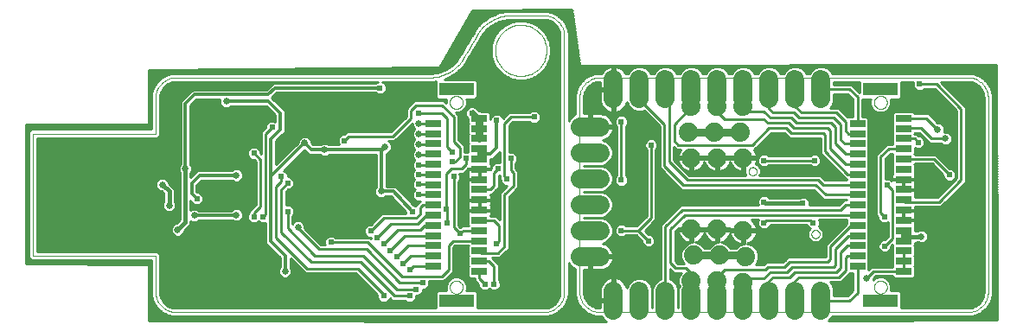
<source format=gbl>
G75*
%MOIN*%
%OFA0B0*%
%FSLAX25Y25*%
%IPPOS*%
%LPD*%
%AMOC8*
5,1,8,0,0,1.08239X$1,22.5*
%
%ADD10C,0.00394*%
%ADD11R,0.05906X0.02756*%
%ADD12R,0.13386X0.05118*%
%ADD13C,0.00000*%
%ADD14C,0.07400*%
%ADD15C,0.07400*%
%ADD16C,0.01000*%
%ADD17C,0.02400*%
%ADD18C,0.02500*%
%ADD19C,0.01600*%
%ADD20C,0.01200*%
%ADD21C,0.03000*%
%ADD22C,0.02400*%
%ADD23C,0.01800*%
%ADD24C,0.01300*%
D10*
X0060895Y0016176D02*
X0061252Y0015819D01*
X0061609Y0015462D01*
X0061999Y0015139D01*
X0062418Y0014855D01*
X0062838Y0014572D01*
X0063285Y0014327D01*
X0063756Y0014127D01*
X0064226Y0013927D01*
X0064720Y0013772D01*
X0065231Y0013667D01*
X0065743Y0013561D01*
X0066272Y0013506D01*
X0209087Y0013506D01*
X0209616Y0013561D01*
X0210127Y0013667D01*
X0210638Y0013772D01*
X0211132Y0013927D01*
X0211603Y0014127D01*
X0212073Y0014327D01*
X0212521Y0014572D01*
X0212940Y0014855D01*
X0213359Y0015139D01*
X0213749Y0015462D01*
X0214106Y0015819D01*
X0214463Y0016176D01*
X0214786Y0016566D01*
X0215070Y0016985D01*
X0215353Y0017405D01*
X0215598Y0017852D01*
X0215798Y0018323D01*
X0215998Y0018793D01*
X0216153Y0019287D01*
X0216259Y0019798D01*
X0216364Y0020310D01*
X0216419Y0020839D01*
X0216419Y0120655D01*
X0216364Y0121184D01*
X0216259Y0121695D01*
X0216153Y0122207D01*
X0215998Y0122700D01*
X0215798Y0123171D01*
X0215598Y0123642D01*
X0215353Y0124089D01*
X0215070Y0124508D01*
X0214786Y0124927D01*
X0214463Y0125318D01*
X0214106Y0125675D01*
X0213749Y0126031D01*
X0213359Y0126354D01*
X0212940Y0126638D01*
X0212521Y0126922D01*
X0212073Y0127166D01*
X0211603Y0127366D01*
X0211132Y0127566D01*
X0210638Y0127722D01*
X0210127Y0127827D01*
X0209616Y0127932D01*
X0209087Y0127988D01*
X0194700Y0127988D01*
X0194142Y0127940D01*
X0193577Y0127850D01*
X0193011Y0127759D01*
X0192438Y0127626D01*
X0191865Y0127454D01*
X0191292Y0127283D01*
X0190719Y0127073D01*
X0189590Y0126585D01*
X0189034Y0126308D01*
X0188494Y0126002D01*
X0187955Y0125695D01*
X0187432Y0125360D01*
X0186933Y0125000D01*
X0186435Y0124640D01*
X0185961Y0124256D01*
X0185520Y0123852D01*
X0185078Y0123448D01*
X0184670Y0123024D01*
X0184303Y0122585D01*
X0183935Y0122146D01*
X0183609Y0121691D01*
X0183331Y0121227D01*
X0182555Y0119926D01*
X0181778Y0118624D01*
X0181002Y0117323D01*
X0180225Y0116022D01*
X0179448Y0114721D01*
X0178672Y0113420D01*
X0177895Y0112119D01*
X0177119Y0110818D01*
X0176841Y0110354D01*
X0176515Y0109899D01*
X0175780Y0109021D01*
X0175372Y0108597D01*
X0174489Y0107789D01*
X0174016Y0107405D01*
X0173517Y0107045D01*
X0173018Y0106685D01*
X0172495Y0106350D01*
X0171956Y0106043D01*
X0171416Y0105737D01*
X0170860Y0105460D01*
X0169731Y0104972D01*
X0169158Y0104762D01*
X0168585Y0104591D01*
X0168012Y0104419D01*
X0167439Y0104286D01*
X0166308Y0104105D01*
X0165750Y0104057D01*
X0066272Y0104057D01*
X0065743Y0104002D01*
X0065231Y0103897D01*
X0064720Y0103791D01*
X0064226Y0103636D01*
X0063285Y0103236D01*
X0062838Y0102991D01*
X0062418Y0102708D01*
X0061999Y0102424D01*
X0061609Y0102101D01*
X0061252Y0101744D01*
X0060895Y0101387D01*
X0060572Y0100997D01*
X0060288Y0100578D01*
X0060005Y0100159D01*
X0059760Y0099711D01*
X0059360Y0098770D01*
X0059205Y0098276D01*
X0059100Y0097765D01*
X0058994Y0097254D01*
X0058939Y0096725D01*
X0058939Y0082404D01*
X0011695Y0082404D01*
X0011695Y0035160D01*
X0058939Y0035160D01*
X0058939Y0020839D01*
X0058994Y0020310D01*
X0059100Y0019798D01*
X0059205Y0019287D01*
X0059360Y0018793D01*
X0059760Y0017852D01*
X0060005Y0017405D01*
X0060288Y0016985D01*
X0060572Y0016566D01*
X0060895Y0016176D01*
X0222347Y0020839D02*
X0222403Y0020310D01*
X0222508Y0019798D01*
X0222614Y0019287D01*
X0222769Y0018793D01*
X0223169Y0017852D01*
X0223413Y0017405D01*
X0223697Y0016985D01*
X0223981Y0016566D01*
X0224304Y0016176D01*
X0225017Y0015462D01*
X0225408Y0015139D01*
X0225827Y0014855D01*
X0226246Y0014572D01*
X0226694Y0014327D01*
X0227635Y0013927D01*
X0228128Y0013772D01*
X0228640Y0013667D01*
X0229151Y0013561D01*
X0229680Y0013506D01*
X0372495Y0013506D01*
X0373024Y0013561D01*
X0373535Y0013667D01*
X0374047Y0013772D01*
X0374541Y0013927D01*
X0375482Y0014327D01*
X0375929Y0014572D01*
X0376348Y0014855D01*
X0376767Y0015139D01*
X0377158Y0015462D01*
X0377872Y0016176D01*
X0378195Y0016566D01*
X0378478Y0016985D01*
X0378762Y0017405D01*
X0379007Y0017852D01*
X0379206Y0018323D01*
X0379406Y0018793D01*
X0379562Y0019287D01*
X0379667Y0019798D01*
X0379772Y0020310D01*
X0379828Y0020839D01*
X0379828Y0021380D02*
X0379828Y0096725D01*
X0379772Y0097254D01*
X0379667Y0097765D01*
X0379562Y0098276D01*
X0379406Y0098770D01*
X0379206Y0099241D01*
X0379007Y0099711D01*
X0378762Y0100159D01*
X0378195Y0100997D01*
X0377872Y0101387D01*
X0377158Y0102101D01*
X0376767Y0102424D01*
X0376348Y0102708D01*
X0375929Y0102991D01*
X0375482Y0103236D01*
X0375011Y0103436D01*
X0374541Y0103636D01*
X0374047Y0103791D01*
X0373535Y0103897D01*
X0373024Y0104002D01*
X0372495Y0104057D01*
X0229680Y0104057D01*
X0229151Y0104002D01*
X0228640Y0103897D01*
X0228128Y0103791D01*
X0227635Y0103636D01*
X0227164Y0103436D01*
X0226694Y0103236D01*
X0226246Y0102991D01*
X0225827Y0102708D01*
X0225408Y0102424D01*
X0225017Y0102101D01*
X0224304Y0101387D01*
X0223981Y0100997D01*
X0223697Y0100578D01*
X0223413Y0100159D01*
X0223169Y0099711D01*
X0222969Y0099241D01*
X0222769Y0098770D01*
X0222614Y0098276D01*
X0222508Y0097765D01*
X0222403Y0097254D01*
X0222347Y0096725D01*
X0222347Y0020839D01*
X0202334Y0104946D02*
X0201693Y0104815D01*
X0201053Y0104684D01*
X0200389Y0104615D01*
X0199030Y0104615D01*
X0198367Y0104684D01*
X0197726Y0104815D01*
X0197085Y0104946D01*
X0196467Y0105139D01*
X0195879Y0105388D01*
X0195290Y0105637D01*
X0194730Y0105942D01*
X0194207Y0106296D01*
X0193683Y0106649D01*
X0193195Y0107052D01*
X0192305Y0107943D01*
X0191902Y0108430D01*
X0191548Y0108954D01*
X0191194Y0109478D01*
X0190890Y0110037D01*
X0190641Y0110626D01*
X0190392Y0111215D01*
X0190198Y0111833D01*
X0190067Y0112474D01*
X0189936Y0113114D01*
X0189867Y0113778D01*
X0189867Y0115137D01*
X0189936Y0115800D01*
X0190067Y0116441D01*
X0190198Y0117081D01*
X0190392Y0117700D01*
X0190641Y0118288D01*
X0190890Y0118877D01*
X0191194Y0119437D01*
X0191902Y0120484D01*
X0192305Y0120972D01*
X0192750Y0121417D01*
X0193195Y0121862D01*
X0193683Y0122265D01*
X0194207Y0122619D01*
X0194730Y0122972D01*
X0195290Y0123277D01*
X0195879Y0123526D01*
X0196467Y0123775D01*
X0197085Y0123969D01*
X0197726Y0124100D01*
X0198367Y0124231D01*
X0199030Y0124300D01*
X0200389Y0124300D01*
X0201053Y0124231D01*
X0202334Y0123969D01*
X0202952Y0123775D01*
X0203541Y0123526D01*
X0204130Y0123277D01*
X0204689Y0122972D01*
X0205736Y0122265D01*
X0206224Y0121862D01*
X0206669Y0121417D01*
X0207115Y0120972D01*
X0207517Y0120484D01*
X0208225Y0119437D01*
X0208530Y0118877D01*
X0208779Y0118288D01*
X0209028Y0117700D01*
X0209221Y0117081D01*
X0209483Y0115800D01*
X0209552Y0115137D01*
X0209552Y0113778D01*
X0209483Y0113114D01*
X0209352Y0112474D01*
X0209221Y0111833D01*
X0209028Y0111215D01*
X0208779Y0110626D01*
X0208530Y0110037D01*
X0208225Y0109478D01*
X0207871Y0108954D01*
X0207517Y0108430D01*
X0207115Y0107943D01*
X0206224Y0107052D01*
X0205736Y0106649D01*
X0204689Y0105942D01*
X0204130Y0105637D01*
X0203541Y0105388D01*
X0202952Y0105139D01*
X0202334Y0104946D01*
D11*
X0183692Y0088328D03*
X0183692Y0084391D03*
X0183692Y0080454D03*
X0183692Y0076517D03*
X0183692Y0072580D03*
X0183692Y0068643D03*
X0183692Y0064706D03*
X0183692Y0060769D03*
X0183692Y0056831D03*
X0183692Y0052894D03*
X0183692Y0048957D03*
X0183692Y0045020D03*
X0183692Y0041083D03*
X0183692Y0037146D03*
X0183692Y0033209D03*
X0183692Y0029272D03*
X0165975Y0031241D03*
X0165975Y0035178D03*
X0165975Y0039115D03*
X0165975Y0043052D03*
X0165975Y0046989D03*
X0165975Y0050926D03*
X0165975Y0054863D03*
X0165975Y0058800D03*
X0165975Y0062737D03*
X0165975Y0066674D03*
X0165975Y0070611D03*
X0165975Y0074548D03*
X0165975Y0078485D03*
X0165975Y0082422D03*
X0165975Y0086359D03*
X0329475Y0086359D03*
X0329475Y0082422D03*
X0329475Y0078485D03*
X0329475Y0074548D03*
X0329475Y0070611D03*
X0329475Y0066674D03*
X0329475Y0062737D03*
X0329475Y0058800D03*
X0329475Y0054863D03*
X0329475Y0050926D03*
X0329475Y0046989D03*
X0329475Y0043052D03*
X0329475Y0039115D03*
X0329475Y0035178D03*
X0329475Y0031241D03*
X0347192Y0033209D03*
X0347192Y0029272D03*
X0347192Y0037146D03*
X0347192Y0041083D03*
X0347192Y0045020D03*
X0347192Y0048957D03*
X0347192Y0052894D03*
X0347192Y0056831D03*
X0347192Y0060769D03*
X0347192Y0064706D03*
X0347192Y0068643D03*
X0347192Y0072580D03*
X0347192Y0076517D03*
X0347192Y0080454D03*
X0347192Y0084391D03*
X0347192Y0088328D03*
D12*
X0338333Y0099548D03*
X0174833Y0099548D03*
X0174833Y0018052D03*
X0338333Y0018052D03*
D13*
X0335833Y0023170D02*
X0335835Y0023269D01*
X0335841Y0023369D01*
X0335851Y0023468D01*
X0335865Y0023566D01*
X0335882Y0023664D01*
X0335904Y0023761D01*
X0335929Y0023857D01*
X0335958Y0023952D01*
X0335991Y0024046D01*
X0336028Y0024138D01*
X0336068Y0024229D01*
X0336112Y0024318D01*
X0336160Y0024406D01*
X0336211Y0024491D01*
X0336265Y0024574D01*
X0336322Y0024656D01*
X0336383Y0024734D01*
X0336447Y0024811D01*
X0336513Y0024884D01*
X0336583Y0024955D01*
X0336655Y0025023D01*
X0336730Y0025089D01*
X0336808Y0025151D01*
X0336888Y0025210D01*
X0336970Y0025266D01*
X0337054Y0025318D01*
X0337141Y0025367D01*
X0337229Y0025413D01*
X0337319Y0025455D01*
X0337411Y0025494D01*
X0337504Y0025529D01*
X0337598Y0025560D01*
X0337694Y0025587D01*
X0337791Y0025610D01*
X0337888Y0025630D01*
X0337986Y0025646D01*
X0338085Y0025658D01*
X0338184Y0025666D01*
X0338283Y0025670D01*
X0338383Y0025670D01*
X0338482Y0025666D01*
X0338581Y0025658D01*
X0338680Y0025646D01*
X0338778Y0025630D01*
X0338875Y0025610D01*
X0338972Y0025587D01*
X0339068Y0025560D01*
X0339162Y0025529D01*
X0339255Y0025494D01*
X0339347Y0025455D01*
X0339437Y0025413D01*
X0339525Y0025367D01*
X0339612Y0025318D01*
X0339696Y0025266D01*
X0339778Y0025210D01*
X0339858Y0025151D01*
X0339936Y0025089D01*
X0340011Y0025023D01*
X0340083Y0024955D01*
X0340153Y0024884D01*
X0340219Y0024811D01*
X0340283Y0024734D01*
X0340344Y0024656D01*
X0340401Y0024574D01*
X0340455Y0024491D01*
X0340506Y0024406D01*
X0340554Y0024318D01*
X0340598Y0024229D01*
X0340638Y0024138D01*
X0340675Y0024046D01*
X0340708Y0023952D01*
X0340737Y0023857D01*
X0340762Y0023761D01*
X0340784Y0023664D01*
X0340801Y0023566D01*
X0340815Y0023468D01*
X0340825Y0023369D01*
X0340831Y0023269D01*
X0340833Y0023170D01*
X0340831Y0023071D01*
X0340825Y0022971D01*
X0340815Y0022872D01*
X0340801Y0022774D01*
X0340784Y0022676D01*
X0340762Y0022579D01*
X0340737Y0022483D01*
X0340708Y0022388D01*
X0340675Y0022294D01*
X0340638Y0022202D01*
X0340598Y0022111D01*
X0340554Y0022022D01*
X0340506Y0021934D01*
X0340455Y0021849D01*
X0340401Y0021766D01*
X0340344Y0021684D01*
X0340283Y0021606D01*
X0340219Y0021529D01*
X0340153Y0021456D01*
X0340083Y0021385D01*
X0340011Y0021317D01*
X0339936Y0021251D01*
X0339858Y0021189D01*
X0339778Y0021130D01*
X0339696Y0021074D01*
X0339612Y0021022D01*
X0339525Y0020973D01*
X0339437Y0020927D01*
X0339347Y0020885D01*
X0339255Y0020846D01*
X0339162Y0020811D01*
X0339068Y0020780D01*
X0338972Y0020753D01*
X0338875Y0020730D01*
X0338778Y0020710D01*
X0338680Y0020694D01*
X0338581Y0020682D01*
X0338482Y0020674D01*
X0338383Y0020670D01*
X0338283Y0020670D01*
X0338184Y0020674D01*
X0338085Y0020682D01*
X0337986Y0020694D01*
X0337888Y0020710D01*
X0337791Y0020730D01*
X0337694Y0020753D01*
X0337598Y0020780D01*
X0337504Y0020811D01*
X0337411Y0020846D01*
X0337319Y0020885D01*
X0337229Y0020927D01*
X0337141Y0020973D01*
X0337054Y0021022D01*
X0336970Y0021074D01*
X0336888Y0021130D01*
X0336808Y0021189D01*
X0336730Y0021251D01*
X0336655Y0021317D01*
X0336583Y0021385D01*
X0336513Y0021456D01*
X0336447Y0021529D01*
X0336383Y0021606D01*
X0336322Y0021684D01*
X0336265Y0021766D01*
X0336211Y0021849D01*
X0336160Y0021934D01*
X0336112Y0022022D01*
X0336068Y0022111D01*
X0336028Y0022202D01*
X0335991Y0022294D01*
X0335958Y0022388D01*
X0335929Y0022483D01*
X0335904Y0022579D01*
X0335882Y0022676D01*
X0335865Y0022774D01*
X0335851Y0022872D01*
X0335841Y0022971D01*
X0335835Y0023071D01*
X0335833Y0023170D01*
X0311717Y0043646D02*
X0311719Y0043725D01*
X0311725Y0043804D01*
X0311735Y0043883D01*
X0311749Y0043961D01*
X0311766Y0044038D01*
X0311788Y0044114D01*
X0311813Y0044189D01*
X0311843Y0044262D01*
X0311875Y0044334D01*
X0311912Y0044405D01*
X0311952Y0044473D01*
X0311995Y0044539D01*
X0312041Y0044603D01*
X0312091Y0044665D01*
X0312144Y0044724D01*
X0312199Y0044780D01*
X0312258Y0044834D01*
X0312319Y0044884D01*
X0312382Y0044932D01*
X0312448Y0044976D01*
X0312516Y0045017D01*
X0312586Y0045054D01*
X0312657Y0045088D01*
X0312731Y0045118D01*
X0312805Y0045144D01*
X0312881Y0045166D01*
X0312958Y0045185D01*
X0313036Y0045200D01*
X0313114Y0045211D01*
X0313193Y0045218D01*
X0313272Y0045221D01*
X0313351Y0045220D01*
X0313430Y0045215D01*
X0313509Y0045206D01*
X0313587Y0045193D01*
X0313664Y0045176D01*
X0313741Y0045156D01*
X0313816Y0045131D01*
X0313890Y0045103D01*
X0313963Y0045071D01*
X0314033Y0045036D01*
X0314102Y0044997D01*
X0314169Y0044954D01*
X0314234Y0044908D01*
X0314296Y0044860D01*
X0314356Y0044808D01*
X0314413Y0044753D01*
X0314467Y0044695D01*
X0314518Y0044635D01*
X0314566Y0044572D01*
X0314611Y0044507D01*
X0314653Y0044439D01*
X0314691Y0044370D01*
X0314725Y0044299D01*
X0314756Y0044226D01*
X0314784Y0044151D01*
X0314807Y0044076D01*
X0314827Y0043999D01*
X0314843Y0043922D01*
X0314855Y0043843D01*
X0314863Y0043765D01*
X0314867Y0043686D01*
X0314867Y0043606D01*
X0314863Y0043527D01*
X0314855Y0043449D01*
X0314843Y0043370D01*
X0314827Y0043293D01*
X0314807Y0043216D01*
X0314784Y0043141D01*
X0314756Y0043066D01*
X0314725Y0042993D01*
X0314691Y0042922D01*
X0314653Y0042853D01*
X0314611Y0042785D01*
X0314566Y0042720D01*
X0314518Y0042657D01*
X0314467Y0042597D01*
X0314413Y0042539D01*
X0314356Y0042484D01*
X0314296Y0042432D01*
X0314234Y0042384D01*
X0314169Y0042338D01*
X0314102Y0042295D01*
X0314033Y0042256D01*
X0313963Y0042221D01*
X0313890Y0042189D01*
X0313816Y0042161D01*
X0313741Y0042136D01*
X0313664Y0042116D01*
X0313587Y0042099D01*
X0313509Y0042086D01*
X0313430Y0042077D01*
X0313351Y0042072D01*
X0313272Y0042071D01*
X0313193Y0042074D01*
X0313114Y0042081D01*
X0313036Y0042092D01*
X0312958Y0042107D01*
X0312881Y0042126D01*
X0312805Y0042148D01*
X0312731Y0042174D01*
X0312657Y0042204D01*
X0312586Y0042238D01*
X0312516Y0042275D01*
X0312448Y0042316D01*
X0312382Y0042360D01*
X0312319Y0042408D01*
X0312258Y0042458D01*
X0312199Y0042512D01*
X0312144Y0042568D01*
X0312091Y0042627D01*
X0312041Y0042689D01*
X0311995Y0042753D01*
X0311952Y0042819D01*
X0311912Y0042887D01*
X0311875Y0042958D01*
X0311843Y0043030D01*
X0311813Y0043103D01*
X0311788Y0043178D01*
X0311766Y0043254D01*
X0311749Y0043331D01*
X0311735Y0043409D01*
X0311725Y0043488D01*
X0311719Y0043567D01*
X0311717Y0043646D01*
X0287504Y0067858D02*
X0287506Y0067937D01*
X0287512Y0068016D01*
X0287522Y0068095D01*
X0287536Y0068173D01*
X0287553Y0068250D01*
X0287575Y0068326D01*
X0287600Y0068401D01*
X0287630Y0068474D01*
X0287662Y0068546D01*
X0287699Y0068617D01*
X0287739Y0068685D01*
X0287782Y0068751D01*
X0287828Y0068815D01*
X0287878Y0068877D01*
X0287931Y0068936D01*
X0287986Y0068992D01*
X0288045Y0069046D01*
X0288106Y0069096D01*
X0288169Y0069144D01*
X0288235Y0069188D01*
X0288303Y0069229D01*
X0288373Y0069266D01*
X0288444Y0069300D01*
X0288518Y0069330D01*
X0288592Y0069356D01*
X0288668Y0069378D01*
X0288745Y0069397D01*
X0288823Y0069412D01*
X0288901Y0069423D01*
X0288980Y0069430D01*
X0289059Y0069433D01*
X0289138Y0069432D01*
X0289217Y0069427D01*
X0289296Y0069418D01*
X0289374Y0069405D01*
X0289451Y0069388D01*
X0289528Y0069368D01*
X0289603Y0069343D01*
X0289677Y0069315D01*
X0289750Y0069283D01*
X0289820Y0069248D01*
X0289889Y0069209D01*
X0289956Y0069166D01*
X0290021Y0069120D01*
X0290083Y0069072D01*
X0290143Y0069020D01*
X0290200Y0068965D01*
X0290254Y0068907D01*
X0290305Y0068847D01*
X0290353Y0068784D01*
X0290398Y0068719D01*
X0290440Y0068651D01*
X0290478Y0068582D01*
X0290512Y0068511D01*
X0290543Y0068438D01*
X0290571Y0068363D01*
X0290594Y0068288D01*
X0290614Y0068211D01*
X0290630Y0068134D01*
X0290642Y0068055D01*
X0290650Y0067977D01*
X0290654Y0067898D01*
X0290654Y0067818D01*
X0290650Y0067739D01*
X0290642Y0067661D01*
X0290630Y0067582D01*
X0290614Y0067505D01*
X0290594Y0067428D01*
X0290571Y0067353D01*
X0290543Y0067278D01*
X0290512Y0067205D01*
X0290478Y0067134D01*
X0290440Y0067065D01*
X0290398Y0066997D01*
X0290353Y0066932D01*
X0290305Y0066869D01*
X0290254Y0066809D01*
X0290200Y0066751D01*
X0290143Y0066696D01*
X0290083Y0066644D01*
X0290021Y0066596D01*
X0289956Y0066550D01*
X0289889Y0066507D01*
X0289820Y0066468D01*
X0289750Y0066433D01*
X0289677Y0066401D01*
X0289603Y0066373D01*
X0289528Y0066348D01*
X0289451Y0066328D01*
X0289374Y0066311D01*
X0289296Y0066298D01*
X0289217Y0066289D01*
X0289138Y0066284D01*
X0289059Y0066283D01*
X0288980Y0066286D01*
X0288901Y0066293D01*
X0288823Y0066304D01*
X0288745Y0066319D01*
X0288668Y0066338D01*
X0288592Y0066360D01*
X0288518Y0066386D01*
X0288444Y0066416D01*
X0288373Y0066450D01*
X0288303Y0066487D01*
X0288235Y0066528D01*
X0288169Y0066572D01*
X0288106Y0066620D01*
X0288045Y0066670D01*
X0287986Y0066724D01*
X0287931Y0066780D01*
X0287878Y0066839D01*
X0287828Y0066901D01*
X0287782Y0066965D01*
X0287739Y0067031D01*
X0287699Y0067099D01*
X0287662Y0067170D01*
X0287630Y0067242D01*
X0287600Y0067315D01*
X0287575Y0067390D01*
X0287553Y0067466D01*
X0287536Y0067543D01*
X0287522Y0067621D01*
X0287512Y0067700D01*
X0287506Y0067779D01*
X0287504Y0067858D01*
X0335833Y0094430D02*
X0335835Y0094529D01*
X0335841Y0094629D01*
X0335851Y0094728D01*
X0335865Y0094826D01*
X0335882Y0094924D01*
X0335904Y0095021D01*
X0335929Y0095117D01*
X0335958Y0095212D01*
X0335991Y0095306D01*
X0336028Y0095398D01*
X0336068Y0095489D01*
X0336112Y0095578D01*
X0336160Y0095666D01*
X0336211Y0095751D01*
X0336265Y0095834D01*
X0336322Y0095916D01*
X0336383Y0095994D01*
X0336447Y0096071D01*
X0336513Y0096144D01*
X0336583Y0096215D01*
X0336655Y0096283D01*
X0336730Y0096349D01*
X0336808Y0096411D01*
X0336888Y0096470D01*
X0336970Y0096526D01*
X0337054Y0096578D01*
X0337141Y0096627D01*
X0337229Y0096673D01*
X0337319Y0096715D01*
X0337411Y0096754D01*
X0337504Y0096789D01*
X0337598Y0096820D01*
X0337694Y0096847D01*
X0337791Y0096870D01*
X0337888Y0096890D01*
X0337986Y0096906D01*
X0338085Y0096918D01*
X0338184Y0096926D01*
X0338283Y0096930D01*
X0338383Y0096930D01*
X0338482Y0096926D01*
X0338581Y0096918D01*
X0338680Y0096906D01*
X0338778Y0096890D01*
X0338875Y0096870D01*
X0338972Y0096847D01*
X0339068Y0096820D01*
X0339162Y0096789D01*
X0339255Y0096754D01*
X0339347Y0096715D01*
X0339437Y0096673D01*
X0339525Y0096627D01*
X0339612Y0096578D01*
X0339696Y0096526D01*
X0339778Y0096470D01*
X0339858Y0096411D01*
X0339936Y0096349D01*
X0340011Y0096283D01*
X0340083Y0096215D01*
X0340153Y0096144D01*
X0340219Y0096071D01*
X0340283Y0095994D01*
X0340344Y0095916D01*
X0340401Y0095834D01*
X0340455Y0095751D01*
X0340506Y0095666D01*
X0340554Y0095578D01*
X0340598Y0095489D01*
X0340638Y0095398D01*
X0340675Y0095306D01*
X0340708Y0095212D01*
X0340737Y0095117D01*
X0340762Y0095021D01*
X0340784Y0094924D01*
X0340801Y0094826D01*
X0340815Y0094728D01*
X0340825Y0094629D01*
X0340831Y0094529D01*
X0340833Y0094430D01*
X0340831Y0094331D01*
X0340825Y0094231D01*
X0340815Y0094132D01*
X0340801Y0094034D01*
X0340784Y0093936D01*
X0340762Y0093839D01*
X0340737Y0093743D01*
X0340708Y0093648D01*
X0340675Y0093554D01*
X0340638Y0093462D01*
X0340598Y0093371D01*
X0340554Y0093282D01*
X0340506Y0093194D01*
X0340455Y0093109D01*
X0340401Y0093026D01*
X0340344Y0092944D01*
X0340283Y0092866D01*
X0340219Y0092789D01*
X0340153Y0092716D01*
X0340083Y0092645D01*
X0340011Y0092577D01*
X0339936Y0092511D01*
X0339858Y0092449D01*
X0339778Y0092390D01*
X0339696Y0092334D01*
X0339612Y0092282D01*
X0339525Y0092233D01*
X0339437Y0092187D01*
X0339347Y0092145D01*
X0339255Y0092106D01*
X0339162Y0092071D01*
X0339068Y0092040D01*
X0338972Y0092013D01*
X0338875Y0091990D01*
X0338778Y0091970D01*
X0338680Y0091954D01*
X0338581Y0091942D01*
X0338482Y0091934D01*
X0338383Y0091930D01*
X0338283Y0091930D01*
X0338184Y0091934D01*
X0338085Y0091942D01*
X0337986Y0091954D01*
X0337888Y0091970D01*
X0337791Y0091990D01*
X0337694Y0092013D01*
X0337598Y0092040D01*
X0337504Y0092071D01*
X0337411Y0092106D01*
X0337319Y0092145D01*
X0337229Y0092187D01*
X0337141Y0092233D01*
X0337054Y0092282D01*
X0336970Y0092334D01*
X0336888Y0092390D01*
X0336808Y0092449D01*
X0336730Y0092511D01*
X0336655Y0092577D01*
X0336583Y0092645D01*
X0336513Y0092716D01*
X0336447Y0092789D01*
X0336383Y0092866D01*
X0336322Y0092944D01*
X0336265Y0093026D01*
X0336211Y0093109D01*
X0336160Y0093194D01*
X0336112Y0093282D01*
X0336068Y0093371D01*
X0336028Y0093462D01*
X0335991Y0093554D01*
X0335958Y0093648D01*
X0335929Y0093743D01*
X0335904Y0093839D01*
X0335882Y0093936D01*
X0335865Y0094034D01*
X0335851Y0094132D01*
X0335841Y0094231D01*
X0335835Y0094331D01*
X0335833Y0094430D01*
X0172333Y0094430D02*
X0172335Y0094529D01*
X0172341Y0094629D01*
X0172351Y0094728D01*
X0172365Y0094826D01*
X0172382Y0094924D01*
X0172404Y0095021D01*
X0172429Y0095117D01*
X0172458Y0095212D01*
X0172491Y0095306D01*
X0172528Y0095398D01*
X0172568Y0095489D01*
X0172612Y0095578D01*
X0172660Y0095666D01*
X0172711Y0095751D01*
X0172765Y0095834D01*
X0172822Y0095916D01*
X0172883Y0095994D01*
X0172947Y0096071D01*
X0173013Y0096144D01*
X0173083Y0096215D01*
X0173155Y0096283D01*
X0173230Y0096349D01*
X0173308Y0096411D01*
X0173388Y0096470D01*
X0173470Y0096526D01*
X0173554Y0096578D01*
X0173641Y0096627D01*
X0173729Y0096673D01*
X0173819Y0096715D01*
X0173911Y0096754D01*
X0174004Y0096789D01*
X0174098Y0096820D01*
X0174194Y0096847D01*
X0174291Y0096870D01*
X0174388Y0096890D01*
X0174486Y0096906D01*
X0174585Y0096918D01*
X0174684Y0096926D01*
X0174783Y0096930D01*
X0174883Y0096930D01*
X0174982Y0096926D01*
X0175081Y0096918D01*
X0175180Y0096906D01*
X0175278Y0096890D01*
X0175375Y0096870D01*
X0175472Y0096847D01*
X0175568Y0096820D01*
X0175662Y0096789D01*
X0175755Y0096754D01*
X0175847Y0096715D01*
X0175937Y0096673D01*
X0176025Y0096627D01*
X0176112Y0096578D01*
X0176196Y0096526D01*
X0176278Y0096470D01*
X0176358Y0096411D01*
X0176436Y0096349D01*
X0176511Y0096283D01*
X0176583Y0096215D01*
X0176653Y0096144D01*
X0176719Y0096071D01*
X0176783Y0095994D01*
X0176844Y0095916D01*
X0176901Y0095834D01*
X0176955Y0095751D01*
X0177006Y0095666D01*
X0177054Y0095578D01*
X0177098Y0095489D01*
X0177138Y0095398D01*
X0177175Y0095306D01*
X0177208Y0095212D01*
X0177237Y0095117D01*
X0177262Y0095021D01*
X0177284Y0094924D01*
X0177301Y0094826D01*
X0177315Y0094728D01*
X0177325Y0094629D01*
X0177331Y0094529D01*
X0177333Y0094430D01*
X0177331Y0094331D01*
X0177325Y0094231D01*
X0177315Y0094132D01*
X0177301Y0094034D01*
X0177284Y0093936D01*
X0177262Y0093839D01*
X0177237Y0093743D01*
X0177208Y0093648D01*
X0177175Y0093554D01*
X0177138Y0093462D01*
X0177098Y0093371D01*
X0177054Y0093282D01*
X0177006Y0093194D01*
X0176955Y0093109D01*
X0176901Y0093026D01*
X0176844Y0092944D01*
X0176783Y0092866D01*
X0176719Y0092789D01*
X0176653Y0092716D01*
X0176583Y0092645D01*
X0176511Y0092577D01*
X0176436Y0092511D01*
X0176358Y0092449D01*
X0176278Y0092390D01*
X0176196Y0092334D01*
X0176112Y0092282D01*
X0176025Y0092233D01*
X0175937Y0092187D01*
X0175847Y0092145D01*
X0175755Y0092106D01*
X0175662Y0092071D01*
X0175568Y0092040D01*
X0175472Y0092013D01*
X0175375Y0091990D01*
X0175278Y0091970D01*
X0175180Y0091954D01*
X0175081Y0091942D01*
X0174982Y0091934D01*
X0174883Y0091930D01*
X0174783Y0091930D01*
X0174684Y0091934D01*
X0174585Y0091942D01*
X0174486Y0091954D01*
X0174388Y0091970D01*
X0174291Y0091990D01*
X0174194Y0092013D01*
X0174098Y0092040D01*
X0174004Y0092071D01*
X0173911Y0092106D01*
X0173819Y0092145D01*
X0173729Y0092187D01*
X0173641Y0092233D01*
X0173554Y0092282D01*
X0173470Y0092334D01*
X0173388Y0092390D01*
X0173308Y0092449D01*
X0173230Y0092511D01*
X0173155Y0092577D01*
X0173083Y0092645D01*
X0173013Y0092716D01*
X0172947Y0092789D01*
X0172883Y0092866D01*
X0172822Y0092944D01*
X0172765Y0093026D01*
X0172711Y0093109D01*
X0172660Y0093194D01*
X0172612Y0093282D01*
X0172568Y0093371D01*
X0172528Y0093462D01*
X0172491Y0093554D01*
X0172458Y0093648D01*
X0172429Y0093743D01*
X0172404Y0093839D01*
X0172382Y0093936D01*
X0172365Y0094034D01*
X0172351Y0094132D01*
X0172341Y0094231D01*
X0172335Y0094331D01*
X0172333Y0094430D01*
X0172333Y0023170D02*
X0172335Y0023269D01*
X0172341Y0023369D01*
X0172351Y0023468D01*
X0172365Y0023566D01*
X0172382Y0023664D01*
X0172404Y0023761D01*
X0172429Y0023857D01*
X0172458Y0023952D01*
X0172491Y0024046D01*
X0172528Y0024138D01*
X0172568Y0024229D01*
X0172612Y0024318D01*
X0172660Y0024406D01*
X0172711Y0024491D01*
X0172765Y0024574D01*
X0172822Y0024656D01*
X0172883Y0024734D01*
X0172947Y0024811D01*
X0173013Y0024884D01*
X0173083Y0024955D01*
X0173155Y0025023D01*
X0173230Y0025089D01*
X0173308Y0025151D01*
X0173388Y0025210D01*
X0173470Y0025266D01*
X0173554Y0025318D01*
X0173641Y0025367D01*
X0173729Y0025413D01*
X0173819Y0025455D01*
X0173911Y0025494D01*
X0174004Y0025529D01*
X0174098Y0025560D01*
X0174194Y0025587D01*
X0174291Y0025610D01*
X0174388Y0025630D01*
X0174486Y0025646D01*
X0174585Y0025658D01*
X0174684Y0025666D01*
X0174783Y0025670D01*
X0174883Y0025670D01*
X0174982Y0025666D01*
X0175081Y0025658D01*
X0175180Y0025646D01*
X0175278Y0025630D01*
X0175375Y0025610D01*
X0175472Y0025587D01*
X0175568Y0025560D01*
X0175662Y0025529D01*
X0175755Y0025494D01*
X0175847Y0025455D01*
X0175937Y0025413D01*
X0176025Y0025367D01*
X0176112Y0025318D01*
X0176196Y0025266D01*
X0176278Y0025210D01*
X0176358Y0025151D01*
X0176436Y0025089D01*
X0176511Y0025023D01*
X0176583Y0024955D01*
X0176653Y0024884D01*
X0176719Y0024811D01*
X0176783Y0024734D01*
X0176844Y0024656D01*
X0176901Y0024574D01*
X0176955Y0024491D01*
X0177006Y0024406D01*
X0177054Y0024318D01*
X0177098Y0024229D01*
X0177138Y0024138D01*
X0177175Y0024046D01*
X0177208Y0023952D01*
X0177237Y0023857D01*
X0177262Y0023761D01*
X0177284Y0023664D01*
X0177301Y0023566D01*
X0177315Y0023468D01*
X0177325Y0023369D01*
X0177331Y0023269D01*
X0177333Y0023170D01*
X0177331Y0023071D01*
X0177325Y0022971D01*
X0177315Y0022872D01*
X0177301Y0022774D01*
X0177284Y0022676D01*
X0177262Y0022579D01*
X0177237Y0022483D01*
X0177208Y0022388D01*
X0177175Y0022294D01*
X0177138Y0022202D01*
X0177098Y0022111D01*
X0177054Y0022022D01*
X0177006Y0021934D01*
X0176955Y0021849D01*
X0176901Y0021766D01*
X0176844Y0021684D01*
X0176783Y0021606D01*
X0176719Y0021529D01*
X0176653Y0021456D01*
X0176583Y0021385D01*
X0176511Y0021317D01*
X0176436Y0021251D01*
X0176358Y0021189D01*
X0176278Y0021130D01*
X0176196Y0021074D01*
X0176112Y0021022D01*
X0176025Y0020973D01*
X0175937Y0020927D01*
X0175847Y0020885D01*
X0175755Y0020846D01*
X0175662Y0020811D01*
X0175568Y0020780D01*
X0175472Y0020753D01*
X0175375Y0020730D01*
X0175278Y0020710D01*
X0175180Y0020694D01*
X0175081Y0020682D01*
X0174982Y0020674D01*
X0174883Y0020670D01*
X0174783Y0020670D01*
X0174684Y0020674D01*
X0174585Y0020682D01*
X0174486Y0020694D01*
X0174388Y0020710D01*
X0174291Y0020730D01*
X0174194Y0020753D01*
X0174098Y0020780D01*
X0174004Y0020811D01*
X0173911Y0020846D01*
X0173819Y0020885D01*
X0173729Y0020927D01*
X0173641Y0020973D01*
X0173554Y0021022D01*
X0173470Y0021074D01*
X0173388Y0021130D01*
X0173308Y0021189D01*
X0173230Y0021251D01*
X0173155Y0021317D01*
X0173083Y0021385D01*
X0173013Y0021456D01*
X0172947Y0021529D01*
X0172883Y0021606D01*
X0172822Y0021684D01*
X0172765Y0021766D01*
X0172711Y0021849D01*
X0172660Y0021934D01*
X0172612Y0022022D01*
X0172568Y0022111D01*
X0172528Y0022202D01*
X0172491Y0022294D01*
X0172458Y0022388D01*
X0172429Y0022483D01*
X0172404Y0022579D01*
X0172382Y0022676D01*
X0172365Y0022774D01*
X0172351Y0022872D01*
X0172341Y0022971D01*
X0172335Y0023071D01*
X0172333Y0023170D01*
D14*
X0222733Y0035000D02*
X0230133Y0035000D01*
X0230133Y0045000D02*
X0222733Y0045000D01*
X0222733Y0055000D02*
X0230133Y0055000D01*
X0230133Y0065000D02*
X0222733Y0065000D01*
X0222733Y0075000D02*
X0230133Y0075000D01*
X0230133Y0085000D02*
X0222733Y0085000D01*
X0235433Y0095800D02*
X0235433Y0103200D01*
X0245433Y0103200D02*
X0245433Y0095800D01*
X0255433Y0095800D02*
X0255433Y0103200D01*
X0265433Y0103200D02*
X0265433Y0095800D01*
X0275433Y0095800D02*
X0275433Y0103200D01*
X0285433Y0103200D02*
X0285433Y0095800D01*
X0295433Y0095800D02*
X0295433Y0103200D01*
X0305433Y0103200D02*
X0305433Y0095800D01*
X0315433Y0095800D02*
X0315433Y0103200D01*
X0315433Y0021700D02*
X0315433Y0014300D01*
X0305433Y0014300D02*
X0305433Y0021700D01*
X0295433Y0021700D02*
X0295433Y0014300D01*
X0285433Y0014300D02*
X0285433Y0021700D01*
X0275433Y0021700D02*
X0275433Y0014300D01*
X0265433Y0014300D02*
X0265433Y0021700D01*
X0255433Y0021700D02*
X0255433Y0014300D01*
X0245433Y0014300D02*
X0245433Y0021700D01*
X0235433Y0021700D02*
X0235433Y0014300D01*
D15*
X0265433Y0025500D03*
X0275433Y0025500D03*
X0285433Y0025000D03*
X0286433Y0035000D03*
X0276433Y0035500D03*
X0266433Y0035500D03*
X0265433Y0045500D03*
X0275433Y0045500D03*
X0285433Y0045000D03*
X0285433Y0073000D03*
X0275433Y0073000D03*
X0265433Y0073000D03*
X0264433Y0083000D03*
X0274433Y0083000D03*
X0284433Y0083000D03*
X0285433Y0093000D03*
X0275433Y0093000D03*
X0265433Y0093000D03*
D16*
X0056333Y0031800D02*
X0056333Y0010300D01*
X0223333Y0009800D01*
X0232730Y0009841D01*
X0232708Y0009853D01*
X0232046Y0010334D01*
X0231467Y0010912D01*
X0230986Y0011575D01*
X0230866Y0011809D01*
X0230281Y0011809D01*
X0230203Y0011745D01*
X0229592Y0011809D01*
X0229575Y0011809D01*
X0229497Y0011758D01*
X0229247Y0011809D01*
X0228977Y0011809D01*
X0228907Y0011879D01*
X0228891Y0011882D01*
X0228294Y0011945D01*
X0228290Y0011942D01*
X0228276Y0011947D01*
X0228275Y0011947D01*
X0228275Y0011947D01*
X0227706Y0012126D01*
X0227618Y0012091D01*
X0227372Y0012195D01*
X0227098Y0012252D01*
X0227043Y0012335D01*
X0226506Y0012504D01*
X0226497Y0012501D01*
X0226473Y0012514D01*
X0226455Y0012520D01*
X0226452Y0012526D01*
X0225968Y0012790D01*
X0225877Y0012773D01*
X0225647Y0012928D01*
X0225383Y0013040D01*
X0225347Y0013129D01*
X0224880Y0013385D01*
X0224868Y0013384D01*
X0224842Y0013405D01*
X0224816Y0013420D01*
X0224813Y0013430D01*
X0224407Y0013765D01*
X0224314Y0013765D01*
X0224113Y0013967D01*
X0223875Y0014128D01*
X0223857Y0014220D01*
X0223455Y0014552D01*
X0223444Y0014553D01*
X0223421Y0014580D01*
X0223394Y0014602D01*
X0223393Y0014614D01*
X0223061Y0015015D01*
X0222970Y0015033D01*
X0222808Y0015271D01*
X0222607Y0015473D01*
X0222607Y0015565D01*
X0222271Y0015971D01*
X0222261Y0015974D01*
X0222247Y0016001D01*
X0222225Y0016027D01*
X0222226Y0016038D01*
X0221971Y0016506D01*
X0221882Y0016542D01*
X0221770Y0016805D01*
X0221614Y0017035D01*
X0221632Y0017126D01*
X0221367Y0017610D01*
X0221361Y0017614D01*
X0221355Y0017632D01*
X0221343Y0017655D01*
X0221345Y0017664D01*
X0221176Y0018202D01*
X0221093Y0018256D01*
X0221037Y0018530D01*
X0220932Y0018777D01*
X0220968Y0018864D01*
X0220788Y0019434D01*
X0220788Y0019434D01*
X0220788Y0019434D01*
X0220784Y0019448D01*
X0220786Y0019453D01*
X0220724Y0020049D01*
X0220721Y0020066D01*
X0220651Y0020136D01*
X0220651Y0020405D01*
X0220599Y0020656D01*
X0220651Y0020734D01*
X0220651Y0020750D01*
X0220587Y0021361D01*
X0220651Y0021440D01*
X0220651Y0030225D01*
X0220008Y0030553D01*
X0219346Y0031034D01*
X0218767Y0031612D01*
X0218286Y0032275D01*
X0218116Y0032608D01*
X0218116Y0021440D01*
X0218180Y0021361D01*
X0218116Y0020750D01*
X0218116Y0020734D01*
X0218168Y0020656D01*
X0218116Y0020405D01*
X0218116Y0020136D01*
X0218046Y0020066D01*
X0218043Y0020050D01*
X0217980Y0019453D01*
X0217983Y0019448D01*
X0217978Y0019434D01*
X0217978Y0019434D01*
X0217799Y0018864D01*
X0217834Y0018777D01*
X0217730Y0018530D01*
X0217673Y0018256D01*
X0217591Y0018202D01*
X0217421Y0017664D01*
X0217424Y0017655D01*
X0217411Y0017632D01*
X0217406Y0017614D01*
X0217400Y0017610D01*
X0217135Y0017126D01*
X0217153Y0017035D01*
X0216997Y0016805D01*
X0216885Y0016542D01*
X0216796Y0016506D01*
X0216541Y0016038D01*
X0216542Y0016027D01*
X0216520Y0016001D01*
X0216506Y0015974D01*
X0216496Y0015971D01*
X0216160Y0015565D01*
X0216160Y0015473D01*
X0215958Y0015271D01*
X0215797Y0015033D01*
X0215705Y0015015D01*
X0215373Y0014614D01*
X0215372Y0014602D01*
X0215345Y0014580D01*
X0215323Y0014553D01*
X0215311Y0014552D01*
X0214910Y0014220D01*
X0214892Y0014128D01*
X0214654Y0013967D01*
X0214452Y0013765D01*
X0214360Y0013765D01*
X0213954Y0013430D01*
X0213951Y0013420D01*
X0213924Y0013405D01*
X0213898Y0013384D01*
X0213887Y0013385D01*
X0213419Y0013129D01*
X0213384Y0013040D01*
X0213120Y0012928D01*
X0212890Y0012773D01*
X0212799Y0012790D01*
X0212315Y0012526D01*
X0212312Y0012520D01*
X0212293Y0012514D01*
X0212270Y0012501D01*
X0212261Y0012504D01*
X0211723Y0012335D01*
X0211669Y0012252D01*
X0211395Y0012195D01*
X0211149Y0012091D01*
X0211061Y0012126D01*
X0210491Y0011947D01*
X0210491Y0011947D01*
X0210477Y0011942D01*
X0210472Y0011945D01*
X0209876Y0011882D01*
X0209859Y0011879D01*
X0209789Y0011809D01*
X0209520Y0011809D01*
X0209270Y0011758D01*
X0209191Y0011809D01*
X0209175Y0011809D01*
X0208564Y0011745D01*
X0208485Y0011809D01*
X0066873Y0011809D01*
X0066794Y0011745D01*
X0066183Y0011809D01*
X0066167Y0011809D01*
X0066089Y0011758D01*
X0065838Y0011809D01*
X0065569Y0011809D01*
X0065499Y0011879D01*
X0065482Y0011882D01*
X0064886Y0011945D01*
X0064881Y0011942D01*
X0064867Y0011947D01*
X0064867Y0011947D01*
X0064297Y0012126D01*
X0064210Y0012091D01*
X0063963Y0012195D01*
X0063689Y0012252D01*
X0063635Y0012335D01*
X0063097Y0012504D01*
X0063088Y0012501D01*
X0063065Y0012514D01*
X0063047Y0012520D01*
X0063043Y0012526D01*
X0062559Y0012790D01*
X0062468Y0012773D01*
X0062238Y0012928D01*
X0061975Y0013040D01*
X0061939Y0013129D01*
X0061471Y0013385D01*
X0061460Y0013384D01*
X0061434Y0013405D01*
X0061407Y0013420D01*
X0061404Y0013430D01*
X0060998Y0013765D01*
X0060906Y0013765D01*
X0060704Y0013967D01*
X0060466Y0014128D01*
X0060448Y0014220D01*
X0060047Y0014552D01*
X0060035Y0014553D01*
X0060013Y0014580D01*
X0059986Y0014602D01*
X0059985Y0014614D01*
X0059653Y0015015D01*
X0059561Y0015033D01*
X0059400Y0015271D01*
X0059198Y0015473D01*
X0059198Y0015565D01*
X0058863Y0015971D01*
X0058853Y0015974D01*
X0058838Y0016001D01*
X0058817Y0016027D01*
X0058818Y0016038D01*
X0058562Y0016506D01*
X0058473Y0016542D01*
X0058361Y0016805D01*
X0058206Y0017035D01*
X0058223Y0017126D01*
X0057959Y0017610D01*
X0057953Y0017614D01*
X0057947Y0017632D01*
X0057934Y0017655D01*
X0057937Y0017664D01*
X0057768Y0018202D01*
X0057685Y0018256D01*
X0057628Y0018530D01*
X0057524Y0018777D01*
X0057559Y0018864D01*
X0057380Y0019434D01*
X0057380Y0019434D01*
X0057380Y0019434D01*
X0057375Y0019448D01*
X0057378Y0019453D01*
X0057315Y0020049D01*
X0057312Y0020066D01*
X0057242Y0020136D01*
X0057242Y0020405D01*
X0057191Y0020656D01*
X0057242Y0020734D01*
X0057242Y0020750D01*
X0057178Y0021361D01*
X0057242Y0021440D01*
X0057242Y0033463D01*
X0010992Y0033463D01*
X0009998Y0034457D01*
X0009998Y0083107D01*
X0010992Y0084100D01*
X0057242Y0084100D01*
X0057242Y0096123D01*
X0057178Y0096202D01*
X0057242Y0096813D01*
X0057242Y0096829D01*
X0057191Y0096908D01*
X0057242Y0097158D01*
X0057242Y0097427D01*
X0057312Y0097497D01*
X0057315Y0097514D01*
X0057378Y0098110D01*
X0057375Y0098115D01*
X0057380Y0098129D01*
X0057380Y0098129D01*
X0057380Y0098129D01*
X0057559Y0098699D01*
X0057524Y0098787D01*
X0057628Y0099033D01*
X0057685Y0099307D01*
X0057768Y0099362D01*
X0057937Y0099899D01*
X0057934Y0099908D01*
X0057947Y0099931D01*
X0057953Y0099950D01*
X0057959Y0099953D01*
X0058223Y0100437D01*
X0058206Y0100528D01*
X0058361Y0100758D01*
X0058473Y0101022D01*
X0058562Y0101057D01*
X0058818Y0101525D01*
X0058817Y0101536D01*
X0058838Y0101562D01*
X0058853Y0101589D01*
X0058863Y0101592D01*
X0059198Y0101998D01*
X0059198Y0102090D01*
X0059400Y0102292D01*
X0059561Y0102530D01*
X0059653Y0102548D01*
X0059985Y0102949D01*
X0059986Y0102961D01*
X0060013Y0102983D01*
X0060035Y0103010D01*
X0060047Y0103011D01*
X0060448Y0103343D01*
X0060466Y0103435D01*
X0060704Y0103596D01*
X0060906Y0103798D01*
X0060998Y0103798D01*
X0061404Y0104134D01*
X0061407Y0104144D01*
X0061434Y0104158D01*
X0061460Y0104180D01*
X0061471Y0104179D01*
X0061939Y0104434D01*
X0061975Y0104523D01*
X0062238Y0104635D01*
X0062468Y0104791D01*
X0062559Y0104773D01*
X0063043Y0105038D01*
X0063047Y0105044D01*
X0063065Y0105049D01*
X0063088Y0105062D01*
X0063097Y0105059D01*
X0063635Y0105229D01*
X0063689Y0105311D01*
X0063963Y0105368D01*
X0064210Y0105472D01*
X0064297Y0105437D01*
X0064867Y0105616D01*
X0064867Y0105616D01*
X0064867Y0105616D01*
X0064881Y0105621D01*
X0064886Y0105618D01*
X0065482Y0105681D01*
X0065499Y0105684D01*
X0065569Y0105754D01*
X0065838Y0105754D01*
X0066089Y0105806D01*
X0066167Y0105754D01*
X0066183Y0105754D01*
X0066794Y0105818D01*
X0066873Y0105754D01*
X0165678Y0105754D01*
X0166102Y0105790D01*
X0167112Y0105952D01*
X0167576Y0106060D01*
X0168450Y0106322D01*
X0168622Y0106373D01*
X0169102Y0106549D01*
X0170144Y0106999D01*
X0170618Y0107235D01*
X0170935Y0107415D01*
X0171618Y0107803D01*
X0172063Y0108088D01*
X0172679Y0108533D01*
X0172984Y0108753D01*
X0173381Y0109075D01*
X0174186Y0109813D01*
X0174517Y0110156D01*
X0175173Y0110940D01*
X0175421Y0111285D01*
X0175709Y0111767D01*
X0176022Y0112292D01*
X0176022Y0112292D01*
X0176078Y0112386D01*
X0176078Y0112386D01*
X0176855Y0113687D01*
X0176855Y0113687D01*
X0177631Y0114988D01*
X0177631Y0114988D01*
X0178408Y0116289D01*
X0178408Y0116289D01*
X0179184Y0117590D01*
X0179184Y0117590D01*
X0179961Y0118891D01*
X0179961Y0118891D01*
X0180737Y0120192D01*
X0180737Y0120192D01*
X0180821Y0120332D01*
X0181458Y0121399D01*
X0181458Y0121399D01*
X0181723Y0121842D01*
X0181834Y0122029D01*
X0181821Y0122111D01*
X0182189Y0122623D01*
X0182189Y0122624D01*
X0182183Y0122696D01*
X0182354Y0122900D01*
X0182512Y0123165D01*
X0182592Y0123185D01*
X0182594Y0123187D01*
X0182968Y0123707D01*
X0182973Y0123707D01*
X0183407Y0124158D01*
X0183411Y0124164D01*
X0183414Y0124224D01*
X0183620Y0124412D01*
X0183820Y0124652D01*
X0183887Y0124658D01*
X0183893Y0124663D01*
X0184344Y0125131D01*
X0184346Y0125131D01*
X0184346Y0125131D01*
X0184852Y0125542D01*
X0184863Y0125551D01*
X0184871Y0125605D01*
X0185105Y0125773D01*
X0185333Y0125982D01*
X0185391Y0125979D01*
X0185403Y0125988D01*
X0185912Y0126401D01*
X0185922Y0126400D01*
X0185924Y0126409D01*
X0186476Y0126763D01*
X0186492Y0126774D01*
X0186506Y0126824D01*
X0186763Y0126970D01*
X0187008Y0127147D01*
X0187060Y0127139D01*
X0187077Y0127148D01*
X0187631Y0127503D01*
X0187644Y0127500D01*
X0187648Y0127513D01*
X0188236Y0127806D01*
X0188253Y0127816D01*
X0188272Y0127865D01*
X0188551Y0127985D01*
X0188808Y0128131D01*
X0188857Y0128117D01*
X0188875Y0128125D01*
X0189462Y0128417D01*
X0189471Y0128414D01*
X0189475Y0128424D01*
X0190091Y0128649D01*
X0190104Y0128655D01*
X0190132Y0128706D01*
X0190428Y0128795D01*
X0190692Y0128909D01*
X0190742Y0128889D01*
X0190756Y0128893D01*
X0191368Y0129118D01*
X0191368Y0129118D01*
X0191369Y0129119D01*
X0192002Y0129266D01*
X0192010Y0129269D01*
X0192049Y0129324D01*
X0192357Y0129373D01*
X0192625Y0129453D01*
X0192678Y0129424D01*
X0192685Y0129425D01*
X0193294Y0129567D01*
X0193298Y0129571D01*
X0193936Y0129626D01*
X0193938Y0129626D01*
X0193997Y0129685D01*
X0194304Y0129685D01*
X0194568Y0129727D01*
X0194626Y0129685D01*
X0194627Y0129685D01*
X0195256Y0129738D01*
X0195319Y0129685D01*
X0208485Y0129685D01*
X0208564Y0129748D01*
X0209175Y0129685D01*
X0209191Y0129685D01*
X0209270Y0129736D01*
X0209520Y0129685D01*
X0209789Y0129685D01*
X0209859Y0129615D01*
X0209876Y0129611D01*
X0210472Y0129549D01*
X0210477Y0129551D01*
X0210491Y0129547D01*
X0210491Y0129547D01*
X0210491Y0129547D01*
X0211061Y0129367D01*
X0211148Y0129403D01*
X0211395Y0129298D01*
X0211669Y0129242D01*
X0211724Y0129159D01*
X0212261Y0128990D01*
X0212270Y0128993D01*
X0212293Y0128980D01*
X0212312Y0128974D01*
X0212315Y0128968D01*
X0212799Y0128704D01*
X0212890Y0128721D01*
X0213120Y0128565D01*
X0213384Y0128453D01*
X0213419Y0128364D01*
X0213887Y0128109D01*
X0213898Y0128110D01*
X0213924Y0128089D01*
X0213951Y0128074D01*
X0213954Y0128064D01*
X0214360Y0127728D01*
X0214452Y0127728D01*
X0214654Y0127527D01*
X0214892Y0127365D01*
X0214910Y0127274D01*
X0215311Y0126942D01*
X0215323Y0126941D01*
X0215345Y0126914D01*
X0215372Y0126891D01*
X0215373Y0126880D01*
X0215705Y0126478D01*
X0215797Y0126461D01*
X0215958Y0126222D01*
X0216160Y0126021D01*
X0216160Y0125929D01*
X0216496Y0125522D01*
X0216506Y0125520D01*
X0216520Y0125493D01*
X0216542Y0125467D01*
X0216541Y0125456D01*
X0216796Y0124988D01*
X0216885Y0124952D01*
X0216997Y0124689D01*
X0217153Y0124458D01*
X0217135Y0124367D01*
X0217400Y0123883D01*
X0217406Y0123880D01*
X0217411Y0123862D01*
X0217424Y0123838D01*
X0217421Y0123830D01*
X0217591Y0123292D01*
X0217673Y0123238D01*
X0217730Y0122963D01*
X0217834Y0122717D01*
X0217799Y0122629D01*
X0217978Y0122060D01*
X0217978Y0122060D01*
X0217978Y0122060D01*
X0217983Y0122046D01*
X0217980Y0122041D01*
X0218043Y0121444D01*
X0218046Y0121428D01*
X0218116Y0121358D01*
X0218116Y0121088D01*
X0218168Y0120838D01*
X0218116Y0120760D01*
X0218116Y0120744D01*
X0218180Y0120133D01*
X0218116Y0120054D01*
X0218116Y0087392D01*
X0218286Y0087725D01*
X0218767Y0088388D01*
X0219346Y0088966D01*
X0220008Y0089447D01*
X0220651Y0089775D01*
X0220651Y0096123D01*
X0220587Y0096202D01*
X0220651Y0096813D01*
X0220651Y0096829D01*
X0220599Y0096908D01*
X0220651Y0097158D01*
X0220651Y0097427D01*
X0220721Y0097497D01*
X0220724Y0097514D01*
X0220786Y0098110D01*
X0220784Y0098115D01*
X0220788Y0098129D01*
X0220788Y0098129D01*
X0220788Y0098129D01*
X0220968Y0098699D01*
X0220932Y0098787D01*
X0221037Y0099033D01*
X0221093Y0099307D01*
X0221176Y0099362D01*
X0221345Y0099899D01*
X0221343Y0099908D01*
X0221355Y0099931D01*
X0221361Y0099950D01*
X0221367Y0099953D01*
X0221632Y0100437D01*
X0221614Y0100528D01*
X0221770Y0100758D01*
X0221882Y0101022D01*
X0221971Y0101057D01*
X0222226Y0101525D01*
X0222225Y0101536D01*
X0222246Y0101562D01*
X0222261Y0101589D01*
X0222271Y0101592D01*
X0222607Y0101998D01*
X0222607Y0102090D01*
X0222808Y0102292D01*
X0222970Y0102530D01*
X0223061Y0102548D01*
X0223393Y0102949D01*
X0223394Y0102961D01*
X0223421Y0102983D01*
X0223444Y0103010D01*
X0223455Y0103011D01*
X0223857Y0103343D01*
X0223875Y0103435D01*
X0224113Y0103596D01*
X0224314Y0103798D01*
X0224407Y0103798D01*
X0224813Y0104134D01*
X0224816Y0104144D01*
X0224843Y0104158D01*
X0224868Y0104180D01*
X0224880Y0104179D01*
X0225347Y0104434D01*
X0225383Y0104523D01*
X0225647Y0104635D01*
X0225877Y0104791D01*
X0225968Y0104773D01*
X0226452Y0105038D01*
X0226455Y0105044D01*
X0226473Y0105049D01*
X0226497Y0105062D01*
X0226506Y0105059D01*
X0227043Y0105229D01*
X0227098Y0105311D01*
X0227372Y0105368D01*
X0227618Y0105472D01*
X0227706Y0105437D01*
X0228275Y0105616D01*
X0228275Y0105616D01*
X0228276Y0105616D01*
X0228290Y0105621D01*
X0228294Y0105618D01*
X0228891Y0105681D01*
X0228907Y0105684D01*
X0228977Y0105754D01*
X0229247Y0105754D01*
X0229497Y0105806D01*
X0229575Y0105754D01*
X0229592Y0105754D01*
X0230203Y0105818D01*
X0230281Y0105754D01*
X0230899Y0105754D01*
X0230986Y0105925D01*
X0231467Y0106588D01*
X0232046Y0107166D01*
X0232708Y0107647D01*
X0233437Y0108019D01*
X0234216Y0108272D01*
X0234933Y0108386D01*
X0234933Y0105754D01*
X0235933Y0105754D01*
X0235933Y0108386D01*
X0236651Y0108272D01*
X0237429Y0108019D01*
X0238159Y0107647D01*
X0238821Y0107166D01*
X0239400Y0106588D01*
X0239881Y0105925D01*
X0239968Y0105754D01*
X0241079Y0105754D01*
X0241195Y0106032D01*
X0242601Y0107439D01*
X0244439Y0108200D01*
X0246428Y0108200D01*
X0248266Y0107439D01*
X0249672Y0106032D01*
X0249787Y0105754D01*
X0251079Y0105754D01*
X0251195Y0106032D01*
X0252601Y0107439D01*
X0254439Y0108200D01*
X0256428Y0108200D01*
X0258266Y0107439D01*
X0259672Y0106032D01*
X0259787Y0105754D01*
X0261079Y0105754D01*
X0261195Y0106032D01*
X0262601Y0107439D01*
X0264439Y0108200D01*
X0266428Y0108200D01*
X0268266Y0107439D01*
X0269672Y0106032D01*
X0269787Y0105754D01*
X0271079Y0105754D01*
X0271195Y0106032D01*
X0272601Y0107439D01*
X0274439Y0108200D01*
X0276428Y0108200D01*
X0278266Y0107439D01*
X0279672Y0106032D01*
X0279787Y0105754D01*
X0281079Y0105754D01*
X0281195Y0106032D01*
X0282601Y0107439D01*
X0284439Y0108200D01*
X0286428Y0108200D01*
X0288266Y0107439D01*
X0289672Y0106032D01*
X0289787Y0105754D01*
X0291079Y0105754D01*
X0291195Y0106032D01*
X0292601Y0107439D01*
X0294439Y0108200D01*
X0296428Y0108200D01*
X0298266Y0107439D01*
X0299672Y0106032D01*
X0299787Y0105754D01*
X0301079Y0105754D01*
X0301195Y0106032D01*
X0302601Y0107439D01*
X0304439Y0108200D01*
X0306428Y0108200D01*
X0308266Y0107439D01*
X0309672Y0106032D01*
X0309787Y0105754D01*
X0311079Y0105754D01*
X0311195Y0106032D01*
X0312601Y0107439D01*
X0314439Y0108200D01*
X0316428Y0108200D01*
X0318266Y0107439D01*
X0319672Y0106032D01*
X0319787Y0105754D01*
X0371894Y0105754D01*
X0371973Y0105818D01*
X0372584Y0105754D01*
X0372600Y0105754D01*
X0372678Y0105806D01*
X0372928Y0105754D01*
X0373198Y0105754D01*
X0373268Y0105684D01*
X0373284Y0105681D01*
X0373881Y0105618D01*
X0373886Y0105621D01*
X0373900Y0105616D01*
X0373900Y0105616D01*
X0374469Y0105437D01*
X0374557Y0105472D01*
X0374803Y0105368D01*
X0375078Y0105311D01*
X0375132Y0105229D01*
X0375670Y0105059D01*
X0375678Y0105062D01*
X0375702Y0105049D01*
X0375720Y0105044D01*
X0375723Y0105038D01*
X0376207Y0104773D01*
X0376299Y0104791D01*
X0376529Y0104635D01*
X0376792Y0104523D01*
X0376828Y0104434D01*
X0377296Y0104179D01*
X0377307Y0104180D01*
X0377333Y0104158D01*
X0377360Y0104144D01*
X0377363Y0104134D01*
X0377769Y0103798D01*
X0377861Y0103798D01*
X0378062Y0103596D01*
X0378301Y0103435D01*
X0378318Y0103343D01*
X0378720Y0103011D01*
X0378731Y0103010D01*
X0378754Y0102983D01*
X0378781Y0102961D01*
X0378782Y0102949D01*
X0379114Y0102548D01*
X0379206Y0102530D01*
X0379367Y0102292D01*
X0379568Y0102090D01*
X0379568Y0101998D01*
X0379904Y0101592D01*
X0379914Y0101589D01*
X0379929Y0101562D01*
X0379950Y0101536D01*
X0379949Y0101525D01*
X0380205Y0101057D01*
X0380293Y0101022D01*
X0380405Y0100758D01*
X0380561Y0100528D01*
X0380544Y0100437D01*
X0380808Y0099953D01*
X0380814Y0099950D01*
X0380820Y0099931D01*
X0380833Y0099908D01*
X0380830Y0099899D01*
X0380999Y0099362D01*
X0381082Y0099307D01*
X0381138Y0099033D01*
X0381243Y0098787D01*
X0381208Y0098699D01*
X0381387Y0098129D01*
X0381387Y0098129D01*
X0381391Y0098115D01*
X0381389Y0098110D01*
X0381451Y0097514D01*
X0381455Y0097497D01*
X0381525Y0097427D01*
X0381525Y0097158D01*
X0381576Y0096908D01*
X0381525Y0096829D01*
X0381525Y0096813D01*
X0381589Y0096202D01*
X0381525Y0096123D01*
X0381525Y0021440D01*
X0381589Y0021361D01*
X0381525Y0020750D01*
X0381525Y0020734D01*
X0381576Y0020656D01*
X0381451Y0020049D01*
X0381389Y0019453D01*
X0381391Y0019448D01*
X0381387Y0019434D01*
X0381387Y0019434D01*
X0381387Y0019434D01*
X0381208Y0018864D01*
X0381243Y0018777D01*
X0381138Y0018530D01*
X0381082Y0018256D01*
X0380999Y0018202D01*
X0380830Y0017664D01*
X0380833Y0017655D01*
X0380820Y0017632D01*
X0380814Y0017614D01*
X0380808Y0017610D01*
X0380544Y0017126D01*
X0380561Y0017035D01*
X0380405Y0016805D01*
X0380293Y0016542D01*
X0380205Y0016506D01*
X0379949Y0016038D01*
X0379950Y0016027D01*
X0379929Y0016001D01*
X0379914Y0015974D01*
X0379904Y0015971D01*
X0379568Y0015565D01*
X0379568Y0015473D01*
X0379367Y0015271D01*
X0379206Y0015033D01*
X0379114Y0015015D01*
X0378782Y0014614D01*
X0378781Y0014602D01*
X0378754Y0014580D01*
X0378731Y0014553D01*
X0378720Y0014552D01*
X0378318Y0014220D01*
X0378301Y0014128D01*
X0378062Y0013967D01*
X0377861Y0013765D01*
X0377769Y0013765D01*
X0377363Y0013430D01*
X0377360Y0013420D01*
X0377333Y0013405D01*
X0377307Y0013384D01*
X0377296Y0013385D01*
X0376828Y0013129D01*
X0376792Y0013040D01*
X0376529Y0012928D01*
X0376299Y0012773D01*
X0376207Y0012790D01*
X0375723Y0012526D01*
X0375720Y0012520D01*
X0375702Y0012514D01*
X0375679Y0012501D01*
X0375670Y0012504D01*
X0375132Y0012335D01*
X0375078Y0012252D01*
X0374803Y0012195D01*
X0374557Y0012091D01*
X0374469Y0012126D01*
X0373900Y0011947D01*
X0373900Y0011947D01*
X0373900Y0011947D01*
X0373886Y0011942D01*
X0373881Y0011945D01*
X0373284Y0011882D01*
X0373268Y0011879D01*
X0373198Y0011809D01*
X0372928Y0011809D01*
X0372678Y0011758D01*
X0372600Y0011809D01*
X0372584Y0011809D01*
X0371973Y0011745D01*
X0371894Y0011809D01*
X0319814Y0011809D01*
X0319672Y0011468D01*
X0318420Y0010216D01*
X0383433Y0010500D01*
X0382933Y0109000D01*
X0222433Y0108500D01*
X0219433Y0130300D01*
X0219333Y0130300D01*
X0180833Y0129800D01*
X0168333Y0107800D01*
X0056333Y0106800D01*
X0056333Y0085800D01*
X0008833Y0085800D01*
X0008833Y0032300D01*
X0056333Y0031800D01*
X0056333Y0030966D02*
X0057242Y0030966D01*
X0057242Y0031964D02*
X0040728Y0031964D01*
X0056333Y0029967D02*
X0057242Y0029967D01*
X0057242Y0028969D02*
X0056333Y0028969D01*
X0056333Y0027970D02*
X0057242Y0027970D01*
X0057242Y0026972D02*
X0056333Y0026972D01*
X0056333Y0025973D02*
X0057242Y0025973D01*
X0057242Y0024975D02*
X0056333Y0024975D01*
X0056333Y0023976D02*
X0057242Y0023976D01*
X0057242Y0022978D02*
X0056333Y0022978D01*
X0056333Y0021979D02*
X0057242Y0021979D01*
X0057218Y0020981D02*
X0056333Y0020981D01*
X0056333Y0019982D02*
X0057322Y0019982D01*
X0057522Y0018984D02*
X0056333Y0018984D01*
X0056333Y0017985D02*
X0057836Y0017985D01*
X0058239Y0016987D02*
X0056333Y0016987D01*
X0056333Y0015988D02*
X0058845Y0015988D01*
X0059674Y0014990D02*
X0056333Y0014990D01*
X0056333Y0013991D02*
X0060669Y0013991D01*
X0062087Y0012993D02*
X0056333Y0012993D01*
X0056333Y0011994D02*
X0064717Y0011994D01*
X0064867Y0011947D02*
X0064867Y0011947D01*
X0056333Y0010996D02*
X0231407Y0010996D01*
X0232509Y0009997D02*
X0157528Y0009997D01*
X0166840Y0015203D02*
X0066360Y0015203D01*
X0066003Y0015240D01*
X0065746Y0015293D01*
X0065147Y0015417D01*
X0064814Y0015521D01*
X0064315Y0015733D01*
X0064025Y0015856D01*
X0063722Y0016022D01*
X0063390Y0016247D01*
X0063018Y0016499D01*
X0062752Y0016719D01*
X0062492Y0016979D01*
X0062152Y0017319D01*
X0061932Y0017585D01*
X0061676Y0017963D01*
X0061455Y0018289D01*
X0061289Y0018592D01*
X0060954Y0019381D01*
X0060850Y0019714D01*
X0060735Y0020269D01*
X0060673Y0020570D01*
X0060636Y0020927D01*
X0060636Y0035862D01*
X0059642Y0036856D01*
X0013392Y0036856D01*
X0013392Y0080707D01*
X0059642Y0080707D01*
X0060636Y0081701D01*
X0060636Y0096636D01*
X0060673Y0096994D01*
X0060749Y0097360D01*
X0060850Y0097849D01*
X0060954Y0098182D01*
X0061289Y0098971D01*
X0061455Y0099274D01*
X0061610Y0099504D01*
X0061932Y0099978D01*
X0062152Y0100244D01*
X0062176Y0100269D01*
X0062752Y0100844D01*
X0063018Y0101064D01*
X0063722Y0101541D01*
X0064025Y0101707D01*
X0064814Y0102042D01*
X0065147Y0102147D01*
X0065736Y0102268D01*
X0066003Y0102323D01*
X0066360Y0102360D01*
X0144599Y0102360D01*
X0144017Y0102119D01*
X0143798Y0101900D01*
X0104146Y0101900D01*
X0101646Y0099400D01*
X0073146Y0099400D01*
X0068533Y0094787D01*
X0068533Y0070606D01*
X0068172Y0070244D01*
X0067783Y0069307D01*
X0067783Y0068293D01*
X0068172Y0067356D01*
X0068233Y0067294D01*
X0068233Y0049170D01*
X0066913Y0047850D01*
X0066826Y0047850D01*
X0065889Y0047462D01*
X0065172Y0046744D01*
X0064783Y0045807D01*
X0064783Y0044793D01*
X0065172Y0043856D01*
X0065889Y0043138D01*
X0066826Y0042750D01*
X0067841Y0042750D01*
X0068778Y0043138D01*
X0069495Y0043856D01*
X0069883Y0044793D01*
X0069883Y0044880D01*
X0071203Y0046200D01*
X0071203Y0046200D01*
X0072433Y0047430D01*
X0072433Y0048620D01*
X0073326Y0048250D01*
X0074341Y0048250D01*
X0075278Y0048638D01*
X0075490Y0048850D01*
X0088577Y0048850D01*
X0088589Y0048838D01*
X0089526Y0048450D01*
X0090541Y0048450D01*
X0091478Y0048838D01*
X0092195Y0049556D01*
X0092583Y0050493D01*
X0092583Y0051507D01*
X0092195Y0052444D01*
X0091478Y0053162D01*
X0090541Y0053550D01*
X0089526Y0053550D01*
X0088589Y0053162D01*
X0088177Y0052750D01*
X0075490Y0052750D01*
X0075278Y0052962D01*
X0074341Y0053350D01*
X0073326Y0053350D01*
X0072433Y0052980D01*
X0072433Y0056561D01*
X0072714Y0055884D01*
X0073417Y0055181D01*
X0074336Y0054800D01*
X0075331Y0054800D01*
X0076249Y0055181D01*
X0076953Y0055884D01*
X0077333Y0056803D01*
X0077333Y0057797D01*
X0076953Y0058716D01*
X0076249Y0059419D01*
X0075331Y0059800D01*
X0075020Y0059800D01*
X0074733Y0060087D01*
X0074733Y0062513D01*
X0076620Y0064400D01*
X0088327Y0064400D01*
X0088589Y0064138D01*
X0089526Y0063750D01*
X0090541Y0063750D01*
X0091478Y0064138D01*
X0092195Y0064856D01*
X0092583Y0065793D01*
X0092583Y0066807D01*
X0092195Y0067744D01*
X0091478Y0068462D01*
X0090541Y0068850D01*
X0089526Y0068850D01*
X0088589Y0068462D01*
X0088327Y0068200D01*
X0075046Y0068200D01*
X0072433Y0065587D01*
X0072433Y0067294D01*
X0072495Y0067356D01*
X0072883Y0068293D01*
X0072883Y0069307D01*
X0072495Y0070244D01*
X0072333Y0070406D01*
X0072333Y0093213D01*
X0074720Y0095600D01*
X0083705Y0095600D01*
X0083583Y0095307D01*
X0083583Y0094293D01*
X0083972Y0093356D01*
X0084689Y0092638D01*
X0085626Y0092250D01*
X0086641Y0092250D01*
X0087578Y0092638D01*
X0087790Y0092850D01*
X0101526Y0092850D01*
X0104883Y0089492D01*
X0104883Y0087071D01*
X0104331Y0087300D01*
X0103336Y0087300D01*
X0102417Y0086919D01*
X0101714Y0086216D01*
X0101333Y0085297D01*
X0101333Y0084846D01*
X0099533Y0083046D01*
X0099533Y0074646D01*
X0099333Y0074846D01*
X0099333Y0075297D01*
X0098953Y0076216D01*
X0098249Y0076919D01*
X0097331Y0077300D01*
X0096336Y0077300D01*
X0095417Y0076919D01*
X0094714Y0076216D01*
X0094333Y0075297D01*
X0094333Y0074303D01*
X0094714Y0073384D01*
X0095417Y0072681D01*
X0096336Y0072300D01*
X0096788Y0072300D01*
X0097533Y0071554D01*
X0097533Y0055046D01*
X0095033Y0052546D01*
X0095033Y0052036D01*
X0094714Y0051716D01*
X0094333Y0050797D01*
X0094333Y0049803D01*
X0094714Y0048884D01*
X0095417Y0048181D01*
X0096336Y0047800D01*
X0097331Y0047800D01*
X0098249Y0048181D01*
X0098583Y0048514D01*
X0098917Y0048181D01*
X0099836Y0047800D01*
X0100831Y0047800D01*
X0101383Y0048029D01*
X0101383Y0039992D01*
X0106883Y0034492D01*
X0106883Y0030956D01*
X0106672Y0030744D01*
X0106283Y0029807D01*
X0106283Y0028793D01*
X0106672Y0027856D01*
X0107389Y0027138D01*
X0108326Y0026750D01*
X0109341Y0026750D01*
X0110278Y0027138D01*
X0110995Y0027856D01*
X0111383Y0028793D01*
X0111383Y0029807D01*
X0110995Y0030744D01*
X0110783Y0030956D01*
X0110783Y0034304D01*
X0115533Y0029554D01*
X0116588Y0028500D01*
X0136088Y0028500D01*
X0144333Y0020254D01*
X0144333Y0019303D01*
X0144714Y0018384D01*
X0145417Y0017681D01*
X0146336Y0017300D01*
X0147331Y0017300D01*
X0148249Y0017681D01*
X0148953Y0018384D01*
X0149173Y0018915D01*
X0150088Y0018000D01*
X0155098Y0018000D01*
X0155417Y0017681D01*
X0156336Y0017300D01*
X0157331Y0017300D01*
X0158249Y0017681D01*
X0158953Y0018384D01*
X0159333Y0019303D01*
X0159333Y0019800D01*
X0159831Y0019800D01*
X0160749Y0020181D01*
X0161453Y0020884D01*
X0161833Y0021803D01*
X0161833Y0022300D01*
X0162331Y0022300D01*
X0163249Y0022681D01*
X0163953Y0023384D01*
X0164333Y0024303D01*
X0164333Y0025297D01*
X0164249Y0025500D01*
X0170079Y0025500D01*
X0173633Y0029054D01*
X0173633Y0038554D01*
X0174362Y0039283D01*
X0179439Y0039283D01*
X0179439Y0039167D01*
X0179491Y0039115D01*
X0179439Y0039063D01*
X0179439Y0035230D01*
X0179491Y0035178D01*
X0179439Y0035126D01*
X0179439Y0031293D01*
X0179491Y0031241D01*
X0179439Y0031189D01*
X0179439Y0027356D01*
X0180200Y0026594D01*
X0181892Y0026594D01*
X0181892Y0025696D01*
X0182946Y0024642D01*
X0183333Y0024254D01*
X0183333Y0023803D01*
X0183714Y0022884D01*
X0184417Y0022181D01*
X0185336Y0021800D01*
X0186331Y0021800D01*
X0187249Y0022181D01*
X0187583Y0022514D01*
X0187917Y0022181D01*
X0188836Y0021800D01*
X0189831Y0021800D01*
X0190749Y0022181D01*
X0191453Y0022884D01*
X0191833Y0023803D01*
X0191833Y0024797D01*
X0191453Y0025716D01*
X0191133Y0026036D01*
X0191133Y0032046D01*
X0190079Y0033100D01*
X0188679Y0034500D01*
X0191579Y0034500D01*
X0194079Y0037000D01*
X0195133Y0038054D01*
X0195133Y0058054D01*
X0197579Y0060500D01*
X0198633Y0061554D01*
X0198633Y0068046D01*
X0197633Y0069046D01*
X0197633Y0071064D01*
X0197953Y0071384D01*
X0198333Y0072303D01*
X0198333Y0073297D01*
X0197953Y0074216D01*
X0197249Y0074919D01*
X0196331Y0075300D01*
X0195336Y0075300D01*
X0195133Y0075216D01*
X0195133Y0085554D01*
X0196579Y0087000D01*
X0203098Y0087000D01*
X0203417Y0086681D01*
X0204336Y0086300D01*
X0205331Y0086300D01*
X0206249Y0086681D01*
X0206953Y0087384D01*
X0207333Y0088303D01*
X0207333Y0089297D01*
X0206953Y0090216D01*
X0206249Y0090919D01*
X0205331Y0091300D01*
X0204336Y0091300D01*
X0203417Y0090919D01*
X0203098Y0090600D01*
X0195088Y0090600D01*
X0194033Y0089546D01*
X0192802Y0088314D01*
X0192553Y0088916D01*
X0191849Y0089619D01*
X0190931Y0090000D01*
X0189936Y0090000D01*
X0189017Y0089619D01*
X0188314Y0088916D01*
X0187944Y0088024D01*
X0187944Y0090244D01*
X0187183Y0091005D01*
X0184543Y0091005D01*
X0184249Y0091128D01*
X0183649Y0091128D01*
X0183068Y0091709D01*
X0183050Y0091850D01*
X0182510Y0092267D01*
X0182027Y0092750D01*
X0181884Y0092750D01*
X0181771Y0092837D01*
X0181367Y0092785D01*
X0181331Y0092800D01*
X0180336Y0092800D01*
X0179417Y0092419D01*
X0178714Y0091716D01*
X0178333Y0090797D01*
X0178333Y0089803D01*
X0178714Y0088884D01*
X0179417Y0088181D01*
X0179439Y0088172D01*
X0179439Y0086411D01*
X0179491Y0086359D01*
X0179439Y0086307D01*
X0179439Y0082474D01*
X0179491Y0082422D01*
X0179439Y0082370D01*
X0179439Y0078537D01*
X0179491Y0078485D01*
X0179439Y0078433D01*
X0179439Y0075214D01*
X0179231Y0075300D01*
X0178236Y0075300D01*
X0177933Y0075175D01*
X0177933Y0077746D01*
X0176879Y0078800D01*
X0175633Y0080046D01*
X0175633Y0089546D01*
X0174749Y0090430D01*
X0175629Y0090430D01*
X0177099Y0091039D01*
X0178224Y0092164D01*
X0178833Y0093634D01*
X0178833Y0095226D01*
X0178641Y0095689D01*
X0182065Y0095689D01*
X0182826Y0096450D01*
X0182826Y0102646D01*
X0182065Y0103407D01*
X0170391Y0103407D01*
X0170975Y0103621D01*
X0170979Y0103630D01*
X0170988Y0103627D01*
X0171575Y0103920D01*
X0171593Y0103928D01*
X0171643Y0103914D01*
X0171899Y0104060D01*
X0172178Y0104180D01*
X0172197Y0104229D01*
X0172214Y0104239D01*
X0172802Y0104532D01*
X0172806Y0104545D01*
X0172819Y0104542D01*
X0173373Y0104897D01*
X0173390Y0104906D01*
X0173442Y0104898D01*
X0173687Y0105075D01*
X0173944Y0105221D01*
X0173958Y0105270D01*
X0173974Y0105282D01*
X0174526Y0105636D01*
X0174528Y0105645D01*
X0174538Y0105644D01*
X0175047Y0106057D01*
X0175059Y0106066D01*
X0175117Y0106063D01*
X0175345Y0106272D01*
X0175579Y0106440D01*
X0175587Y0106493D01*
X0175598Y0106503D01*
X0176104Y0106914D01*
X0176106Y0106914D01*
X0176557Y0107382D01*
X0176563Y0107387D01*
X0176630Y0107393D01*
X0176831Y0107633D01*
X0177036Y0107821D01*
X0177039Y0107881D01*
X0177043Y0107887D01*
X0177477Y0108337D01*
X0177482Y0108338D01*
X0177856Y0108858D01*
X0177858Y0108860D01*
X0177938Y0108880D01*
X0178096Y0109145D01*
X0178267Y0109349D01*
X0178261Y0109421D01*
X0178261Y0109422D01*
X0178629Y0109934D01*
X0178616Y0110016D01*
X0179713Y0111853D01*
X0179713Y0111853D01*
X0180489Y0113154D01*
X0180489Y0113154D01*
X0181266Y0114455D01*
X0181266Y0114455D01*
X0182042Y0115756D01*
X0182042Y0115756D01*
X0182819Y0117057D01*
X0182819Y0117057D01*
X0182875Y0117151D01*
X0183431Y0118084D01*
X0183595Y0118358D01*
X0184313Y0119561D01*
X0184428Y0119753D01*
X0184914Y0120568D01*
X0185029Y0120760D01*
X0185277Y0121105D01*
X0185496Y0121366D01*
X0185933Y0121889D01*
X0186264Y0122232D01*
X0186599Y0122539D01*
X0187069Y0122970D01*
X0187466Y0123292D01*
X0187710Y0123468D01*
X0188387Y0123957D01*
X0188832Y0124242D01*
X0189550Y0124650D01*
X0189832Y0124810D01*
X0190306Y0125046D01*
X0191348Y0125496D01*
X0191828Y0125672D01*
X0192014Y0125727D01*
X0192874Y0125985D01*
X0193338Y0126093D01*
X0194201Y0126231D01*
X0194348Y0126255D01*
X0194772Y0126291D01*
X0208998Y0126291D01*
X0209355Y0126253D01*
X0209792Y0126163D01*
X0210211Y0126077D01*
X0210544Y0125972D01*
X0210823Y0125854D01*
X0211333Y0125637D01*
X0211636Y0125472D01*
X0212179Y0125104D01*
X0212340Y0124995D01*
X0212606Y0124775D01*
X0212960Y0124422D01*
X0213206Y0124175D01*
X0213426Y0123909D01*
X0213903Y0123205D01*
X0214069Y0122901D01*
X0214213Y0122563D01*
X0214404Y0122113D01*
X0214509Y0121780D01*
X0214605Y0121315D01*
X0214685Y0120924D01*
X0214722Y0120566D01*
X0214722Y0020927D01*
X0214685Y0020570D01*
X0214594Y0020127D01*
X0214509Y0019714D01*
X0214404Y0019381D01*
X0214211Y0018926D01*
X0214069Y0018593D01*
X0213903Y0018289D01*
X0213678Y0017957D01*
X0213426Y0017585D01*
X0213206Y0017319D01*
X0212903Y0017016D01*
X0212606Y0016719D01*
X0212340Y0016499D01*
X0211962Y0016243D01*
X0211636Y0016022D01*
X0211333Y0015856D01*
X0211051Y0015737D01*
X0210544Y0015521D01*
X0210211Y0015417D01*
X0209675Y0015306D01*
X0209355Y0015240D01*
X0208998Y0015203D01*
X0182826Y0015203D01*
X0182826Y0021149D01*
X0182065Y0021911D01*
X0178641Y0021911D01*
X0178833Y0022374D01*
X0178833Y0023966D01*
X0178224Y0025436D01*
X0177099Y0026561D01*
X0175629Y0027170D01*
X0174038Y0027170D01*
X0172568Y0026561D01*
X0171442Y0025436D01*
X0170833Y0023966D01*
X0170833Y0022374D01*
X0171025Y0021911D01*
X0167602Y0021911D01*
X0166840Y0021149D01*
X0166840Y0015203D01*
X0166840Y0015988D02*
X0063784Y0015988D01*
X0062484Y0016987D02*
X0166840Y0016987D01*
X0166840Y0017985D02*
X0158554Y0017985D01*
X0159201Y0018984D02*
X0166840Y0018984D01*
X0166840Y0019982D02*
X0160270Y0019982D01*
X0161493Y0020981D02*
X0166840Y0020981D01*
X0163547Y0022978D02*
X0170833Y0022978D01*
X0170838Y0023976D02*
X0164198Y0023976D01*
X0164333Y0024975D02*
X0171251Y0024975D01*
X0170552Y0025973D02*
X0171980Y0025973D01*
X0171551Y0026972D02*
X0173559Y0026972D01*
X0172549Y0027970D02*
X0179439Y0027970D01*
X0179439Y0028969D02*
X0173548Y0028969D01*
X0173633Y0029967D02*
X0179439Y0029967D01*
X0179439Y0030966D02*
X0173633Y0030966D01*
X0173633Y0031964D02*
X0179439Y0031964D01*
X0179439Y0032963D02*
X0173633Y0032963D01*
X0173633Y0033961D02*
X0179439Y0033961D01*
X0179439Y0034960D02*
X0173633Y0034960D01*
X0173633Y0035958D02*
X0179439Y0035958D01*
X0179439Y0036957D02*
X0173633Y0036957D01*
X0173633Y0037955D02*
X0179439Y0037955D01*
X0179439Y0038954D02*
X0174033Y0038954D01*
X0173617Y0041083D02*
X0171833Y0039300D01*
X0171833Y0029800D01*
X0169333Y0027300D01*
X0153833Y0027300D01*
X0140633Y0040500D01*
X0126533Y0040500D01*
X0124200Y0039600D02*
X0122579Y0039600D01*
X0116383Y0045796D01*
X0116383Y0046807D01*
X0115995Y0047744D01*
X0115278Y0048462D01*
X0114341Y0048850D01*
X0113326Y0048850D01*
X0112389Y0048462D01*
X0111672Y0047744D01*
X0111633Y0047652D01*
X0111633Y0050664D01*
X0111953Y0050984D01*
X0112333Y0051903D01*
X0112333Y0052897D01*
X0111953Y0053816D01*
X0111249Y0054519D01*
X0110331Y0054900D01*
X0109336Y0054900D01*
X0109133Y0054816D01*
X0109133Y0060054D01*
X0109879Y0060800D01*
X0110331Y0060800D01*
X0111249Y0061181D01*
X0111953Y0061884D01*
X0112333Y0062803D01*
X0112333Y0063797D01*
X0111953Y0064716D01*
X0111249Y0065419D01*
X0110331Y0065800D01*
X0109833Y0065800D01*
X0109833Y0066297D01*
X0109453Y0067216D01*
X0108749Y0067919D01*
X0108368Y0068077D01*
X0116333Y0076042D01*
X0118126Y0074250D01*
X0122377Y0074250D01*
X0122589Y0074038D01*
X0123526Y0073650D01*
X0124541Y0073650D01*
X0125478Y0074038D01*
X0125690Y0074250D01*
X0143883Y0074250D01*
X0143883Y0061756D01*
X0143672Y0061544D01*
X0143283Y0060607D01*
X0143283Y0059593D01*
X0143672Y0058656D01*
X0144389Y0057938D01*
X0145326Y0057550D01*
X0146341Y0057550D01*
X0147278Y0057938D01*
X0147490Y0058150D01*
X0149688Y0058150D01*
X0155333Y0052118D01*
X0155333Y0051803D01*
X0155417Y0051600D01*
X0146088Y0051600D01*
X0145033Y0050546D01*
X0145033Y0050546D01*
X0141788Y0047300D01*
X0141336Y0047300D01*
X0140417Y0046919D01*
X0139714Y0046216D01*
X0139333Y0045297D01*
X0139333Y0044303D01*
X0139714Y0043384D01*
X0140417Y0042681D01*
X0141336Y0042300D01*
X0141833Y0042300D01*
X0141833Y0041846D01*
X0141379Y0042300D01*
X0128269Y0042300D01*
X0127949Y0042619D01*
X0127031Y0043000D01*
X0126036Y0043000D01*
X0125117Y0042619D01*
X0124414Y0041916D01*
X0124033Y0040997D01*
X0124033Y0040003D01*
X0124200Y0039600D01*
X0124054Y0039952D02*
X0122227Y0039952D01*
X0121228Y0040951D02*
X0124033Y0040951D01*
X0124447Y0041949D02*
X0120230Y0041949D01*
X0119231Y0042948D02*
X0125910Y0042948D01*
X0127156Y0042948D02*
X0140150Y0042948D01*
X0139481Y0043946D02*
X0118232Y0043946D01*
X0117234Y0044945D02*
X0139333Y0044945D01*
X0139601Y0045943D02*
X0116383Y0045943D01*
X0116328Y0046942D02*
X0140472Y0046942D01*
X0142428Y0047940D02*
X0115799Y0047940D01*
X0113833Y0046300D02*
X0113833Y0045800D01*
X0121833Y0037800D01*
X0140333Y0037800D01*
X0152833Y0024800D01*
X0161833Y0024800D01*
X0161833Y0021979D02*
X0170997Y0021979D01*
X0178670Y0021979D02*
X0184904Y0021979D01*
X0183675Y0022978D02*
X0178833Y0022978D01*
X0178829Y0023976D02*
X0183333Y0023976D01*
X0182613Y0024975D02*
X0178415Y0024975D01*
X0177687Y0025973D02*
X0181892Y0025973D01*
X0183692Y0026442D02*
X0183692Y0029272D01*
X0183692Y0026442D02*
X0185833Y0024300D01*
X0186763Y0021979D02*
X0188404Y0021979D01*
X0190263Y0021979D02*
X0214722Y0021979D01*
X0214722Y0020981D02*
X0182826Y0020981D01*
X0182826Y0019982D02*
X0214564Y0019982D01*
X0214235Y0018984D02*
X0182826Y0018984D01*
X0182826Y0017985D02*
X0213697Y0017985D01*
X0212874Y0016987D02*
X0182826Y0016987D01*
X0182826Y0015988D02*
X0211574Y0015988D01*
X0214690Y0013991D02*
X0224077Y0013991D01*
X0223083Y0014990D02*
X0215684Y0014990D01*
X0216513Y0015988D02*
X0222254Y0015988D01*
X0221647Y0016987D02*
X0217120Y0016987D01*
X0217522Y0017985D02*
X0221244Y0017985D01*
X0220930Y0018984D02*
X0217837Y0018984D01*
X0217978Y0019434D02*
X0217978Y0019434D01*
X0218036Y0019982D02*
X0220731Y0019982D01*
X0220627Y0020981D02*
X0218140Y0020981D01*
X0218116Y0021979D02*
X0220651Y0021979D01*
X0220651Y0022978D02*
X0218116Y0022978D01*
X0218116Y0023976D02*
X0220651Y0023976D01*
X0220651Y0024975D02*
X0218116Y0024975D01*
X0218116Y0025973D02*
X0220651Y0025973D01*
X0220651Y0026972D02*
X0218116Y0026972D01*
X0218116Y0027970D02*
X0220651Y0027970D01*
X0220651Y0028969D02*
X0218116Y0028969D01*
X0218116Y0029967D02*
X0220651Y0029967D01*
X0219439Y0030966D02*
X0218116Y0030966D01*
X0218116Y0031964D02*
X0218511Y0031964D01*
X0214722Y0031964D02*
X0191133Y0031964D01*
X0191133Y0030966D02*
X0214722Y0030966D01*
X0214722Y0029967D02*
X0191133Y0029967D01*
X0191133Y0028969D02*
X0214722Y0028969D01*
X0214722Y0027970D02*
X0191133Y0027970D01*
X0191133Y0026972D02*
X0214722Y0026972D01*
X0214722Y0025973D02*
X0191196Y0025973D01*
X0191760Y0024975D02*
X0214722Y0024975D01*
X0214722Y0023976D02*
X0191833Y0023976D01*
X0191492Y0022978D02*
X0214722Y0022978D01*
X0224044Y0022978D02*
X0230381Y0022978D01*
X0230361Y0022918D02*
X0230233Y0022109D01*
X0230233Y0018500D01*
X0234933Y0018500D01*
X0234933Y0017500D01*
X0230233Y0017500D01*
X0230233Y0015203D01*
X0229769Y0015203D01*
X0229411Y0015240D01*
X0229110Y0015302D01*
X0228555Y0015417D01*
X0228223Y0015521D01*
X0227434Y0015856D01*
X0227131Y0016022D01*
X0226861Y0016204D01*
X0226426Y0016499D01*
X0226160Y0016719D01*
X0225560Y0017319D01*
X0225340Y0017585D01*
X0224864Y0018289D01*
X0224698Y0018592D01*
X0224363Y0019381D01*
X0224258Y0019714D01*
X0224185Y0020067D01*
X0224082Y0020570D01*
X0224044Y0020927D01*
X0224044Y0029800D01*
X0225933Y0029800D01*
X0225933Y0034500D01*
X0226933Y0034500D01*
X0226933Y0029800D01*
X0230543Y0029800D01*
X0231351Y0029928D01*
X0232129Y0030181D01*
X0232859Y0030553D01*
X0233521Y0031034D01*
X0234100Y0031612D01*
X0234581Y0032275D01*
X0234952Y0033004D01*
X0235205Y0033782D01*
X0235319Y0034500D01*
X0226933Y0034500D01*
X0226933Y0035500D01*
X0235319Y0035500D01*
X0235205Y0036218D01*
X0234952Y0036996D01*
X0234581Y0037725D01*
X0234100Y0038388D01*
X0233521Y0038966D01*
X0232859Y0039447D01*
X0232129Y0039819D01*
X0231351Y0040072D01*
X0231315Y0040078D01*
X0232966Y0040761D01*
X0234372Y0042168D01*
X0235133Y0044005D01*
X0235133Y0045995D01*
X0234372Y0047832D01*
X0232966Y0049239D01*
X0231128Y0050000D01*
X0232966Y0050761D01*
X0234372Y0052168D01*
X0235133Y0054005D01*
X0235133Y0055995D01*
X0234372Y0057832D01*
X0232966Y0059239D01*
X0231128Y0060000D01*
X0232966Y0060761D01*
X0234372Y0062168D01*
X0235133Y0064005D01*
X0235133Y0065995D01*
X0234372Y0067832D01*
X0232966Y0069239D01*
X0231128Y0070000D01*
X0232966Y0070761D01*
X0234372Y0072168D01*
X0235133Y0074005D01*
X0235133Y0075995D01*
X0234372Y0077832D01*
X0232966Y0079239D01*
X0231315Y0079922D01*
X0231351Y0079928D01*
X0232129Y0080181D01*
X0232859Y0080553D01*
X0233521Y0081034D01*
X0234100Y0081612D01*
X0234581Y0082275D01*
X0234952Y0083004D01*
X0235205Y0083782D01*
X0235319Y0084500D01*
X0226933Y0084500D01*
X0226933Y0085500D01*
X0225933Y0085500D01*
X0225933Y0090200D01*
X0224044Y0090200D01*
X0224044Y0096636D01*
X0224082Y0096993D01*
X0224183Y0097486D01*
X0224258Y0097849D01*
X0224363Y0098182D01*
X0224679Y0098926D01*
X0224698Y0098971D01*
X0224864Y0099274D01*
X0225013Y0099494D01*
X0225340Y0099978D01*
X0225560Y0100244D01*
X0226160Y0100844D01*
X0226426Y0101064D01*
X0226780Y0101303D01*
X0227131Y0101541D01*
X0227434Y0101707D01*
X0227767Y0101849D01*
X0228223Y0102042D01*
X0228555Y0102147D01*
X0228968Y0102232D01*
X0229411Y0102323D01*
X0229769Y0102360D01*
X0230233Y0102360D01*
X0230233Y0100000D01*
X0234933Y0100000D01*
X0234933Y0099000D01*
X0230233Y0099000D01*
X0230233Y0095391D01*
X0230361Y0094582D01*
X0230614Y0093804D01*
X0230986Y0093075D01*
X0231467Y0092412D01*
X0232046Y0091834D01*
X0232708Y0091353D01*
X0233437Y0090981D01*
X0234216Y0090728D01*
X0234933Y0090614D01*
X0234933Y0099000D01*
X0235933Y0099000D01*
X0235933Y0090614D01*
X0236651Y0090728D01*
X0237429Y0090981D01*
X0238159Y0091353D01*
X0238821Y0091834D01*
X0239400Y0092412D01*
X0239881Y0093075D01*
X0240252Y0093804D01*
X0240505Y0094582D01*
X0240511Y0094618D01*
X0241195Y0092968D01*
X0242601Y0091561D01*
X0244439Y0090800D01*
X0246428Y0090800D01*
X0247248Y0091140D01*
X0253133Y0085254D01*
X0253133Y0069254D01*
X0254188Y0068200D01*
X0261688Y0060700D01*
X0312688Y0060700D01*
X0316388Y0057000D01*
X0317879Y0057000D01*
X0325222Y0057000D01*
X0325222Y0056884D01*
X0325274Y0056831D01*
X0325243Y0056800D01*
X0324188Y0056800D01*
X0322188Y0054800D01*
X0310849Y0054800D01*
X0310933Y0055003D01*
X0310933Y0055997D01*
X0310553Y0056916D01*
X0309849Y0057619D01*
X0308931Y0058000D01*
X0307936Y0058000D01*
X0307212Y0057700D01*
X0295269Y0057700D01*
X0294849Y0058119D01*
X0293931Y0058500D01*
X0292936Y0058500D01*
X0292017Y0058119D01*
X0291314Y0057416D01*
X0290933Y0056497D01*
X0290933Y0055503D01*
X0291224Y0054800D01*
X0261188Y0054800D01*
X0253633Y0047246D01*
X0253633Y0026366D01*
X0252601Y0025939D01*
X0251195Y0024532D01*
X0250433Y0022695D01*
X0249672Y0024532D01*
X0248266Y0025939D01*
X0246428Y0026700D01*
X0244439Y0026700D01*
X0242601Y0025939D01*
X0241195Y0024532D01*
X0240511Y0022882D01*
X0240505Y0022918D01*
X0240252Y0023696D01*
X0239881Y0024425D01*
X0239400Y0025088D01*
X0238821Y0025666D01*
X0238159Y0026147D01*
X0237429Y0026519D01*
X0236651Y0026772D01*
X0235933Y0026886D01*
X0235933Y0018500D01*
X0234933Y0018500D01*
X0234933Y0026886D01*
X0234216Y0026772D01*
X0233437Y0026519D01*
X0232708Y0026147D01*
X0232046Y0025666D01*
X0231467Y0025088D01*
X0230986Y0024425D01*
X0230614Y0023696D01*
X0230361Y0022918D01*
X0230233Y0021979D02*
X0224044Y0021979D01*
X0224044Y0020981D02*
X0230233Y0020981D01*
X0230233Y0019982D02*
X0224203Y0019982D01*
X0224532Y0018984D02*
X0230233Y0018984D01*
X0230233Y0016987D02*
X0225893Y0016987D01*
X0225069Y0017985D02*
X0234933Y0017985D01*
X0234933Y0018984D02*
X0235933Y0018984D01*
X0235933Y0019982D02*
X0234933Y0019982D01*
X0234933Y0020981D02*
X0235933Y0020981D01*
X0235933Y0021979D02*
X0234933Y0021979D01*
X0234933Y0022978D02*
X0235933Y0022978D01*
X0235933Y0023976D02*
X0234933Y0023976D01*
X0234933Y0024975D02*
X0235933Y0024975D01*
X0235933Y0025973D02*
X0234933Y0025973D01*
X0232468Y0025973D02*
X0224044Y0025973D01*
X0224044Y0024975D02*
X0231385Y0024975D01*
X0230757Y0023976D02*
X0224044Y0023976D01*
X0224044Y0026972D02*
X0253633Y0026972D01*
X0253633Y0027970D02*
X0224044Y0027970D01*
X0224044Y0028969D02*
X0253633Y0028969D01*
X0253633Y0029967D02*
X0231472Y0029967D01*
X0233427Y0030966D02*
X0253633Y0030966D01*
X0253633Y0031964D02*
X0234355Y0031964D01*
X0234931Y0032963D02*
X0253633Y0032963D01*
X0253633Y0033961D02*
X0235234Y0033961D01*
X0235246Y0035958D02*
X0253633Y0035958D01*
X0253633Y0034960D02*
X0226933Y0034960D01*
X0226933Y0033961D02*
X0225933Y0033961D01*
X0225933Y0032963D02*
X0226933Y0032963D01*
X0226933Y0031964D02*
X0225933Y0031964D01*
X0225933Y0030966D02*
X0226933Y0030966D01*
X0226933Y0029967D02*
X0225933Y0029967D01*
X0214722Y0032963D02*
X0190216Y0032963D01*
X0189218Y0033961D02*
X0214722Y0033961D01*
X0214722Y0034960D02*
X0192039Y0034960D01*
X0193037Y0035958D02*
X0214722Y0035958D01*
X0214722Y0036957D02*
X0194036Y0036957D01*
X0195034Y0037955D02*
X0214722Y0037955D01*
X0214722Y0038954D02*
X0195133Y0038954D01*
X0195133Y0039952D02*
X0214722Y0039952D01*
X0214722Y0040951D02*
X0195133Y0040951D01*
X0195133Y0041949D02*
X0214722Y0041949D01*
X0214722Y0042948D02*
X0195133Y0042948D01*
X0195133Y0043946D02*
X0214722Y0043946D01*
X0214722Y0044945D02*
X0195133Y0044945D01*
X0195133Y0045943D02*
X0214722Y0045943D01*
X0214722Y0046942D02*
X0195133Y0046942D01*
X0195133Y0047940D02*
X0214722Y0047940D01*
X0214722Y0048939D02*
X0195133Y0048939D01*
X0195133Y0049937D02*
X0214722Y0049937D01*
X0214722Y0050936D02*
X0195133Y0050936D01*
X0195133Y0051934D02*
X0214722Y0051934D01*
X0214722Y0052933D02*
X0195133Y0052933D01*
X0195133Y0053932D02*
X0214722Y0053932D01*
X0214722Y0054930D02*
X0195133Y0054930D01*
X0195133Y0055929D02*
X0214722Y0055929D01*
X0214722Y0056927D02*
X0195133Y0056927D01*
X0195133Y0057926D02*
X0214722Y0057926D01*
X0214722Y0058924D02*
X0196003Y0058924D01*
X0197002Y0059923D02*
X0214722Y0059923D01*
X0214722Y0060921D02*
X0198000Y0060921D01*
X0198633Y0061920D02*
X0214722Y0061920D01*
X0214722Y0062918D02*
X0198633Y0062918D01*
X0198633Y0063917D02*
X0214722Y0063917D01*
X0214722Y0064915D02*
X0198633Y0064915D01*
X0198633Y0065914D02*
X0214722Y0065914D01*
X0214722Y0066912D02*
X0198633Y0066912D01*
X0198633Y0067911D02*
X0214722Y0067911D01*
X0214722Y0068909D02*
X0197770Y0068909D01*
X0197633Y0069908D02*
X0214722Y0069908D01*
X0214722Y0070906D02*
X0197633Y0070906D01*
X0198168Y0071905D02*
X0214722Y0071905D01*
X0214722Y0072903D02*
X0198333Y0072903D01*
X0198083Y0073902D02*
X0214722Y0073902D01*
X0214722Y0074900D02*
X0197269Y0074900D01*
X0195133Y0075899D02*
X0214722Y0075899D01*
X0214722Y0076897D02*
X0195133Y0076897D01*
X0195133Y0077896D02*
X0214722Y0077896D01*
X0214722Y0078894D02*
X0195133Y0078894D01*
X0195133Y0079893D02*
X0214722Y0079893D01*
X0214722Y0080891D02*
X0195133Y0080891D01*
X0195133Y0081890D02*
X0214722Y0081890D01*
X0214722Y0082888D02*
X0195133Y0082888D01*
X0195133Y0083887D02*
X0214722Y0083887D01*
X0214722Y0084885D02*
X0195133Y0084885D01*
X0195463Y0085884D02*
X0214722Y0085884D01*
X0214722Y0086882D02*
X0206451Y0086882D01*
X0207159Y0087881D02*
X0214722Y0087881D01*
X0214722Y0088879D02*
X0207333Y0088879D01*
X0207093Y0089878D02*
X0214722Y0089878D01*
X0214722Y0090876D02*
X0206292Y0090876D01*
X0204833Y0088800D02*
X0195833Y0088800D01*
X0193333Y0086300D01*
X0193333Y0065800D01*
X0194333Y0064800D01*
X0191833Y0064754D02*
X0191833Y0064303D01*
X0192214Y0063384D01*
X0192917Y0062681D01*
X0193836Y0062300D01*
X0194288Y0062300D01*
X0191533Y0059546D01*
X0191533Y0049146D01*
X0189921Y0050757D01*
X0187944Y0050757D01*
X0187944Y0050768D01*
X0188042Y0050938D01*
X0188144Y0051319D01*
X0188144Y0052705D01*
X0183881Y0052705D01*
X0183881Y0053083D01*
X0188144Y0053083D01*
X0188144Y0054470D01*
X0188042Y0054851D01*
X0188035Y0054863D01*
X0188042Y0054875D01*
X0188144Y0055256D01*
X0188144Y0056642D01*
X0183881Y0056642D01*
X0183881Y0057020D01*
X0188144Y0057020D01*
X0188144Y0058407D01*
X0188042Y0058788D01*
X0187944Y0058958D01*
X0187944Y0058969D01*
X0188547Y0058969D01*
X0190079Y0060500D01*
X0191133Y0061554D01*
X0191133Y0066300D01*
X0191331Y0066300D01*
X0191533Y0066384D01*
X0191533Y0065054D01*
X0191833Y0064754D01*
X0191673Y0064915D02*
X0191133Y0064915D01*
X0191133Y0063917D02*
X0191993Y0063917D01*
X0192680Y0062918D02*
X0191133Y0062918D01*
X0191133Y0061920D02*
X0193907Y0061920D01*
X0192909Y0060921D02*
X0190500Y0060921D01*
X0189502Y0059923D02*
X0191910Y0059923D01*
X0191533Y0058924D02*
X0187964Y0058924D01*
X0188144Y0057926D02*
X0191533Y0057926D01*
X0191533Y0056927D02*
X0183881Y0056927D01*
X0183881Y0056642D02*
X0183881Y0053084D01*
X0183503Y0053084D01*
X0183503Y0055772D01*
X0183503Y0056642D01*
X0183881Y0056642D01*
X0183503Y0056642D02*
X0179239Y0056642D01*
X0179239Y0055256D01*
X0179341Y0054875D01*
X0179348Y0054863D01*
X0179341Y0054851D01*
X0179239Y0054470D01*
X0179239Y0053083D01*
X0183503Y0053083D01*
X0183503Y0052705D01*
X0179239Y0052705D01*
X0179239Y0051319D01*
X0179341Y0050938D01*
X0179439Y0050768D01*
X0179439Y0047041D01*
X0179491Y0046989D01*
X0179439Y0046937D01*
X0179439Y0046820D01*
X0176808Y0046820D01*
X0176333Y0046346D01*
X0175633Y0047046D01*
X0175633Y0064064D01*
X0175953Y0064384D01*
X0176333Y0065303D01*
X0176333Y0066297D01*
X0176042Y0067000D01*
X0177579Y0067000D01*
X0178633Y0068054D01*
X0179410Y0068831D01*
X0183503Y0068831D01*
X0183503Y0068454D01*
X0179239Y0068454D01*
X0179239Y0067067D01*
X0179341Y0066686D01*
X0179348Y0066674D01*
X0179341Y0066662D01*
X0179239Y0066281D01*
X0179239Y0064894D01*
X0183503Y0064894D01*
X0183503Y0064517D01*
X0179239Y0064517D01*
X0179239Y0063130D01*
X0179341Y0062749D01*
X0179439Y0062579D01*
X0179439Y0058958D01*
X0179341Y0058788D01*
X0179239Y0058407D01*
X0179239Y0057020D01*
X0183503Y0057020D01*
X0183503Y0056642D01*
X0183503Y0056927D02*
X0175633Y0056927D01*
X0175633Y0055929D02*
X0179239Y0055929D01*
X0179326Y0054930D02*
X0175633Y0054930D01*
X0175633Y0053932D02*
X0179239Y0053932D01*
X0179239Y0051934D02*
X0175633Y0051934D01*
X0175633Y0050936D02*
X0179342Y0050936D01*
X0179439Y0049937D02*
X0175633Y0049937D01*
X0175633Y0048939D02*
X0179439Y0048939D01*
X0179439Y0047940D02*
X0175633Y0047940D01*
X0175737Y0046942D02*
X0179444Y0046942D01*
X0177554Y0045020D02*
X0176333Y0043800D01*
X0173833Y0046300D01*
X0173833Y0065800D01*
X0176173Y0064915D02*
X0179239Y0064915D01*
X0179239Y0063917D02*
X0175633Y0063917D01*
X0175633Y0062918D02*
X0179296Y0062918D01*
X0179439Y0061920D02*
X0175633Y0061920D01*
X0175633Y0060921D02*
X0179439Y0060921D01*
X0179439Y0059923D02*
X0175633Y0059923D01*
X0175633Y0058924D02*
X0179419Y0058924D01*
X0179239Y0057926D02*
X0175633Y0057926D01*
X0183503Y0055929D02*
X0183881Y0055929D01*
X0183881Y0054930D02*
X0183503Y0054930D01*
X0183503Y0053932D02*
X0183881Y0053932D01*
X0183881Y0052933D02*
X0191533Y0052933D01*
X0191533Y0051934D02*
X0188144Y0051934D01*
X0188041Y0050936D02*
X0191533Y0050936D01*
X0191533Y0049937D02*
X0190741Y0049937D01*
X0189176Y0048957D02*
X0191333Y0046800D01*
X0191333Y0040800D01*
X0190333Y0039800D01*
X0193333Y0038800D02*
X0193333Y0058800D01*
X0196833Y0062300D01*
X0196833Y0067300D01*
X0195833Y0068300D01*
X0195833Y0072800D01*
X0191533Y0072903D02*
X0189024Y0072903D01*
X0188720Y0072600D02*
X0189833Y0073713D01*
X0191533Y0075413D01*
X0191533Y0071216D01*
X0191331Y0071300D01*
X0190336Y0071300D01*
X0189417Y0070919D01*
X0188714Y0070216D01*
X0188333Y0069297D01*
X0188333Y0068846D01*
X0187941Y0068454D01*
X0183881Y0068454D01*
X0183881Y0068831D01*
X0188144Y0068831D01*
X0188144Y0070218D01*
X0188042Y0070599D01*
X0187944Y0070769D01*
X0187944Y0072600D01*
X0188720Y0072600D01*
X0187944Y0071905D02*
X0191533Y0071905D01*
X0189404Y0070906D02*
X0187944Y0070906D01*
X0188144Y0069908D02*
X0188586Y0069908D01*
X0188333Y0068909D02*
X0188144Y0068909D01*
X0189333Y0067300D02*
X0190833Y0068800D01*
X0189333Y0067300D02*
X0189333Y0062300D01*
X0187802Y0060769D01*
X0183692Y0060769D01*
X0183881Y0064895D02*
X0183503Y0064895D01*
X0183503Y0068453D01*
X0183881Y0068453D01*
X0183881Y0065765D01*
X0183881Y0064895D01*
X0183881Y0064915D02*
X0183503Y0064915D01*
X0183503Y0065914D02*
X0183881Y0065914D01*
X0183881Y0066912D02*
X0183503Y0066912D01*
X0183503Y0067911D02*
X0183881Y0067911D01*
X0179239Y0067911D02*
X0178490Y0067911D01*
X0179280Y0066912D02*
X0176079Y0066912D01*
X0176333Y0065914D02*
X0179239Y0065914D01*
X0176833Y0068800D02*
X0172833Y0068800D01*
X0170933Y0066900D01*
X0170933Y0053200D01*
X0171333Y0052800D01*
X0171333Y0047800D01*
X0174833Y0045300D02*
X0176333Y0043800D01*
X0177554Y0045020D02*
X0183692Y0045020D01*
X0183692Y0041083D02*
X0173617Y0041083D01*
X0165975Y0039115D02*
X0156148Y0039115D01*
X0151833Y0034800D01*
X0154333Y0032300D02*
X0157211Y0035178D01*
X0165975Y0035178D01*
X0165975Y0031241D02*
X0158274Y0031241D01*
X0156833Y0029800D01*
X0140612Y0023976D02*
X0060636Y0023976D01*
X0060636Y0022978D02*
X0141610Y0022978D01*
X0142609Y0021979D02*
X0060636Y0021979D01*
X0060636Y0020981D02*
X0143607Y0020981D01*
X0144333Y0019982D02*
X0060794Y0019982D01*
X0061123Y0018984D02*
X0144465Y0018984D01*
X0145113Y0017985D02*
X0061661Y0017985D01*
X0060636Y0024975D02*
X0139613Y0024975D01*
X0138615Y0025973D02*
X0060636Y0025973D01*
X0060636Y0026972D02*
X0107791Y0026972D01*
X0106624Y0027970D02*
X0060636Y0027970D01*
X0060636Y0028969D02*
X0106283Y0028969D01*
X0106350Y0029967D02*
X0060636Y0029967D01*
X0060636Y0030966D02*
X0106883Y0030966D01*
X0106883Y0031964D02*
X0060636Y0031964D01*
X0060636Y0032963D02*
X0106883Y0032963D01*
X0106883Y0033961D02*
X0060636Y0033961D01*
X0060636Y0034960D02*
X0106416Y0034960D01*
X0105417Y0035958D02*
X0060540Y0035958D01*
X0057242Y0032963D02*
X0008833Y0032963D01*
X0008833Y0033961D02*
X0010493Y0033961D01*
X0009998Y0034960D02*
X0008833Y0034960D01*
X0008833Y0035958D02*
X0009998Y0035958D01*
X0009998Y0036957D02*
X0008833Y0036957D01*
X0008833Y0037955D02*
X0009998Y0037955D01*
X0009998Y0038954D02*
X0008833Y0038954D01*
X0008833Y0039952D02*
X0009998Y0039952D01*
X0009998Y0040951D02*
X0008833Y0040951D01*
X0008833Y0041949D02*
X0009998Y0041949D01*
X0009998Y0042948D02*
X0008833Y0042948D01*
X0008833Y0043946D02*
X0009998Y0043946D01*
X0009998Y0044945D02*
X0008833Y0044945D01*
X0008833Y0045943D02*
X0009998Y0045943D01*
X0009998Y0046942D02*
X0008833Y0046942D01*
X0008833Y0047940D02*
X0009998Y0047940D01*
X0009998Y0048939D02*
X0008833Y0048939D01*
X0008833Y0049937D02*
X0009998Y0049937D01*
X0009998Y0050936D02*
X0008833Y0050936D01*
X0008833Y0051934D02*
X0009998Y0051934D01*
X0009998Y0052933D02*
X0008833Y0052933D01*
X0008833Y0053932D02*
X0009998Y0053932D01*
X0009998Y0054930D02*
X0008833Y0054930D01*
X0008833Y0055929D02*
X0009998Y0055929D01*
X0009998Y0056927D02*
X0008833Y0056927D01*
X0008833Y0057926D02*
X0009998Y0057926D01*
X0009998Y0058924D02*
X0008833Y0058924D01*
X0008833Y0059923D02*
X0009998Y0059923D01*
X0009998Y0060921D02*
X0008833Y0060921D01*
X0008833Y0061920D02*
X0009998Y0061920D01*
X0009998Y0062918D02*
X0008833Y0062918D01*
X0008833Y0063917D02*
X0009998Y0063917D01*
X0009998Y0064915D02*
X0008833Y0064915D01*
X0008833Y0065914D02*
X0009998Y0065914D01*
X0009998Y0066912D02*
X0008833Y0066912D01*
X0008833Y0067911D02*
X0009998Y0067911D01*
X0009998Y0068909D02*
X0008833Y0068909D01*
X0008833Y0069908D02*
X0009998Y0069908D01*
X0009998Y0070906D02*
X0008833Y0070906D01*
X0008833Y0071905D02*
X0009998Y0071905D01*
X0009998Y0072903D02*
X0008833Y0072903D01*
X0008833Y0073902D02*
X0009998Y0073902D01*
X0009998Y0074900D02*
X0008833Y0074900D01*
X0008833Y0075899D02*
X0009998Y0075899D01*
X0009998Y0076897D02*
X0008833Y0076897D01*
X0008833Y0077896D02*
X0009998Y0077896D01*
X0009998Y0078894D02*
X0008833Y0078894D01*
X0008833Y0079893D02*
X0009998Y0079893D01*
X0009998Y0080891D02*
X0008833Y0080891D01*
X0008833Y0081890D02*
X0009998Y0081890D01*
X0009998Y0082888D02*
X0008833Y0082888D01*
X0008833Y0083887D02*
X0010778Y0083887D01*
X0008833Y0084885D02*
X0057242Y0084885D01*
X0057242Y0085884D02*
X0056333Y0085884D01*
X0056333Y0086882D02*
X0057242Y0086882D01*
X0057242Y0087881D02*
X0056333Y0087881D01*
X0056333Y0088879D02*
X0057242Y0088879D01*
X0057242Y0089878D02*
X0056333Y0089878D01*
X0056333Y0090876D02*
X0057242Y0090876D01*
X0057242Y0091875D02*
X0056333Y0091875D01*
X0056333Y0092873D02*
X0057242Y0092873D01*
X0057242Y0093872D02*
X0056333Y0093872D01*
X0056333Y0094870D02*
X0057242Y0094870D01*
X0057242Y0095869D02*
X0056333Y0095869D01*
X0056333Y0096868D02*
X0057217Y0096868D01*
X0057352Y0097866D02*
X0056333Y0097866D01*
X0056333Y0098865D02*
X0057557Y0098865D01*
X0057925Y0099863D02*
X0056333Y0099863D01*
X0056333Y0100862D02*
X0058405Y0100862D01*
X0059084Y0101860D02*
X0056333Y0101860D01*
X0056333Y0102859D02*
X0059910Y0102859D01*
X0061070Y0103857D02*
X0056333Y0103857D01*
X0056333Y0104856D02*
X0062710Y0104856D01*
X0062227Y0106853D02*
X0169805Y0106853D01*
X0168362Y0107851D02*
X0171693Y0107851D01*
X0173103Y0108850D02*
X0168930Y0108850D01*
X0169497Y0109848D02*
X0174221Y0109848D01*
X0175095Y0110847D02*
X0170064Y0110847D01*
X0170632Y0111845D02*
X0175755Y0111845D01*
X0176351Y0112844D02*
X0171199Y0112844D01*
X0171766Y0113842D02*
X0176947Y0113842D01*
X0177543Y0114841D02*
X0172334Y0114841D01*
X0172901Y0115839D02*
X0178139Y0115839D01*
X0178735Y0116838D02*
X0173468Y0116838D01*
X0174036Y0117836D02*
X0179331Y0117836D01*
X0179927Y0118835D02*
X0174603Y0118835D01*
X0175170Y0119833D02*
X0180523Y0119833D01*
X0181119Y0120832D02*
X0175738Y0120832D01*
X0176305Y0121830D02*
X0181716Y0121830D01*
X0182294Y0122829D02*
X0176872Y0122829D01*
X0177440Y0123827D02*
X0183088Y0123827D01*
X0184050Y0124826D02*
X0178007Y0124826D01*
X0178574Y0125824D02*
X0185161Y0125824D01*
X0186505Y0126823D02*
X0179142Y0126823D01*
X0179709Y0127821D02*
X0188255Y0127821D01*
X0190486Y0128820D02*
X0180276Y0128820D01*
X0182249Y0129818D02*
X0219500Y0129818D01*
X0219637Y0128820D02*
X0212586Y0128820D01*
X0214248Y0127821D02*
X0219774Y0127821D01*
X0219912Y0126823D02*
X0215420Y0126823D01*
X0216246Y0125824D02*
X0220049Y0125824D01*
X0220187Y0124826D02*
X0216938Y0124826D01*
X0217422Y0123827D02*
X0220324Y0123827D01*
X0220461Y0122829D02*
X0217787Y0122829D01*
X0218002Y0121830D02*
X0220599Y0121830D01*
X0220736Y0120832D02*
X0218163Y0120832D01*
X0218116Y0119833D02*
X0220874Y0119833D01*
X0221011Y0118835D02*
X0218116Y0118835D01*
X0218116Y0117836D02*
X0221149Y0117836D01*
X0221286Y0116838D02*
X0218116Y0116838D01*
X0218116Y0115839D02*
X0221423Y0115839D01*
X0221561Y0114841D02*
X0218116Y0114841D01*
X0218116Y0113842D02*
X0221698Y0113842D01*
X0221836Y0112844D02*
X0218116Y0112844D01*
X0218116Y0111845D02*
X0221973Y0111845D01*
X0222110Y0110847D02*
X0218116Y0110847D01*
X0218116Y0109848D02*
X0222248Y0109848D01*
X0222385Y0108850D02*
X0218116Y0108850D01*
X0218116Y0107851D02*
X0233108Y0107851D01*
X0231732Y0106853D02*
X0218116Y0106853D01*
X0218116Y0105854D02*
X0230950Y0105854D01*
X0234933Y0105854D02*
X0235933Y0105854D01*
X0235933Y0106853D02*
X0234933Y0106853D01*
X0234933Y0107851D02*
X0235933Y0107851D01*
X0237759Y0107851D02*
X0243597Y0107851D01*
X0242015Y0106853D02*
X0239135Y0106853D01*
X0239917Y0105854D02*
X0241121Y0105854D01*
X0247270Y0107851D02*
X0253597Y0107851D01*
X0252015Y0106853D02*
X0248852Y0106853D01*
X0249746Y0105854D02*
X0251121Y0105854D01*
X0257270Y0107851D02*
X0263597Y0107851D01*
X0262015Y0106853D02*
X0258852Y0106853D01*
X0259746Y0105854D02*
X0261121Y0105854D01*
X0267270Y0107851D02*
X0273597Y0107851D01*
X0272015Y0106853D02*
X0268852Y0106853D01*
X0269746Y0105854D02*
X0271121Y0105854D01*
X0277270Y0107851D02*
X0283597Y0107851D01*
X0282015Y0106853D02*
X0278852Y0106853D01*
X0279746Y0105854D02*
X0281121Y0105854D01*
X0287270Y0107851D02*
X0293597Y0107851D01*
X0292015Y0106853D02*
X0288852Y0106853D01*
X0289746Y0105854D02*
X0291121Y0105854D01*
X0297270Y0107851D02*
X0303597Y0107851D01*
X0302015Y0106853D02*
X0298852Y0106853D01*
X0299746Y0105854D02*
X0301121Y0105854D01*
X0307270Y0107851D02*
X0313597Y0107851D01*
X0312015Y0106853D02*
X0308852Y0106853D01*
X0309746Y0105854D02*
X0311121Y0105854D01*
X0317270Y0107851D02*
X0382939Y0107851D01*
X0382944Y0106853D02*
X0318852Y0106853D01*
X0319746Y0105854D02*
X0382949Y0105854D01*
X0382954Y0104856D02*
X0376056Y0104856D01*
X0377697Y0103857D02*
X0382959Y0103857D01*
X0382964Y0102859D02*
X0378857Y0102859D01*
X0379682Y0101860D02*
X0382970Y0101860D01*
X0382975Y0100862D02*
X0380361Y0100862D01*
X0380841Y0099863D02*
X0382980Y0099863D01*
X0382985Y0098865D02*
X0381210Y0098865D01*
X0381387Y0098129D02*
X0381387Y0098129D01*
X0381414Y0097866D02*
X0382990Y0097866D01*
X0382995Y0096868D02*
X0381550Y0096868D01*
X0381525Y0095869D02*
X0383000Y0095869D01*
X0383005Y0094870D02*
X0381525Y0094870D01*
X0381525Y0093872D02*
X0383010Y0093872D01*
X0383015Y0092873D02*
X0381525Y0092873D01*
X0381525Y0091875D02*
X0383020Y0091875D01*
X0383025Y0090876D02*
X0381525Y0090876D01*
X0381525Y0089878D02*
X0383030Y0089878D01*
X0383035Y0088879D02*
X0381525Y0088879D01*
X0381525Y0087881D02*
X0383041Y0087881D01*
X0383046Y0086882D02*
X0381525Y0086882D01*
X0381525Y0085884D02*
X0383051Y0085884D01*
X0383056Y0084885D02*
X0381525Y0084885D01*
X0381525Y0083887D02*
X0383061Y0083887D01*
X0383066Y0082888D02*
X0381525Y0082888D01*
X0381525Y0081890D02*
X0383071Y0081890D01*
X0383076Y0080891D02*
X0381525Y0080891D01*
X0381525Y0079893D02*
X0383081Y0079893D01*
X0383086Y0078894D02*
X0381525Y0078894D01*
X0381525Y0077896D02*
X0383091Y0077896D01*
X0383096Y0076897D02*
X0381525Y0076897D01*
X0381525Y0075899D02*
X0383101Y0075899D01*
X0383106Y0074900D02*
X0381525Y0074900D01*
X0381525Y0073902D02*
X0383111Y0073902D01*
X0383117Y0072903D02*
X0381525Y0072903D01*
X0381525Y0071905D02*
X0383122Y0071905D01*
X0383127Y0070906D02*
X0381525Y0070906D01*
X0381525Y0069908D02*
X0383132Y0069908D01*
X0383137Y0068909D02*
X0381525Y0068909D01*
X0381525Y0067911D02*
X0383142Y0067911D01*
X0383147Y0066912D02*
X0381525Y0066912D01*
X0381525Y0065914D02*
X0383152Y0065914D01*
X0383157Y0064915D02*
X0381525Y0064915D01*
X0381525Y0063917D02*
X0383162Y0063917D01*
X0383167Y0062918D02*
X0381525Y0062918D01*
X0381525Y0061920D02*
X0383172Y0061920D01*
X0383177Y0060921D02*
X0381525Y0060921D01*
X0381525Y0059923D02*
X0383182Y0059923D01*
X0383188Y0058924D02*
X0381525Y0058924D01*
X0381525Y0057926D02*
X0383193Y0057926D01*
X0383198Y0056927D02*
X0381525Y0056927D01*
X0381525Y0055929D02*
X0383203Y0055929D01*
X0383208Y0054930D02*
X0381525Y0054930D01*
X0381525Y0053932D02*
X0383213Y0053932D01*
X0383218Y0052933D02*
X0381525Y0052933D01*
X0381525Y0051934D02*
X0383223Y0051934D01*
X0383228Y0050936D02*
X0381525Y0050936D01*
X0381525Y0049937D02*
X0383233Y0049937D01*
X0383238Y0048939D02*
X0381525Y0048939D01*
X0381525Y0047940D02*
X0383243Y0047940D01*
X0383248Y0046942D02*
X0381525Y0046942D01*
X0381525Y0045943D02*
X0383253Y0045943D01*
X0383258Y0044945D02*
X0381525Y0044945D01*
X0381525Y0043946D02*
X0383264Y0043946D01*
X0383269Y0042948D02*
X0381525Y0042948D01*
X0381525Y0041949D02*
X0383274Y0041949D01*
X0383279Y0040951D02*
X0381525Y0040951D01*
X0381525Y0039952D02*
X0383284Y0039952D01*
X0383289Y0038954D02*
X0381525Y0038954D01*
X0381525Y0037955D02*
X0383294Y0037955D01*
X0383299Y0036957D02*
X0381525Y0036957D01*
X0381525Y0035958D02*
X0383304Y0035958D01*
X0383309Y0034960D02*
X0381525Y0034960D01*
X0381525Y0033961D02*
X0383314Y0033961D01*
X0383319Y0032963D02*
X0381525Y0032963D01*
X0381525Y0031964D02*
X0383324Y0031964D01*
X0383329Y0030966D02*
X0381525Y0030966D01*
X0381525Y0029967D02*
X0383335Y0029967D01*
X0383340Y0028969D02*
X0381525Y0028969D01*
X0381525Y0027970D02*
X0383345Y0027970D01*
X0383350Y0026972D02*
X0381525Y0026972D01*
X0381525Y0025973D02*
X0383355Y0025973D01*
X0383360Y0024975D02*
X0381525Y0024975D01*
X0381525Y0023976D02*
X0383365Y0023976D01*
X0383370Y0022978D02*
X0381525Y0022978D01*
X0381525Y0021979D02*
X0383375Y0021979D01*
X0383380Y0020981D02*
X0381549Y0020981D01*
X0381444Y0019982D02*
X0383385Y0019982D01*
X0383390Y0018984D02*
X0381245Y0018984D01*
X0380931Y0017985D02*
X0383395Y0017985D01*
X0383400Y0016987D02*
X0380528Y0016987D01*
X0379922Y0015988D02*
X0383405Y0015988D01*
X0383411Y0014990D02*
X0379093Y0014990D01*
X0378098Y0013991D02*
X0383416Y0013991D01*
X0383421Y0012993D02*
X0376680Y0012993D01*
X0374050Y0011994D02*
X0383426Y0011994D01*
X0383431Y0010996D02*
X0319200Y0010996D01*
X0315433Y0018000D02*
X0326433Y0018000D01*
X0329475Y0021042D01*
X0329475Y0031241D01*
X0333728Y0030966D02*
X0334854Y0030966D01*
X0334960Y0031072D02*
X0333728Y0029840D01*
X0333728Y0033157D01*
X0333676Y0033209D01*
X0333728Y0033262D01*
X0333728Y0037094D01*
X0333676Y0037146D01*
X0333728Y0037199D01*
X0333728Y0041031D01*
X0333676Y0041083D01*
X0333728Y0041136D01*
X0333728Y0044968D01*
X0333676Y0045020D01*
X0333728Y0045073D01*
X0333728Y0048905D01*
X0333676Y0048957D01*
X0333728Y0049010D01*
X0333728Y0052842D01*
X0333676Y0052894D01*
X0333728Y0052947D01*
X0333728Y0056779D01*
X0333676Y0056831D01*
X0333728Y0056884D01*
X0333728Y0060716D01*
X0333676Y0060768D01*
X0333728Y0060821D01*
X0333728Y0064653D01*
X0333676Y0064705D01*
X0333728Y0064758D01*
X0333728Y0068590D01*
X0333676Y0068643D01*
X0333728Y0068695D01*
X0333728Y0072527D01*
X0333676Y0072580D01*
X0333728Y0072632D01*
X0333728Y0076464D01*
X0333676Y0076517D01*
X0333728Y0076569D01*
X0333728Y0080401D01*
X0333676Y0080454D01*
X0333728Y0080506D01*
X0333728Y0084338D01*
X0333676Y0084391D01*
X0333728Y0084443D01*
X0333728Y0088275D01*
X0332966Y0089037D01*
X0331275Y0089037D01*
X0331275Y0095689D01*
X0334525Y0095689D01*
X0334333Y0095226D01*
X0334333Y0093634D01*
X0334942Y0092164D01*
X0336068Y0091039D01*
X0337538Y0090430D01*
X0339129Y0090430D01*
X0340599Y0091039D01*
X0341724Y0092164D01*
X0342333Y0093634D01*
X0342333Y0095226D01*
X0342141Y0095689D01*
X0345565Y0095689D01*
X0346326Y0096450D01*
X0346326Y0102360D01*
X0351084Y0102360D01*
X0350933Y0101997D01*
X0350933Y0101003D01*
X0351314Y0100084D01*
X0352017Y0099381D01*
X0352936Y0099000D01*
X0353931Y0099000D01*
X0354849Y0099381D01*
X0355169Y0099700D01*
X0359188Y0099700D01*
X0367633Y0091254D01*
X0367633Y0065246D01*
X0360188Y0057800D01*
X0351444Y0057800D01*
X0351444Y0058642D01*
X0351542Y0058812D01*
X0351644Y0059193D01*
X0351644Y0060580D01*
X0347381Y0060580D01*
X0347381Y0060957D01*
X0351644Y0060957D01*
X0351644Y0062344D01*
X0351542Y0062725D01*
X0351535Y0062737D01*
X0351542Y0062749D01*
X0351644Y0063130D01*
X0351644Y0064517D01*
X0347381Y0064517D01*
X0347381Y0064894D01*
X0351644Y0064894D01*
X0351644Y0066281D01*
X0351542Y0066662D01*
X0351444Y0066832D01*
X0351444Y0070559D01*
X0351392Y0070611D01*
X0351444Y0070663D01*
X0351444Y0070780D01*
X0358108Y0070780D01*
X0362433Y0066454D01*
X0362433Y0066003D01*
X0362814Y0065084D01*
X0363517Y0064381D01*
X0364436Y0064000D01*
X0365431Y0064000D01*
X0366349Y0064381D01*
X0367053Y0065084D01*
X0367433Y0066003D01*
X0367433Y0066997D01*
X0367053Y0067916D01*
X0366349Y0068619D01*
X0365431Y0069000D01*
X0364979Y0069000D01*
X0359599Y0074380D01*
X0351444Y0074380D01*
X0351444Y0074496D01*
X0351392Y0074548D01*
X0351444Y0074600D01*
X0351444Y0076953D01*
X0351517Y0076881D01*
X0352436Y0076500D01*
X0353431Y0076500D01*
X0354349Y0076881D01*
X0355053Y0077584D01*
X0355433Y0078503D01*
X0355433Y0079497D01*
X0355053Y0080416D01*
X0354349Y0081119D01*
X0353431Y0081500D01*
X0352979Y0081500D01*
X0352225Y0082254D01*
X0351444Y0082254D01*
X0351444Y0082370D01*
X0351392Y0082422D01*
X0351444Y0082474D01*
X0351444Y0082700D01*
X0353188Y0082700D01*
X0356133Y0079754D01*
X0357188Y0078700D01*
X0361627Y0078700D01*
X0361989Y0078338D01*
X0362926Y0077950D01*
X0363941Y0077950D01*
X0364878Y0078338D01*
X0365595Y0079056D01*
X0365983Y0079993D01*
X0365983Y0081007D01*
X0365595Y0081944D01*
X0364878Y0082662D01*
X0363941Y0083050D01*
X0362926Y0083050D01*
X0362774Y0082987D01*
X0362983Y0083493D01*
X0362983Y0084507D01*
X0362595Y0085444D01*
X0361878Y0086162D01*
X0360941Y0086550D01*
X0360429Y0086550D01*
X0356851Y0090128D01*
X0351444Y0090128D01*
X0351444Y0090244D01*
X0350683Y0091005D01*
X0343700Y0091005D01*
X0342939Y0090244D01*
X0342939Y0086411D01*
X0342991Y0086359D01*
X0342939Y0086307D01*
X0342939Y0082474D01*
X0342991Y0082422D01*
X0342939Y0082370D01*
X0342939Y0078537D01*
X0342991Y0078485D01*
X0342939Y0078433D01*
X0342939Y0078317D01*
X0340704Y0078317D01*
X0337688Y0075300D01*
X0336633Y0074246D01*
X0336633Y0051054D01*
X0337333Y0050354D01*
X0337333Y0049903D01*
X0337714Y0048984D01*
X0338417Y0048281D01*
X0339336Y0047900D01*
X0340331Y0047900D01*
X0341133Y0048233D01*
X0341133Y0042746D01*
X0339888Y0041500D01*
X0339436Y0041500D01*
X0338517Y0041119D01*
X0337814Y0040416D01*
X0337433Y0039497D01*
X0337433Y0038503D01*
X0337814Y0037584D01*
X0338517Y0036881D01*
X0339436Y0036500D01*
X0340431Y0036500D01*
X0341349Y0036881D01*
X0342053Y0037584D01*
X0342433Y0038503D01*
X0342433Y0038954D01*
X0342939Y0038954D01*
X0342939Y0039063D02*
X0342939Y0035230D01*
X0342991Y0035178D01*
X0342939Y0035126D01*
X0342939Y0031293D01*
X0342991Y0031241D01*
X0342939Y0031189D01*
X0342939Y0031072D01*
X0334960Y0031072D01*
X0333728Y0031964D02*
X0342939Y0031964D01*
X0342939Y0032963D02*
X0333728Y0032963D01*
X0333728Y0033961D02*
X0342939Y0033961D01*
X0342939Y0034960D02*
X0333728Y0034960D01*
X0333728Y0035958D02*
X0342939Y0035958D01*
X0342939Y0036957D02*
X0341426Y0036957D01*
X0342207Y0037955D02*
X0342939Y0037955D01*
X0342939Y0039063D02*
X0342991Y0039115D01*
X0342939Y0039167D01*
X0342939Y0039460D01*
X0342433Y0038954D01*
X0339933Y0039000D02*
X0342933Y0042000D01*
X0342933Y0060500D01*
X0340933Y0062500D01*
X0342739Y0064230D02*
X0342349Y0064619D01*
X0341431Y0065000D01*
X0340436Y0065000D01*
X0340233Y0064916D01*
X0340233Y0072754D01*
X0342195Y0074717D01*
X0342939Y0074717D01*
X0342939Y0074600D01*
X0342991Y0074548D01*
X0342939Y0074496D01*
X0342939Y0070663D01*
X0342991Y0070611D01*
X0342939Y0070559D01*
X0342939Y0066832D01*
X0342841Y0066662D01*
X0342739Y0066281D01*
X0342739Y0064894D01*
X0347003Y0064894D01*
X0347003Y0064517D01*
X0342739Y0064517D01*
X0342739Y0064230D01*
X0342739Y0064915D02*
X0341635Y0064915D01*
X0342739Y0065914D02*
X0340233Y0065914D01*
X0340233Y0066912D02*
X0342939Y0066912D01*
X0342939Y0067911D02*
X0340233Y0067911D01*
X0340233Y0068909D02*
X0342939Y0068909D01*
X0342939Y0069908D02*
X0340233Y0069908D01*
X0340233Y0070906D02*
X0342939Y0070906D01*
X0342939Y0071905D02*
X0340233Y0071905D01*
X0340382Y0072903D02*
X0342939Y0072903D01*
X0342939Y0073902D02*
X0341381Y0073902D01*
X0341450Y0076517D02*
X0338433Y0073500D01*
X0338433Y0051800D01*
X0339833Y0050400D01*
X0337759Y0048939D02*
X0333694Y0048939D01*
X0333728Y0049937D02*
X0337333Y0049937D01*
X0336752Y0050936D02*
X0333728Y0050936D01*
X0333728Y0051934D02*
X0336633Y0051934D01*
X0336633Y0052933D02*
X0333714Y0052933D01*
X0333728Y0053932D02*
X0336633Y0053932D01*
X0336633Y0054930D02*
X0333728Y0054930D01*
X0333728Y0055929D02*
X0336633Y0055929D01*
X0336633Y0056927D02*
X0333728Y0056927D01*
X0333728Y0057926D02*
X0336633Y0057926D01*
X0336633Y0058924D02*
X0333728Y0058924D01*
X0333728Y0059923D02*
X0336633Y0059923D01*
X0336633Y0060921D02*
X0333728Y0060921D01*
X0333728Y0061920D02*
X0336633Y0061920D01*
X0336633Y0062918D02*
X0333728Y0062918D01*
X0333728Y0063917D02*
X0336633Y0063917D01*
X0336633Y0064915D02*
X0333728Y0064915D01*
X0333728Y0065914D02*
X0336633Y0065914D01*
X0336633Y0066912D02*
X0333728Y0066912D01*
X0333728Y0067911D02*
X0336633Y0067911D01*
X0336633Y0068909D02*
X0333728Y0068909D01*
X0333728Y0069908D02*
X0336633Y0069908D01*
X0336633Y0070906D02*
X0333728Y0070906D01*
X0333728Y0071905D02*
X0336633Y0071905D01*
X0336633Y0072903D02*
X0333728Y0072903D01*
X0333728Y0073902D02*
X0336633Y0073902D01*
X0337288Y0074900D02*
X0333728Y0074900D01*
X0333728Y0075899D02*
X0338287Y0075899D01*
X0339285Y0076897D02*
X0333728Y0076897D01*
X0333728Y0077896D02*
X0340284Y0077896D01*
X0341450Y0076517D02*
X0347192Y0076517D01*
X0351444Y0076897D02*
X0351501Y0076897D01*
X0351444Y0075899D02*
X0367633Y0075899D01*
X0367633Y0076897D02*
X0354366Y0076897D01*
X0355182Y0077896D02*
X0367633Y0077896D01*
X0367633Y0078894D02*
X0365434Y0078894D01*
X0365942Y0079893D02*
X0367633Y0079893D01*
X0367633Y0080891D02*
X0365983Y0080891D01*
X0365618Y0081890D02*
X0367633Y0081890D01*
X0367633Y0082888D02*
X0364331Y0082888D01*
X0362983Y0083887D02*
X0367633Y0083887D01*
X0367633Y0084885D02*
X0362827Y0084885D01*
X0362156Y0085884D02*
X0367633Y0085884D01*
X0367633Y0086882D02*
X0360097Y0086882D01*
X0359098Y0087881D02*
X0367633Y0087881D01*
X0367633Y0088879D02*
X0358099Y0088879D01*
X0357101Y0089878D02*
X0367633Y0089878D01*
X0367633Y0090876D02*
X0350812Y0090876D01*
X0347192Y0088328D02*
X0356106Y0088328D01*
X0360433Y0084000D01*
X0357933Y0080500D02*
X0353933Y0084500D01*
X0347301Y0084500D01*
X0347192Y0084391D01*
X0342939Y0084885D02*
X0333728Y0084885D01*
X0333728Y0083887D02*
X0342939Y0083887D01*
X0342939Y0082888D02*
X0333728Y0082888D01*
X0333728Y0081890D02*
X0342939Y0081890D01*
X0342939Y0080891D02*
X0333728Y0080891D01*
X0333728Y0079893D02*
X0342939Y0079893D01*
X0342939Y0078894D02*
X0333728Y0078894D01*
X0329475Y0078485D02*
X0324448Y0078485D01*
X0322933Y0080000D01*
X0322933Y0086000D01*
X0320433Y0088500D01*
X0306933Y0088500D01*
X0304933Y0090500D01*
X0296933Y0090500D01*
X0295433Y0092000D01*
X0295433Y0099500D01*
X0305433Y0099500D02*
X0305433Y0093000D01*
X0307933Y0090500D01*
X0321433Y0090500D01*
X0324933Y0087000D01*
X0324933Y0083500D01*
X0326011Y0082422D01*
X0329475Y0082422D01*
X0320933Y0085000D02*
X0320933Y0078500D01*
X0324933Y0074500D01*
X0329427Y0074500D01*
X0329475Y0074548D01*
X0324822Y0070611D02*
X0318933Y0076500D01*
X0318933Y0083500D01*
X0317933Y0084500D01*
X0304933Y0084500D01*
X0302933Y0086500D01*
X0294933Y0086500D01*
X0293433Y0088000D01*
X0278433Y0088000D01*
X0275433Y0091000D01*
X0275433Y0093000D01*
X0275433Y0099500D01*
X0265433Y0099500D02*
X0265433Y0093000D01*
X0265433Y0092500D01*
X0258933Y0086000D01*
X0258933Y0079500D01*
X0260433Y0078000D01*
X0288933Y0078000D01*
X0295433Y0084500D01*
X0301933Y0084500D01*
X0303933Y0082500D01*
X0316433Y0082500D01*
X0316933Y0082000D01*
X0316933Y0075500D01*
X0325759Y0066674D01*
X0329475Y0066674D01*
X0323974Y0065914D02*
X0315565Y0065914D01*
X0315179Y0066300D02*
X0291762Y0066300D01*
X0292154Y0067247D01*
X0292154Y0068470D01*
X0291686Y0069600D01*
X0290821Y0070465D01*
X0290125Y0070753D01*
X0290252Y0071004D01*
X0290505Y0071782D01*
X0290619Y0072500D01*
X0285933Y0072500D01*
X0285933Y0067814D01*
X0286004Y0067826D01*
X0286004Y0067247D01*
X0286396Y0066300D01*
X0264679Y0066300D01*
X0258733Y0072246D01*
X0258733Y0077154D01*
X0259688Y0076200D01*
X0261331Y0076200D01*
X0260986Y0075725D01*
X0260614Y0074996D01*
X0260361Y0074218D01*
X0260248Y0073500D01*
X0264933Y0073500D01*
X0264933Y0072500D01*
X0260248Y0072500D01*
X0260361Y0071782D01*
X0260614Y0071004D01*
X0260986Y0070275D01*
X0261467Y0069612D01*
X0262046Y0069034D01*
X0262708Y0068553D01*
X0263437Y0068181D01*
X0264216Y0067928D01*
X0264933Y0067814D01*
X0264933Y0072500D01*
X0265933Y0072500D01*
X0265933Y0067814D01*
X0266651Y0067928D01*
X0267429Y0068181D01*
X0268159Y0068553D01*
X0268821Y0069034D01*
X0269400Y0069612D01*
X0269881Y0070275D01*
X0270252Y0071004D01*
X0270433Y0071561D01*
X0270614Y0071004D01*
X0270986Y0070275D01*
X0271467Y0069612D01*
X0272046Y0069034D01*
X0272708Y0068553D01*
X0273437Y0068181D01*
X0274216Y0067928D01*
X0274933Y0067814D01*
X0274933Y0072500D01*
X0270248Y0072500D01*
X0265933Y0072500D01*
X0265933Y0073500D01*
X0274933Y0073500D01*
X0274933Y0072500D01*
X0275933Y0072500D01*
X0275933Y0067814D01*
X0276651Y0067928D01*
X0277429Y0068181D01*
X0278159Y0068553D01*
X0278821Y0069034D01*
X0279400Y0069612D01*
X0279881Y0070275D01*
X0280252Y0071004D01*
X0280433Y0071561D01*
X0280614Y0071004D01*
X0280986Y0070275D01*
X0281467Y0069612D01*
X0282046Y0069034D01*
X0282708Y0068553D01*
X0283437Y0068181D01*
X0284216Y0067928D01*
X0284933Y0067814D01*
X0284933Y0072500D01*
X0275933Y0072500D01*
X0275933Y0073500D01*
X0280619Y0073500D01*
X0284933Y0073500D01*
X0284933Y0072500D01*
X0285933Y0072500D01*
X0285933Y0073500D01*
X0290619Y0073500D01*
X0290505Y0074218D01*
X0290252Y0074996D01*
X0289881Y0075725D01*
X0289536Y0076200D01*
X0289679Y0076200D01*
X0296179Y0082700D01*
X0301188Y0082700D01*
X0303188Y0080700D01*
X0315133Y0080700D01*
X0315133Y0074754D01*
X0316188Y0073700D01*
X0325014Y0064874D01*
X0325222Y0064874D01*
X0325222Y0064758D01*
X0325274Y0064705D01*
X0325222Y0064653D01*
X0325222Y0064537D01*
X0316942Y0064537D01*
X0315179Y0066300D01*
X0314433Y0064500D02*
X0316196Y0062737D01*
X0329475Y0062737D01*
X0329212Y0063000D01*
X0324973Y0064915D02*
X0316564Y0064915D01*
X0314433Y0064500D02*
X0263933Y0064500D01*
X0256933Y0071500D01*
X0256933Y0098000D01*
X0255433Y0099500D01*
X0245433Y0099500D02*
X0245433Y0095500D01*
X0254933Y0086000D01*
X0254933Y0070000D01*
X0262433Y0062500D01*
X0313433Y0062500D01*
X0317133Y0058800D01*
X0329475Y0058800D01*
X0325222Y0056927D02*
X0310542Y0056927D01*
X0310933Y0055929D02*
X0323316Y0055929D01*
X0322318Y0054930D02*
X0310903Y0054930D01*
X0309110Y0057926D02*
X0315462Y0057926D01*
X0314464Y0058924D02*
X0251733Y0058924D01*
X0251733Y0057926D02*
X0291823Y0057926D01*
X0291111Y0056927D02*
X0251733Y0056927D01*
X0251733Y0055929D02*
X0290933Y0055929D01*
X0291171Y0054930D02*
X0251733Y0054930D01*
X0251733Y0053932D02*
X0260319Y0053932D01*
X0259321Y0052933D02*
X0251733Y0052933D01*
X0251733Y0051934D02*
X0258322Y0051934D01*
X0257324Y0050936D02*
X0251733Y0050936D01*
X0251733Y0049937D02*
X0256325Y0049937D01*
X0255327Y0048939D02*
X0251418Y0048939D01*
X0251733Y0049254D02*
X0251733Y0076264D01*
X0252053Y0076584D01*
X0252433Y0077503D01*
X0252433Y0078497D01*
X0252053Y0079416D01*
X0251349Y0080119D01*
X0250431Y0080500D01*
X0249436Y0080500D01*
X0248517Y0080119D01*
X0247814Y0079416D01*
X0247433Y0078497D01*
X0247433Y0077503D01*
X0247814Y0076584D01*
X0248133Y0076264D01*
X0248133Y0050746D01*
X0244188Y0046800D01*
X0240169Y0046800D01*
X0239849Y0047119D01*
X0238931Y0047500D01*
X0237936Y0047500D01*
X0237017Y0047119D01*
X0236314Y0046416D01*
X0235933Y0045497D01*
X0235933Y0044503D01*
X0236314Y0043584D01*
X0237017Y0042881D01*
X0237936Y0042500D01*
X0238931Y0042500D01*
X0239849Y0042881D01*
X0240169Y0043200D01*
X0244188Y0043200D01*
X0246433Y0040954D01*
X0246433Y0040503D01*
X0246814Y0039584D01*
X0247517Y0038881D01*
X0248436Y0038500D01*
X0249431Y0038500D01*
X0250349Y0038881D01*
X0251053Y0039584D01*
X0251433Y0040503D01*
X0251433Y0041497D01*
X0251053Y0042416D01*
X0250349Y0043119D01*
X0249431Y0043500D01*
X0248979Y0043500D01*
X0247479Y0045000D01*
X0250679Y0048200D01*
X0251733Y0049254D01*
X0250679Y0048200D02*
X0250679Y0048200D01*
X0250419Y0047940D02*
X0254328Y0047940D01*
X0253633Y0046942D02*
X0249421Y0046942D01*
X0248422Y0045943D02*
X0253633Y0045943D01*
X0253633Y0044945D02*
X0247534Y0044945D01*
X0248532Y0043946D02*
X0253633Y0043946D01*
X0253633Y0042948D02*
X0250521Y0042948D01*
X0251246Y0041949D02*
X0253633Y0041949D01*
X0253633Y0040951D02*
X0251433Y0040951D01*
X0251205Y0039952D02*
X0253633Y0039952D01*
X0253633Y0038954D02*
X0250423Y0038954D01*
X0247444Y0038954D02*
X0233533Y0038954D01*
X0234414Y0037955D02*
X0253633Y0037955D01*
X0253633Y0036957D02*
X0234965Y0036957D01*
X0231719Y0039952D02*
X0246661Y0039952D01*
X0246433Y0040951D02*
X0233155Y0040951D01*
X0234154Y0041949D02*
X0245438Y0041949D01*
X0244440Y0042948D02*
X0239917Y0042948D01*
X0236950Y0042948D02*
X0234695Y0042948D01*
X0235109Y0043946D02*
X0236164Y0043946D01*
X0235933Y0044945D02*
X0235133Y0044945D01*
X0235133Y0045943D02*
X0236118Y0045943D01*
X0236840Y0046942D02*
X0234741Y0046942D01*
X0234264Y0047940D02*
X0245328Y0047940D01*
X0244330Y0046942D02*
X0240027Y0046942D01*
X0238433Y0045000D02*
X0244933Y0045000D01*
X0248933Y0041000D01*
X0259233Y0040951D02*
X0262907Y0040951D01*
X0262708Y0041053D02*
X0263437Y0040681D01*
X0264216Y0040428D01*
X0264933Y0040314D01*
X0264933Y0045000D01*
X0260248Y0045000D01*
X0260361Y0044282D01*
X0260614Y0043504D01*
X0260986Y0042775D01*
X0261467Y0042112D01*
X0262046Y0041534D01*
X0262708Y0041053D01*
X0261630Y0041949D02*
X0259233Y0041949D01*
X0259233Y0042948D02*
X0260898Y0042948D01*
X0260471Y0043946D02*
X0259233Y0043946D01*
X0259233Y0044754D02*
X0260479Y0046000D01*
X0264933Y0046000D01*
X0264933Y0045000D01*
X0265933Y0045000D01*
X0265933Y0040500D01*
X0265439Y0040500D01*
X0263601Y0039739D01*
X0262195Y0038332D01*
X0261433Y0036495D01*
X0261433Y0034505D01*
X0262195Y0032668D01*
X0262562Y0032300D01*
X0260179Y0032300D01*
X0259233Y0033246D01*
X0259233Y0044754D01*
X0259424Y0044945D02*
X0260256Y0044945D01*
X0260422Y0045943D02*
X0264933Y0045943D01*
X0264933Y0044945D02*
X0265933Y0044945D01*
X0265933Y0045000D02*
X0265933Y0046000D01*
X0270248Y0046000D01*
X0274933Y0046000D01*
X0274933Y0045000D01*
X0265933Y0045000D01*
X0265933Y0045943D02*
X0274933Y0045943D01*
X0274933Y0045000D02*
X0275933Y0045000D01*
X0275933Y0040500D01*
X0275439Y0040500D01*
X0273601Y0039739D01*
X0272195Y0038332D01*
X0272181Y0038300D01*
X0270685Y0038300D01*
X0270672Y0038332D01*
X0269266Y0039739D01*
X0267428Y0040500D01*
X0266872Y0040500D01*
X0267429Y0040681D01*
X0268159Y0041053D01*
X0268821Y0041534D01*
X0269400Y0042112D01*
X0269881Y0042775D01*
X0270252Y0043504D01*
X0270433Y0044061D01*
X0270614Y0043504D01*
X0270986Y0042775D01*
X0271467Y0042112D01*
X0272046Y0041534D01*
X0272708Y0041053D01*
X0273437Y0040681D01*
X0274216Y0040428D01*
X0274933Y0040314D01*
X0274933Y0045000D01*
X0274933Y0044945D02*
X0275933Y0044945D01*
X0275933Y0045000D02*
X0275933Y0046000D01*
X0280327Y0046000D01*
X0280248Y0045500D01*
X0284933Y0045500D01*
X0284933Y0044500D01*
X0280540Y0044500D01*
X0280619Y0045000D01*
X0275933Y0045000D01*
X0275933Y0045943D02*
X0280318Y0045943D01*
X0280610Y0044945D02*
X0284933Y0044945D01*
X0284933Y0044500D02*
X0285933Y0044500D01*
X0285933Y0040000D01*
X0285439Y0040000D01*
X0283601Y0039239D01*
X0282662Y0038300D01*
X0280685Y0038300D01*
X0280672Y0038332D01*
X0279266Y0039739D01*
X0277428Y0040500D01*
X0276872Y0040500D01*
X0277429Y0040681D01*
X0278159Y0041053D01*
X0278821Y0041534D01*
X0279400Y0042112D01*
X0279881Y0042775D01*
X0280252Y0043504D01*
X0280355Y0043821D01*
X0280361Y0043782D01*
X0280614Y0043004D01*
X0280986Y0042275D01*
X0281467Y0041612D01*
X0282046Y0041034D01*
X0282708Y0040553D01*
X0283437Y0040181D01*
X0284216Y0039928D01*
X0284933Y0039814D01*
X0284933Y0044500D01*
X0284933Y0043946D02*
X0285933Y0043946D01*
X0285933Y0044500D02*
X0285933Y0045500D01*
X0290619Y0045500D01*
X0290505Y0046218D01*
X0290252Y0046996D01*
X0289881Y0047725D01*
X0289400Y0048388D01*
X0288821Y0048966D01*
X0288601Y0049126D01*
X0291194Y0049126D01*
X0290933Y0048497D01*
X0290933Y0047503D01*
X0291314Y0046584D01*
X0292017Y0045881D01*
X0292936Y0045500D01*
X0293931Y0045500D01*
X0294849Y0045881D01*
X0295553Y0046584D01*
X0295808Y0047200D01*
X0310059Y0047200D01*
X0310314Y0046584D01*
X0311017Y0045881D01*
X0311131Y0045833D01*
X0310685Y0045387D01*
X0310217Y0044257D01*
X0310217Y0043034D01*
X0310685Y0041904D01*
X0311550Y0041039D01*
X0312680Y0040571D01*
X0313903Y0040571D01*
X0315033Y0041039D01*
X0315898Y0041904D01*
X0316366Y0043034D01*
X0316366Y0044257D01*
X0315898Y0045387D01*
X0315033Y0046252D01*
X0314459Y0046490D01*
X0314553Y0046584D01*
X0314933Y0047503D01*
X0314933Y0048497D01*
X0314673Y0049126D01*
X0325222Y0049126D01*
X0325222Y0049010D01*
X0325274Y0048957D01*
X0325222Y0048905D01*
X0325222Y0047835D01*
X0325122Y0047735D01*
X0317133Y0039746D01*
X0317133Y0034800D01*
X0302688Y0034800D01*
X0301633Y0033746D01*
X0300688Y0032800D01*
X0294188Y0032800D01*
X0293188Y0031800D01*
X0290304Y0031800D01*
X0290672Y0032168D01*
X0291433Y0034005D01*
X0291433Y0035995D01*
X0290672Y0037832D01*
X0289266Y0039239D01*
X0287428Y0040000D01*
X0286872Y0040000D01*
X0287429Y0040181D01*
X0288159Y0040553D01*
X0288821Y0041034D01*
X0289400Y0041612D01*
X0289881Y0042275D01*
X0290252Y0043004D01*
X0290505Y0043782D01*
X0290619Y0044500D01*
X0285933Y0044500D01*
X0285933Y0044945D02*
X0310502Y0044945D01*
X0310217Y0043946D02*
X0290531Y0043946D01*
X0290224Y0042948D02*
X0310252Y0042948D01*
X0310666Y0041949D02*
X0289644Y0041949D01*
X0288707Y0040951D02*
X0311763Y0040951D01*
X0314821Y0040951D02*
X0318339Y0040951D01*
X0319337Y0041949D02*
X0315917Y0041949D01*
X0316331Y0042948D02*
X0320336Y0042948D01*
X0321334Y0043946D02*
X0316366Y0043946D01*
X0316082Y0044945D02*
X0322333Y0044945D01*
X0323331Y0045943D02*
X0315342Y0045943D01*
X0314701Y0046942D02*
X0324330Y0046942D01*
X0325222Y0047940D02*
X0314933Y0047940D01*
X0314750Y0048939D02*
X0325256Y0048939D01*
X0329475Y0050926D02*
X0262859Y0050926D01*
X0257433Y0045500D01*
X0257433Y0032500D01*
X0259433Y0030500D01*
X0263433Y0030500D01*
X0265433Y0028500D01*
X0265433Y0025500D01*
X0265433Y0026500D01*
X0265433Y0025500D02*
X0265433Y0018000D01*
X0260433Y0017985D02*
X0260433Y0017985D01*
X0260433Y0016987D02*
X0260433Y0016987D01*
X0260433Y0015988D02*
X0260433Y0015988D01*
X0260433Y0015203D02*
X0260433Y0022695D01*
X0259672Y0024532D01*
X0258266Y0025939D01*
X0257233Y0026366D01*
X0257233Y0030154D01*
X0257633Y0029754D01*
X0258688Y0028700D01*
X0261562Y0028700D01*
X0261195Y0028332D01*
X0260433Y0026495D01*
X0260433Y0024505D01*
X0260808Y0023600D01*
X0260433Y0022695D01*
X0260433Y0015203D01*
X0260433Y0015203D01*
X0260433Y0018984D02*
X0260433Y0018984D01*
X0260433Y0019982D02*
X0260433Y0019982D01*
X0260433Y0020981D02*
X0260433Y0020981D01*
X0260433Y0021979D02*
X0260433Y0021979D01*
X0260316Y0022978D02*
X0260551Y0022978D01*
X0260653Y0023976D02*
X0259902Y0023976D01*
X0260433Y0024975D02*
X0259230Y0024975D01*
X0258182Y0025973D02*
X0260433Y0025973D01*
X0260631Y0026972D02*
X0257233Y0026972D01*
X0257233Y0027970D02*
X0261045Y0027970D01*
X0258419Y0028969D02*
X0257233Y0028969D01*
X0257233Y0029967D02*
X0257420Y0029967D01*
X0259516Y0032963D02*
X0262072Y0032963D01*
X0261659Y0033961D02*
X0259233Y0033961D01*
X0259233Y0034960D02*
X0261433Y0034960D01*
X0261433Y0035958D02*
X0259233Y0035958D01*
X0259233Y0036957D02*
X0261625Y0036957D01*
X0262038Y0037955D02*
X0259233Y0037955D01*
X0259233Y0038954D02*
X0262816Y0038954D01*
X0264117Y0039952D02*
X0259233Y0039952D01*
X0264933Y0040951D02*
X0265933Y0040951D01*
X0265933Y0041949D02*
X0264933Y0041949D01*
X0264933Y0042948D02*
X0265933Y0042948D01*
X0265933Y0043946D02*
X0264933Y0043946D01*
X0269969Y0042948D02*
X0270898Y0042948D01*
X0270471Y0043946D02*
X0270396Y0043946D01*
X0274933Y0043946D02*
X0275933Y0043946D01*
X0275933Y0042948D02*
X0274933Y0042948D01*
X0274933Y0041949D02*
X0275933Y0041949D01*
X0275933Y0040951D02*
X0274933Y0040951D01*
X0274117Y0039952D02*
X0268750Y0039952D01*
X0267959Y0040951D02*
X0272907Y0040951D01*
X0271630Y0041949D02*
X0269237Y0041949D01*
X0270051Y0038954D02*
X0272816Y0038954D01*
X0278750Y0039952D02*
X0284141Y0039952D01*
X0284933Y0039952D02*
X0285324Y0039952D01*
X0284933Y0040951D02*
X0285933Y0040951D01*
X0285933Y0041949D02*
X0284933Y0041949D01*
X0284933Y0042948D02*
X0285933Y0042948D01*
X0282160Y0040951D02*
X0277959Y0040951D01*
X0279237Y0041949D02*
X0281222Y0041949D01*
X0280643Y0042948D02*
X0279969Y0042948D01*
X0287543Y0039952D02*
X0317340Y0039952D01*
X0317133Y0038954D02*
X0289551Y0038954D01*
X0290549Y0037955D02*
X0317133Y0037955D01*
X0317133Y0036957D02*
X0291035Y0036957D01*
X0291433Y0035958D02*
X0317133Y0035958D01*
X0317133Y0034960D02*
X0291433Y0034960D01*
X0291415Y0033961D02*
X0301849Y0033961D01*
X0300851Y0032963D02*
X0291001Y0032963D01*
X0290469Y0031964D02*
X0293352Y0031964D01*
X0294933Y0031000D02*
X0301433Y0031000D01*
X0303433Y0033000D01*
X0317933Y0033000D01*
X0318933Y0034000D01*
X0318933Y0039000D01*
X0326922Y0046989D01*
X0329475Y0046989D01*
X0333728Y0046942D02*
X0341133Y0046942D01*
X0341133Y0047940D02*
X0340428Y0047940D01*
X0339238Y0047940D02*
X0333728Y0047940D01*
X0333728Y0045943D02*
X0341133Y0045943D01*
X0341133Y0044945D02*
X0333728Y0044945D01*
X0333728Y0043946D02*
X0341133Y0043946D01*
X0341133Y0042948D02*
X0333728Y0042948D01*
X0333728Y0041949D02*
X0340337Y0041949D01*
X0338349Y0040951D02*
X0333728Y0040951D01*
X0333728Y0039952D02*
X0337622Y0039952D01*
X0337433Y0038954D02*
X0333728Y0038954D01*
X0333728Y0037955D02*
X0337660Y0037955D01*
X0338441Y0036957D02*
X0333728Y0036957D01*
X0329475Y0039115D02*
X0325548Y0039115D01*
X0322933Y0036500D01*
X0322933Y0030500D01*
X0321433Y0029000D01*
X0305433Y0029000D01*
X0303433Y0027000D01*
X0296933Y0027000D01*
X0295433Y0025500D01*
X0295433Y0018000D01*
X0305433Y0018000D02*
X0305433Y0025500D01*
X0306933Y0027000D01*
X0322433Y0027000D01*
X0324933Y0029500D01*
X0324933Y0034500D01*
X0325611Y0035178D01*
X0329475Y0035178D01*
X0325985Y0043052D02*
X0320933Y0038000D01*
X0320933Y0031500D01*
X0320433Y0031000D01*
X0304433Y0031000D01*
X0302433Y0029000D01*
X0295933Y0029000D01*
X0293433Y0026500D01*
X0286933Y0026500D01*
X0285433Y0025000D01*
X0285433Y0018000D01*
X0275433Y0018000D02*
X0275433Y0025500D01*
X0275433Y0027000D01*
X0278433Y0030000D01*
X0293933Y0030000D01*
X0294933Y0031000D01*
X0283316Y0038954D02*
X0280051Y0038954D01*
X0290549Y0045943D02*
X0291954Y0045943D01*
X0291166Y0046942D02*
X0290270Y0046942D01*
X0289725Y0047940D02*
X0290933Y0047940D01*
X0291116Y0048939D02*
X0288848Y0048939D01*
X0293433Y0048000D02*
X0294433Y0049000D01*
X0311433Y0049000D01*
X0312433Y0048000D01*
X0310166Y0046942D02*
X0295701Y0046942D01*
X0294912Y0045943D02*
X0310954Y0045943D01*
X0325985Y0043052D02*
X0329475Y0043052D01*
X0347003Y0049147D02*
X0347003Y0051835D01*
X0347003Y0052705D01*
X0347381Y0052705D01*
X0347381Y0053083D01*
X0351644Y0053083D01*
X0351644Y0054200D01*
X0361679Y0054200D01*
X0362733Y0055254D01*
X0370179Y0062700D01*
X0371233Y0063754D01*
X0371233Y0092746D01*
X0361733Y0102246D01*
X0361619Y0102360D01*
X0372407Y0102360D01*
X0372764Y0102323D01*
X0373030Y0102268D01*
X0373620Y0102147D01*
X0373953Y0102042D01*
X0374400Y0101852D01*
X0374741Y0101707D01*
X0375045Y0101541D01*
X0375407Y0101296D01*
X0375749Y0101064D01*
X0376015Y0100844D01*
X0376615Y0100244D01*
X0376835Y0099978D01*
X0377312Y0099274D01*
X0377477Y0098971D01*
X0377578Y0098735D01*
X0377812Y0098182D01*
X0377917Y0097849D01*
X0378094Y0096993D01*
X0378131Y0096636D01*
X0378131Y0020927D01*
X0378094Y0020570D01*
X0377917Y0019714D01*
X0377812Y0019381D01*
X0377623Y0018934D01*
X0377477Y0018592D01*
X0377312Y0018289D01*
X0377066Y0017926D01*
X0376835Y0017585D01*
X0376615Y0017319D01*
X0376015Y0016719D01*
X0375749Y0016499D01*
X0375307Y0016200D01*
X0375045Y0016022D01*
X0374741Y0015856D01*
X0373953Y0015521D01*
X0373620Y0015417D01*
X0373267Y0015344D01*
X0372764Y0015240D01*
X0372407Y0015203D01*
X0346326Y0015203D01*
X0346326Y0021149D01*
X0345565Y0021911D01*
X0342141Y0021911D01*
X0342333Y0022374D01*
X0342333Y0023966D01*
X0341724Y0025436D01*
X0340599Y0026561D01*
X0339129Y0027170D01*
X0337538Y0027170D01*
X0336068Y0026561D01*
X0335472Y0025966D01*
X0335483Y0025993D01*
X0335483Y0026504D01*
X0336451Y0027472D01*
X0342939Y0027472D01*
X0342939Y0027356D01*
X0343700Y0026594D01*
X0350683Y0026594D01*
X0351444Y0027356D01*
X0351444Y0031189D01*
X0351392Y0031241D01*
X0351444Y0031293D01*
X0351444Y0035126D01*
X0351392Y0035178D01*
X0351444Y0035230D01*
X0351444Y0039063D01*
X0351392Y0039115D01*
X0351444Y0039167D01*
X0351444Y0040381D01*
X0352819Y0040443D01*
X0353526Y0040150D01*
X0354541Y0040150D01*
X0355478Y0040538D01*
X0356195Y0041256D01*
X0356583Y0042193D01*
X0356583Y0043207D01*
X0356195Y0044144D01*
X0355478Y0044862D01*
X0354541Y0045250D01*
X0353526Y0045250D01*
X0352589Y0044862D01*
X0352563Y0044836D01*
X0351444Y0044785D01*
X0351444Y0046831D01*
X0351542Y0047001D01*
X0351644Y0047382D01*
X0351644Y0048768D01*
X0347381Y0048768D01*
X0347381Y0049146D01*
X0351644Y0049146D01*
X0351644Y0050533D01*
X0351542Y0050914D01*
X0351535Y0050926D01*
X0351542Y0050938D01*
X0351644Y0051319D01*
X0351644Y0052705D01*
X0347381Y0052705D01*
X0347381Y0049147D01*
X0347003Y0049147D01*
X0347381Y0048939D02*
X0378131Y0048939D01*
X0378131Y0049937D02*
X0351644Y0049937D01*
X0351541Y0050936D02*
X0378131Y0050936D01*
X0378131Y0051934D02*
X0351644Y0051934D01*
X0351644Y0053932D02*
X0378131Y0053932D01*
X0378131Y0054930D02*
X0362409Y0054930D01*
X0363407Y0055929D02*
X0378131Y0055929D01*
X0378131Y0056927D02*
X0364406Y0056927D01*
X0365404Y0057926D02*
X0378131Y0057926D01*
X0378131Y0058924D02*
X0366403Y0058924D01*
X0367402Y0059923D02*
X0378131Y0059923D01*
X0378131Y0060921D02*
X0368400Y0060921D01*
X0369399Y0061920D02*
X0378131Y0061920D01*
X0378131Y0062918D02*
X0370397Y0062918D01*
X0371233Y0063917D02*
X0378131Y0063917D01*
X0378131Y0064915D02*
X0371233Y0064915D01*
X0371233Y0065914D02*
X0378131Y0065914D01*
X0378131Y0066912D02*
X0371233Y0066912D01*
X0371233Y0067911D02*
X0378131Y0067911D01*
X0378131Y0068909D02*
X0371233Y0068909D01*
X0371233Y0069908D02*
X0378131Y0069908D01*
X0378131Y0070906D02*
X0371233Y0070906D01*
X0371233Y0071905D02*
X0378131Y0071905D01*
X0378131Y0072903D02*
X0371233Y0072903D01*
X0371233Y0073902D02*
X0378131Y0073902D01*
X0378131Y0074900D02*
X0371233Y0074900D01*
X0371233Y0075899D02*
X0378131Y0075899D01*
X0378131Y0076897D02*
X0371233Y0076897D01*
X0371233Y0077896D02*
X0378131Y0077896D01*
X0378131Y0078894D02*
X0371233Y0078894D01*
X0371233Y0079893D02*
X0378131Y0079893D01*
X0378131Y0080891D02*
X0371233Y0080891D01*
X0371233Y0081890D02*
X0378131Y0081890D01*
X0378131Y0082888D02*
X0371233Y0082888D01*
X0371233Y0083887D02*
X0378131Y0083887D01*
X0378131Y0084885D02*
X0371233Y0084885D01*
X0371233Y0085884D02*
X0378131Y0085884D01*
X0378131Y0086882D02*
X0371233Y0086882D01*
X0371233Y0087881D02*
X0378131Y0087881D01*
X0378131Y0088879D02*
X0371233Y0088879D01*
X0371233Y0089878D02*
X0378131Y0089878D01*
X0378131Y0090876D02*
X0371233Y0090876D01*
X0371233Y0091875D02*
X0378131Y0091875D01*
X0378131Y0092873D02*
X0371105Y0092873D01*
X0370107Y0093872D02*
X0378131Y0093872D01*
X0378131Y0094870D02*
X0369108Y0094870D01*
X0368110Y0095869D02*
X0378131Y0095869D01*
X0378107Y0096868D02*
X0367111Y0096868D01*
X0366113Y0097866D02*
X0377912Y0097866D01*
X0377523Y0098865D02*
X0365114Y0098865D01*
X0364116Y0099863D02*
X0376913Y0099863D01*
X0375994Y0100862D02*
X0363117Y0100862D01*
X0362119Y0101860D02*
X0374381Y0101860D01*
X0373900Y0105616D02*
X0373900Y0105616D01*
X0382934Y0108850D02*
X0334669Y0108850D01*
X0330340Y0102360D02*
X0320433Y0102360D01*
X0320433Y0101300D01*
X0327179Y0101300D01*
X0328233Y0100246D01*
X0330340Y0098138D01*
X0330340Y0102360D01*
X0330340Y0101860D02*
X0320433Y0101860D01*
X0315433Y0099500D02*
X0326433Y0099500D01*
X0329475Y0096458D01*
X0329475Y0086359D01*
X0333728Y0085884D02*
X0342939Y0085884D01*
X0342939Y0086882D02*
X0333728Y0086882D01*
X0333728Y0087881D02*
X0342939Y0087881D01*
X0342939Y0088879D02*
X0333124Y0088879D01*
X0331275Y0089878D02*
X0342939Y0089878D01*
X0343571Y0090876D02*
X0340207Y0090876D01*
X0341435Y0091875D02*
X0367013Y0091875D01*
X0366014Y0092873D02*
X0342018Y0092873D01*
X0342333Y0093872D02*
X0365016Y0093872D01*
X0364017Y0094870D02*
X0342333Y0094870D01*
X0345745Y0095869D02*
X0363019Y0095869D01*
X0362020Y0096868D02*
X0346326Y0096868D01*
X0346326Y0097866D02*
X0361022Y0097866D01*
X0360023Y0098865D02*
X0346326Y0098865D01*
X0346326Y0099863D02*
X0351535Y0099863D01*
X0350992Y0100862D02*
X0346326Y0100862D01*
X0346326Y0101860D02*
X0350933Y0101860D01*
X0353433Y0101500D02*
X0359933Y0101500D01*
X0369433Y0092000D01*
X0369433Y0064500D01*
X0360933Y0056000D01*
X0348023Y0056000D01*
X0347966Y0056002D01*
X0347910Y0056008D01*
X0347854Y0056017D01*
X0347799Y0056031D01*
X0347745Y0056048D01*
X0347692Y0056069D01*
X0347641Y0056093D01*
X0347591Y0056121D01*
X0347544Y0056152D01*
X0347499Y0056186D01*
X0347456Y0056224D01*
X0347416Y0056264D01*
X0347378Y0056307D01*
X0347344Y0056352D01*
X0347313Y0056399D01*
X0347285Y0056449D01*
X0347261Y0056500D01*
X0347240Y0056553D01*
X0347223Y0056607D01*
X0347209Y0056662D01*
X0347200Y0056718D01*
X0347194Y0056774D01*
X0347192Y0056831D01*
X0351444Y0057926D02*
X0360313Y0057926D01*
X0361312Y0058924D02*
X0351572Y0058924D01*
X0351644Y0059923D02*
X0362310Y0059923D01*
X0363309Y0060921D02*
X0347381Y0060921D01*
X0347381Y0060958D02*
X0347003Y0060958D01*
X0347003Y0064516D01*
X0347381Y0064516D01*
X0347381Y0063646D01*
X0347381Y0060958D01*
X0347381Y0061920D02*
X0347003Y0061920D01*
X0347003Y0062918D02*
X0347381Y0062918D01*
X0347381Y0063917D02*
X0347003Y0063917D01*
X0351644Y0063917D02*
X0366304Y0063917D01*
X0366884Y0064915D02*
X0367303Y0064915D01*
X0367396Y0065914D02*
X0367633Y0065914D01*
X0367633Y0066912D02*
X0367433Y0066912D01*
X0367633Y0067911D02*
X0367055Y0067911D01*
X0367633Y0068909D02*
X0365650Y0068909D01*
X0364071Y0069908D02*
X0367633Y0069908D01*
X0367633Y0070906D02*
X0363073Y0070906D01*
X0362074Y0071905D02*
X0367633Y0071905D01*
X0367633Y0072903D02*
X0361076Y0072903D01*
X0360077Y0073902D02*
X0367633Y0073902D01*
X0367633Y0074900D02*
X0351444Y0074900D01*
X0347192Y0072580D02*
X0358854Y0072580D01*
X0364933Y0066500D01*
X0362983Y0064915D02*
X0351644Y0064915D01*
X0351644Y0065914D02*
X0362470Y0065914D01*
X0361976Y0066912D02*
X0351444Y0066912D01*
X0351444Y0067911D02*
X0360977Y0067911D01*
X0359979Y0068909D02*
X0351444Y0068909D01*
X0351444Y0069908D02*
X0358980Y0069908D01*
X0365306Y0062918D02*
X0351588Y0062918D01*
X0351644Y0061920D02*
X0364307Y0061920D01*
X0355433Y0059000D02*
X0354533Y0059100D01*
X0347381Y0052933D02*
X0378131Y0052933D01*
X0378131Y0047940D02*
X0351644Y0047940D01*
X0351508Y0046942D02*
X0378131Y0046942D01*
X0378131Y0045943D02*
X0351444Y0045943D01*
X0351444Y0044945D02*
X0352790Y0044945D01*
X0355277Y0044945D02*
X0378131Y0044945D01*
X0378131Y0043946D02*
X0356277Y0043946D01*
X0356583Y0042948D02*
X0378131Y0042948D01*
X0378131Y0041949D02*
X0356483Y0041949D01*
X0355890Y0040951D02*
X0378131Y0040951D01*
X0378131Y0039952D02*
X0351444Y0039952D01*
X0351444Y0038954D02*
X0378131Y0038954D01*
X0378131Y0037955D02*
X0351444Y0037955D01*
X0351444Y0036957D02*
X0378131Y0036957D01*
X0378131Y0035958D02*
X0351444Y0035958D01*
X0351444Y0034960D02*
X0378131Y0034960D01*
X0378131Y0033961D02*
X0351444Y0033961D01*
X0351444Y0032963D02*
X0378131Y0032963D01*
X0378131Y0031964D02*
X0351444Y0031964D01*
X0351444Y0030966D02*
X0378131Y0030966D01*
X0378131Y0029967D02*
X0351444Y0029967D01*
X0351444Y0028969D02*
X0378131Y0028969D01*
X0378131Y0027970D02*
X0351444Y0027970D01*
X0351060Y0026972D02*
X0378131Y0026972D01*
X0378131Y0025973D02*
X0341187Y0025973D01*
X0341915Y0024975D02*
X0378131Y0024975D01*
X0378131Y0023976D02*
X0342329Y0023976D01*
X0342333Y0022978D02*
X0378131Y0022978D01*
X0378131Y0021979D02*
X0342170Y0021979D01*
X0346326Y0020981D02*
X0378131Y0020981D01*
X0377972Y0019982D02*
X0346326Y0019982D01*
X0346326Y0018984D02*
X0377644Y0018984D01*
X0377106Y0017985D02*
X0346326Y0017985D01*
X0346326Y0016987D02*
X0376283Y0016987D01*
X0374983Y0015988D02*
X0346326Y0015988D01*
X0327675Y0021787D02*
X0325688Y0019800D01*
X0320433Y0019800D01*
X0320433Y0022695D01*
X0319672Y0024532D01*
X0319004Y0025200D01*
X0323179Y0025200D01*
X0324233Y0026254D01*
X0326542Y0028563D01*
X0327675Y0028563D01*
X0327675Y0021787D01*
X0327675Y0021979D02*
X0320433Y0021979D01*
X0320433Y0020981D02*
X0326868Y0020981D01*
X0325870Y0019982D02*
X0320433Y0019982D01*
X0320316Y0022978D02*
X0327675Y0022978D01*
X0327675Y0023976D02*
X0319902Y0023976D01*
X0319230Y0024975D02*
X0327675Y0024975D01*
X0327675Y0025973D02*
X0323952Y0025973D01*
X0324951Y0026972D02*
X0327675Y0026972D01*
X0327675Y0027970D02*
X0325949Y0027970D01*
X0332933Y0026500D02*
X0335706Y0029272D01*
X0347192Y0029272D01*
X0347192Y0033209D01*
X0347192Y0037146D01*
X0333855Y0029967D02*
X0333728Y0029967D01*
X0335951Y0026972D02*
X0337059Y0026972D01*
X0335480Y0025973D02*
X0335475Y0025973D01*
X0339608Y0026972D02*
X0343323Y0026972D01*
X0347003Y0049937D02*
X0347381Y0049937D01*
X0347381Y0050936D02*
X0347003Y0050936D01*
X0347003Y0051934D02*
X0347381Y0051934D01*
X0329475Y0054863D02*
X0329338Y0055000D01*
X0324933Y0055000D01*
X0322933Y0053000D01*
X0261933Y0053000D01*
X0255433Y0046500D01*
X0255433Y0018000D01*
X0250433Y0017985D02*
X0250433Y0017985D01*
X0250433Y0016987D02*
X0250433Y0016987D01*
X0250433Y0015988D02*
X0250433Y0015988D01*
X0250433Y0015203D02*
X0250433Y0022695D01*
X0250433Y0015203D01*
X0250433Y0015203D01*
X0250433Y0018984D02*
X0250433Y0018984D01*
X0250433Y0019982D02*
X0250433Y0019982D01*
X0250433Y0020981D02*
X0250433Y0020981D01*
X0250433Y0021979D02*
X0250433Y0021979D01*
X0250316Y0022978D02*
X0250551Y0022978D01*
X0250964Y0023976D02*
X0249902Y0023976D01*
X0249230Y0024975D02*
X0251637Y0024975D01*
X0252684Y0025973D02*
X0248183Y0025973D01*
X0242684Y0025973D02*
X0238399Y0025973D01*
X0239482Y0024975D02*
X0241637Y0024975D01*
X0240964Y0023976D02*
X0240110Y0023976D01*
X0240486Y0022978D02*
X0240551Y0022978D01*
X0230233Y0015988D02*
X0227193Y0015988D01*
X0225496Y0012993D02*
X0213271Y0012993D01*
X0210641Y0011994D02*
X0228126Y0011994D01*
X0210491Y0011947D02*
X0210491Y0011947D01*
X0189333Y0024300D02*
X0189333Y0031300D01*
X0187424Y0033209D01*
X0183692Y0033209D01*
X0184538Y0036300D02*
X0190833Y0036300D01*
X0193333Y0038800D01*
X0184538Y0036300D02*
X0183692Y0037146D01*
X0165975Y0043052D02*
X0155085Y0043052D01*
X0149333Y0037300D01*
X0146833Y0039800D02*
X0152333Y0045300D01*
X0160833Y0045300D01*
X0162522Y0046989D01*
X0165975Y0046989D01*
X0163359Y0050926D02*
X0159933Y0047500D01*
X0149533Y0047500D01*
X0144333Y0042300D01*
X0141833Y0041949D02*
X0141730Y0041949D01*
X0141833Y0044800D02*
X0146833Y0049800D01*
X0159333Y0049800D01*
X0160833Y0051300D01*
X0160833Y0053800D01*
X0161896Y0054863D01*
X0165975Y0054863D01*
X0160788Y0056300D02*
X0159033Y0054546D01*
X0159033Y0054509D01*
X0158331Y0054800D01*
X0158164Y0054800D01*
X0152483Y0060870D01*
X0152483Y0060908D01*
X0151935Y0061456D01*
X0151405Y0062022D01*
X0151368Y0062023D01*
X0151341Y0062050D01*
X0150566Y0062050D01*
X0149791Y0062076D01*
X0149763Y0062050D01*
X0147783Y0062050D01*
X0147783Y0074578D01*
X0147783Y0074750D01*
X0147841Y0074750D01*
X0148778Y0075138D01*
X0149495Y0075856D01*
X0149883Y0076793D01*
X0149883Y0077807D01*
X0149495Y0078744D01*
X0148778Y0079462D01*
X0148685Y0079500D01*
X0151079Y0079500D01*
X0157783Y0086204D01*
X0157783Y0085793D01*
X0158172Y0084856D01*
X0158727Y0084300D01*
X0158172Y0083744D01*
X0157783Y0082807D01*
X0157783Y0081793D01*
X0158172Y0080856D01*
X0158727Y0080300D01*
X0158172Y0079744D01*
X0157783Y0078807D01*
X0157783Y0077793D01*
X0158172Y0076856D01*
X0158727Y0076300D01*
X0158172Y0075744D01*
X0157783Y0074807D01*
X0157783Y0073793D01*
X0158172Y0072856D01*
X0158762Y0072265D01*
X0158214Y0071716D01*
X0157833Y0070797D01*
X0157833Y0069803D01*
X0158214Y0068884D01*
X0158648Y0068450D01*
X0158214Y0068016D01*
X0157833Y0067097D01*
X0157833Y0066103D01*
X0158214Y0065184D01*
X0158698Y0064700D01*
X0158214Y0064216D01*
X0157833Y0063297D01*
X0157833Y0062303D01*
X0158214Y0061384D01*
X0158798Y0060800D01*
X0158214Y0060216D01*
X0157833Y0059297D01*
X0157833Y0058303D01*
X0158214Y0057384D01*
X0158917Y0056681D01*
X0159836Y0056300D01*
X0160788Y0056300D01*
X0160416Y0055929D02*
X0157108Y0055929D01*
X0156174Y0056927D02*
X0158671Y0056927D01*
X0157990Y0057926D02*
X0155239Y0057926D01*
X0154305Y0058924D02*
X0157833Y0058924D01*
X0158092Y0059923D02*
X0153370Y0059923D01*
X0152470Y0060921D02*
X0158677Y0060921D01*
X0157992Y0061920D02*
X0151501Y0061920D01*
X0147783Y0062918D02*
X0157833Y0062918D01*
X0158090Y0063917D02*
X0147783Y0063917D01*
X0147783Y0064915D02*
X0158483Y0064915D01*
X0157912Y0065914D02*
X0147783Y0065914D01*
X0147783Y0066912D02*
X0157833Y0066912D01*
X0158170Y0067911D02*
X0147783Y0067911D01*
X0147783Y0068909D02*
X0158203Y0068909D01*
X0157833Y0069908D02*
X0147783Y0069908D01*
X0147783Y0070906D02*
X0157878Y0070906D01*
X0158403Y0071905D02*
X0147783Y0071905D01*
X0147783Y0072903D02*
X0158152Y0072903D01*
X0157783Y0073902D02*
X0147783Y0073902D01*
X0148203Y0074900D02*
X0157822Y0074900D01*
X0158326Y0075899D02*
X0149513Y0075899D01*
X0149883Y0076897D02*
X0158154Y0076897D01*
X0157783Y0077896D02*
X0149847Y0077896D01*
X0149345Y0078894D02*
X0157819Y0078894D01*
X0158320Y0079893D02*
X0151472Y0079893D01*
X0152470Y0080891D02*
X0158157Y0080891D01*
X0157783Y0081890D02*
X0153469Y0081890D01*
X0154467Y0082888D02*
X0157817Y0082888D01*
X0158314Y0083887D02*
X0155466Y0083887D01*
X0156464Y0084885D02*
X0158159Y0084885D01*
X0157783Y0085884D02*
X0157463Y0085884D01*
X0160333Y0086300D02*
X0165916Y0086300D01*
X0165975Y0086359D01*
X0169333Y0090300D02*
X0171333Y0088300D01*
X0171333Y0077300D01*
X0173333Y0075300D01*
X0176133Y0077000D02*
X0176133Y0073300D01*
X0174433Y0071600D01*
X0173333Y0071600D01*
X0176833Y0068800D02*
X0178733Y0070700D01*
X0178733Y0072800D01*
X0179439Y0075899D02*
X0177933Y0075899D01*
X0177933Y0076897D02*
X0179439Y0076897D01*
X0179439Y0077896D02*
X0177783Y0077896D01*
X0176785Y0078894D02*
X0179439Y0078894D01*
X0179439Y0079893D02*
X0175786Y0079893D01*
X0175633Y0080891D02*
X0179439Y0080891D01*
X0179439Y0081890D02*
X0175633Y0081890D01*
X0175633Y0082888D02*
X0179439Y0082888D01*
X0179439Y0083887D02*
X0175633Y0083887D01*
X0175633Y0084885D02*
X0179439Y0084885D01*
X0179439Y0085884D02*
X0175633Y0085884D01*
X0175633Y0086882D02*
X0179439Y0086882D01*
X0179439Y0087881D02*
X0175633Y0087881D01*
X0175633Y0088879D02*
X0178718Y0088879D01*
X0178333Y0089878D02*
X0175301Y0089878D01*
X0176707Y0090876D02*
X0178366Y0090876D01*
X0177935Y0091875D02*
X0178873Y0091875D01*
X0178518Y0092873D02*
X0214722Y0092873D01*
X0214722Y0091875D02*
X0183018Y0091875D01*
X0187312Y0090876D02*
X0203374Y0090876D01*
X0194366Y0089878D02*
X0191225Y0089878D01*
X0189641Y0089878D02*
X0187944Y0089878D01*
X0187944Y0088879D02*
X0188299Y0088879D01*
X0192568Y0088879D02*
X0193367Y0088879D01*
X0196461Y0086882D02*
X0203215Y0086882D01*
X0218116Y0087881D02*
X0218399Y0087881D01*
X0218116Y0088879D02*
X0219259Y0088879D01*
X0218116Y0089878D02*
X0220651Y0089878D01*
X0220651Y0090876D02*
X0218116Y0090876D01*
X0218116Y0091875D02*
X0220651Y0091875D01*
X0220651Y0092873D02*
X0218116Y0092873D01*
X0218116Y0093872D02*
X0220651Y0093872D01*
X0220651Y0094870D02*
X0218116Y0094870D01*
X0218116Y0095869D02*
X0220651Y0095869D01*
X0220625Y0096868D02*
X0218116Y0096868D01*
X0218116Y0097866D02*
X0220761Y0097866D01*
X0220965Y0098865D02*
X0218116Y0098865D01*
X0218116Y0099863D02*
X0221334Y0099863D01*
X0221814Y0100862D02*
X0218116Y0100862D01*
X0218116Y0101860D02*
X0222493Y0101860D01*
X0223318Y0102859D02*
X0218116Y0102859D01*
X0218116Y0103857D02*
X0224478Y0103857D01*
X0226119Y0104856D02*
X0218116Y0104856D01*
X0214722Y0104856D02*
X0206138Y0104856D01*
X0206144Y0104877D02*
X0206182Y0104902D01*
X0206275Y0104893D01*
X0206754Y0105289D01*
X0206852Y0105355D01*
X0206927Y0105355D01*
X0207083Y0105511D01*
X0207269Y0105637D01*
X0207283Y0105711D01*
X0207367Y0105795D01*
X0207847Y0106191D01*
X0207855Y0106284D01*
X0207883Y0106311D01*
X0207975Y0106320D01*
X0208372Y0106800D01*
X0208455Y0106884D01*
X0208530Y0106898D01*
X0208656Y0107084D01*
X0208812Y0107240D01*
X0208812Y0107315D01*
X0208878Y0107413D01*
X0209273Y0107892D01*
X0209264Y0107985D01*
X0209290Y0108023D01*
X0209379Y0108049D01*
X0209676Y0108595D01*
X0209747Y0108700D01*
X0209819Y0108729D01*
X0209905Y0108934D01*
X0210024Y0109110D01*
X0210010Y0109182D01*
X0210060Y0109299D01*
X0210356Y0109843D01*
X0210329Y0109935D01*
X0210354Y0109994D01*
X0210437Y0110037D01*
X0210623Y0110630D01*
X0210678Y0110762D01*
X0210743Y0110804D01*
X0210786Y0111016D01*
X0210864Y0111201D01*
X0210837Y0111267D01*
X0210866Y0111408D01*
X0211050Y0111997D01*
X0211005Y0112084D01*
X0211024Y0112180D01*
X0211099Y0112240D01*
X0211162Y0112856D01*
X0211197Y0113022D01*
X0211249Y0113075D01*
X0211249Y0113279D01*
X0211287Y0113463D01*
X0211249Y0113520D01*
X0211249Y0113690D01*
X0211312Y0114302D01*
X0211249Y0114380D01*
X0211249Y0114535D01*
X0211312Y0114613D01*
X0211249Y0115224D01*
X0211249Y0115395D01*
X0211287Y0115452D01*
X0211249Y0115635D01*
X0211249Y0115840D01*
X0211197Y0115892D01*
X0211162Y0116058D01*
X0211099Y0116674D01*
X0211024Y0116735D01*
X0211005Y0116830D01*
X0211050Y0116917D01*
X0210866Y0117506D01*
X0210837Y0117647D01*
X0210864Y0117713D01*
X0210786Y0117899D01*
X0210743Y0118110D01*
X0210679Y0118153D01*
X0210623Y0118285D01*
X0210437Y0118877D01*
X0210354Y0118921D01*
X0210329Y0118979D01*
X0210356Y0119071D01*
X0210060Y0119615D01*
X0210010Y0119732D01*
X0210024Y0119804D01*
X0209905Y0119980D01*
X0209819Y0120185D01*
X0209747Y0120214D01*
X0209676Y0120319D01*
X0209379Y0120865D01*
X0209290Y0120892D01*
X0209264Y0120929D01*
X0209273Y0121022D01*
X0208878Y0121501D01*
X0208812Y0121600D01*
X0208812Y0121674D01*
X0208656Y0121830D01*
X0214493Y0121830D01*
X0214695Y0120832D02*
X0209397Y0120832D01*
X0210005Y0119833D02*
X0214722Y0119833D01*
X0214722Y0118835D02*
X0210451Y0118835D01*
X0210812Y0117836D02*
X0214722Y0117836D01*
X0214722Y0116838D02*
X0211009Y0116838D01*
X0211249Y0115839D02*
X0214722Y0115839D01*
X0214722Y0114841D02*
X0211289Y0114841D01*
X0211265Y0113842D02*
X0214722Y0113842D01*
X0214722Y0112844D02*
X0211161Y0112844D01*
X0211003Y0111845D02*
X0214722Y0111845D01*
X0214722Y0110847D02*
X0210751Y0110847D01*
X0210354Y0109848D02*
X0214722Y0109848D01*
X0214722Y0108850D02*
X0209870Y0108850D01*
X0209240Y0107851D02*
X0214722Y0107851D01*
X0214722Y0106853D02*
X0208424Y0106853D01*
X0207438Y0105854D02*
X0214722Y0105854D01*
X0214722Y0103857D02*
X0204409Y0103857D01*
X0204324Y0103811D02*
X0204868Y0104107D01*
X0204984Y0104156D01*
X0205057Y0104142D01*
X0205233Y0104261D01*
X0205438Y0104348D01*
X0205467Y0104420D01*
X0205572Y0104490D01*
X0206118Y0104788D01*
X0206144Y0104877D01*
X0204324Y0103811D02*
X0204232Y0103838D01*
X0204173Y0103813D01*
X0204130Y0103730D01*
X0203537Y0103544D01*
X0203405Y0103488D01*
X0203363Y0103424D01*
X0203151Y0103381D01*
X0202966Y0103302D01*
X0202899Y0103329D01*
X0202759Y0103301D01*
X0202170Y0103116D01*
X0202082Y0103162D01*
X0201987Y0103143D01*
X0201927Y0103068D01*
X0201311Y0103004D01*
X0201145Y0102970D01*
X0201092Y0102918D01*
X0200888Y0102918D01*
X0200704Y0102880D01*
X0200647Y0102918D01*
X0200477Y0102918D01*
X0199865Y0102854D01*
X0199787Y0102918D01*
X0199632Y0102918D01*
X0199554Y0102854D01*
X0198942Y0102918D01*
X0198772Y0102918D01*
X0198715Y0102880D01*
X0198531Y0102918D01*
X0198327Y0102918D01*
X0198275Y0102970D01*
X0198108Y0103004D01*
X0197492Y0103068D01*
X0197432Y0103143D01*
X0197337Y0103162D01*
X0197249Y0103116D01*
X0196661Y0103301D01*
X0196520Y0103329D01*
X0196454Y0103302D01*
X0196268Y0103381D01*
X0196057Y0103424D01*
X0196014Y0103488D01*
X0195882Y0103544D01*
X0195290Y0103730D01*
X0195246Y0103813D01*
X0195188Y0103838D01*
X0195095Y0103811D01*
X0194552Y0104107D01*
X0194435Y0104156D01*
X0194363Y0104142D01*
X0194186Y0104261D01*
X0193981Y0104348D01*
X0193952Y0104420D01*
X0193848Y0104490D01*
X0193301Y0104788D01*
X0193275Y0104877D01*
X0193238Y0104902D01*
X0193144Y0104893D01*
X0192665Y0105289D01*
X0192567Y0105355D01*
X0192492Y0105355D01*
X0192336Y0105511D01*
X0192151Y0105637D01*
X0192136Y0105711D01*
X0192052Y0105795D01*
X0191573Y0106191D01*
X0191564Y0106284D01*
X0191536Y0106311D01*
X0191444Y0106320D01*
X0191048Y0106800D01*
X0190964Y0106884D01*
X0190889Y0106898D01*
X0190764Y0107084D01*
X0190608Y0107240D01*
X0190608Y0107315D01*
X0190541Y0107413D01*
X0190146Y0107892D01*
X0190155Y0107985D01*
X0190130Y0108023D01*
X0190040Y0108049D01*
X0189743Y0108595D01*
X0189672Y0108700D01*
X0189601Y0108729D01*
X0189514Y0108934D01*
X0189395Y0109110D01*
X0189409Y0109182D01*
X0189359Y0109299D01*
X0189063Y0109843D01*
X0189090Y0109935D01*
X0189066Y0109994D01*
X0188982Y0110037D01*
X0188797Y0110630D01*
X0188741Y0110762D01*
X0188677Y0110804D01*
X0188633Y0111016D01*
X0188555Y0111201D01*
X0188582Y0111267D01*
X0188553Y0111408D01*
X0188369Y0111997D01*
X0188415Y0112084D01*
X0188395Y0112180D01*
X0188321Y0112240D01*
X0188257Y0112856D01*
X0188223Y0113022D01*
X0188170Y0113075D01*
X0188170Y0113279D01*
X0188133Y0113463D01*
X0188170Y0113520D01*
X0188170Y0113690D01*
X0188107Y0114302D01*
X0188170Y0114380D01*
X0188170Y0114535D01*
X0188107Y0114613D01*
X0188170Y0115224D01*
X0188170Y0115395D01*
X0188133Y0115452D01*
X0188170Y0115635D01*
X0188170Y0115840D01*
X0188223Y0115892D01*
X0188257Y0116058D01*
X0188321Y0116674D01*
X0188395Y0116735D01*
X0188415Y0116830D01*
X0188369Y0116917D01*
X0188553Y0117506D01*
X0188582Y0117647D01*
X0188555Y0117713D01*
X0188633Y0117899D01*
X0188677Y0118110D01*
X0188741Y0118153D01*
X0188797Y0118285D01*
X0188982Y0118877D01*
X0189066Y0118921D01*
X0189090Y0118979D01*
X0189063Y0119071D01*
X0189359Y0119615D01*
X0189409Y0119732D01*
X0189395Y0119804D01*
X0189514Y0119980D01*
X0189601Y0120185D01*
X0189672Y0120214D01*
X0189743Y0120319D01*
X0190040Y0120865D01*
X0190130Y0120892D01*
X0190155Y0120929D01*
X0190146Y0121022D01*
X0190542Y0121501D01*
X0190608Y0121600D01*
X0190608Y0121674D01*
X0190764Y0121830D01*
X0185884Y0121830D01*
X0185081Y0120832D02*
X0190022Y0120832D01*
X0189415Y0119833D02*
X0184476Y0119833D01*
X0184428Y0119753D02*
X0184428Y0119753D01*
X0183880Y0118835D02*
X0188969Y0118835D01*
X0188607Y0117836D02*
X0183284Y0117836D01*
X0183595Y0118358D02*
X0183595Y0118358D01*
X0182875Y0117151D02*
X0182875Y0117151D01*
X0182688Y0116838D02*
X0188411Y0116838D01*
X0188170Y0115839D02*
X0182092Y0115839D01*
X0181496Y0114841D02*
X0188130Y0114841D01*
X0188154Y0113842D02*
X0180900Y0113842D01*
X0180304Y0112844D02*
X0188258Y0112844D01*
X0188416Y0111845D02*
X0179708Y0111845D01*
X0179112Y0110847D02*
X0188668Y0110847D01*
X0189065Y0109848D02*
X0178568Y0109848D01*
X0177850Y0108850D02*
X0189550Y0108850D01*
X0190180Y0107851D02*
X0177037Y0107851D01*
X0176104Y0106914D02*
X0176104Y0106914D01*
X0176029Y0106853D02*
X0190995Y0106853D01*
X0191981Y0105854D02*
X0174797Y0105854D01*
X0173309Y0104856D02*
X0193281Y0104856D01*
X0195010Y0103857D02*
X0171448Y0103857D01*
X0166840Y0102447D02*
X0166840Y0096450D01*
X0167602Y0095689D01*
X0171025Y0095689D01*
X0170833Y0095226D01*
X0170833Y0094346D01*
X0170079Y0095100D01*
X0158588Y0095100D01*
X0155533Y0092046D01*
X0155533Y0089046D01*
X0149588Y0083100D01*
X0132488Y0083100D01*
X0131588Y0082200D01*
X0131136Y0082200D01*
X0130217Y0081819D01*
X0129514Y0081116D01*
X0129133Y0080197D01*
X0129133Y0079203D01*
X0129514Y0078284D01*
X0129648Y0078150D01*
X0125690Y0078150D01*
X0125478Y0078362D01*
X0124541Y0078750D01*
X0123526Y0078750D01*
X0122589Y0078362D01*
X0122377Y0078150D01*
X0119741Y0078150D01*
X0118883Y0079008D01*
X0118883Y0079307D01*
X0118495Y0080244D01*
X0117778Y0080962D01*
X0116841Y0081350D01*
X0115826Y0081350D01*
X0114889Y0080962D01*
X0114172Y0080244D01*
X0113783Y0079307D01*
X0113783Y0079008D01*
X0105283Y0070508D01*
X0105283Y0079492D01*
X0107641Y0081850D01*
X0108783Y0082992D01*
X0108783Y0091108D01*
X0104283Y0095608D01*
X0103756Y0096135D01*
X0105720Y0098100D01*
X0143798Y0098100D01*
X0144017Y0097881D01*
X0144936Y0097500D01*
X0145931Y0097500D01*
X0146849Y0097881D01*
X0147553Y0098584D01*
X0147933Y0099503D01*
X0147933Y0100497D01*
X0147553Y0101416D01*
X0146849Y0102119D01*
X0146268Y0102360D01*
X0165131Y0102360D01*
X0165194Y0102307D01*
X0165823Y0102360D01*
X0165824Y0102360D01*
X0165882Y0102318D01*
X0166146Y0102360D01*
X0166453Y0102360D01*
X0166512Y0102419D01*
X0166514Y0102419D01*
X0166840Y0102447D01*
X0166840Y0101860D02*
X0147109Y0101860D01*
X0147782Y0100862D02*
X0166840Y0100862D01*
X0166840Y0099863D02*
X0147933Y0099863D01*
X0147669Y0098865D02*
X0166840Y0098865D01*
X0166840Y0097866D02*
X0146814Y0097866D01*
X0144052Y0097866D02*
X0105486Y0097866D01*
X0104488Y0096868D02*
X0166840Y0096868D01*
X0167422Y0095869D02*
X0104022Y0095869D01*
X0105021Y0094870D02*
X0158358Y0094870D01*
X0157360Y0093872D02*
X0106019Y0093872D01*
X0107018Y0092873D02*
X0156361Y0092873D01*
X0155533Y0091875D02*
X0108016Y0091875D01*
X0108783Y0090876D02*
X0155533Y0090876D01*
X0155533Y0089878D02*
X0108783Y0089878D01*
X0108783Y0088879D02*
X0155367Y0088879D01*
X0154369Y0087881D02*
X0108783Y0087881D01*
X0108783Y0086882D02*
X0153370Y0086882D01*
X0152372Y0085884D02*
X0108783Y0085884D01*
X0108783Y0084885D02*
X0151373Y0084885D01*
X0150375Y0083887D02*
X0108783Y0083887D01*
X0108679Y0082888D02*
X0132276Y0082888D01*
X0130387Y0081890D02*
X0107681Y0081890D01*
X0106682Y0080891D02*
X0114818Y0080891D01*
X0114026Y0079893D02*
X0105684Y0079893D01*
X0105283Y0078894D02*
X0113670Y0078894D01*
X0112671Y0077896D02*
X0105283Y0077896D01*
X0105283Y0076897D02*
X0111673Y0076897D01*
X0110674Y0075899D02*
X0105283Y0075899D01*
X0105283Y0074900D02*
X0109676Y0074900D01*
X0108677Y0073902D02*
X0105283Y0073902D01*
X0105283Y0072903D02*
X0107679Y0072903D01*
X0106680Y0071905D02*
X0105283Y0071905D01*
X0105283Y0070906D02*
X0105682Y0070906D01*
X0110199Y0069908D02*
X0143883Y0069908D01*
X0143883Y0070906D02*
X0111197Y0070906D01*
X0112196Y0071905D02*
X0143883Y0071905D01*
X0143883Y0072903D02*
X0113194Y0072903D01*
X0114193Y0073902D02*
X0122918Y0073902D01*
X0125148Y0073902D02*
X0143883Y0073902D01*
X0143883Y0068909D02*
X0109200Y0068909D01*
X0108758Y0067911D02*
X0143883Y0067911D01*
X0143883Y0066912D02*
X0109579Y0066912D01*
X0109833Y0065914D02*
X0143883Y0065914D01*
X0143883Y0064915D02*
X0111754Y0064915D01*
X0112284Y0063917D02*
X0143883Y0063917D01*
X0143883Y0062918D02*
X0112333Y0062918D01*
X0111968Y0061920D02*
X0143883Y0061920D01*
X0143413Y0060921D02*
X0110623Y0060921D01*
X0109133Y0059923D02*
X0143283Y0059923D01*
X0143560Y0058924D02*
X0109133Y0058924D01*
X0109133Y0057926D02*
X0144419Y0057926D01*
X0147247Y0057926D02*
X0149898Y0057926D01*
X0150832Y0056927D02*
X0109133Y0056927D01*
X0109133Y0055929D02*
X0151767Y0055929D01*
X0152701Y0054930D02*
X0109133Y0054930D01*
X0111837Y0053932D02*
X0153636Y0053932D01*
X0154570Y0052933D02*
X0112319Y0052933D01*
X0112333Y0051934D02*
X0155333Y0051934D01*
X0158043Y0054930D02*
X0159418Y0054930D01*
X0160333Y0058800D02*
X0165975Y0058800D01*
X0165975Y0062737D02*
X0165912Y0062800D01*
X0160333Y0062800D01*
X0160333Y0066600D02*
X0165901Y0066600D01*
X0165975Y0066674D01*
X0165664Y0070300D02*
X0160333Y0070300D01*
X0165664Y0070300D02*
X0165975Y0070611D01*
X0165727Y0074300D02*
X0160333Y0074300D01*
X0165727Y0074300D02*
X0165975Y0074548D01*
X0165790Y0078300D02*
X0160333Y0078300D01*
X0165790Y0078300D02*
X0165975Y0078485D01*
X0173833Y0079300D02*
X0176133Y0077000D01*
X0173833Y0079300D02*
X0173833Y0088800D01*
X0169333Y0093300D01*
X0159333Y0093300D01*
X0157333Y0091300D01*
X0157333Y0088300D01*
X0150333Y0081300D01*
X0133233Y0081300D01*
X0131633Y0079700D01*
X0129261Y0078894D02*
X0118997Y0078894D01*
X0118641Y0079893D02*
X0129133Y0079893D01*
X0129421Y0080891D02*
X0117848Y0080891D01*
X0116477Y0075899D02*
X0116190Y0075899D01*
X0115191Y0074900D02*
X0117475Y0074900D01*
X0103833Y0084800D02*
X0101333Y0082300D01*
X0101333Y0051300D01*
X0100333Y0050300D01*
X0096833Y0050300D02*
X0096833Y0051800D01*
X0099333Y0054300D01*
X0099333Y0072300D01*
X0096833Y0074800D01*
X0094499Y0073902D02*
X0072333Y0073902D01*
X0072333Y0074900D02*
X0094333Y0074900D01*
X0094582Y0075899D02*
X0072333Y0075899D01*
X0072333Y0076897D02*
X0095395Y0076897D01*
X0098272Y0076897D02*
X0099533Y0076897D01*
X0099533Y0075899D02*
X0099084Y0075899D01*
X0099333Y0074900D02*
X0099533Y0074900D01*
X0099533Y0077896D02*
X0072333Y0077896D01*
X0072333Y0078894D02*
X0099533Y0078894D01*
X0099533Y0079893D02*
X0072333Y0079893D01*
X0072333Y0080891D02*
X0099533Y0080891D01*
X0099533Y0081890D02*
X0072333Y0081890D01*
X0072333Y0082888D02*
X0099533Y0082888D01*
X0100375Y0083887D02*
X0072333Y0083887D01*
X0072333Y0084885D02*
X0101333Y0084885D01*
X0101576Y0085884D02*
X0072333Y0085884D01*
X0072333Y0086882D02*
X0102380Y0086882D01*
X0104883Y0087881D02*
X0072333Y0087881D01*
X0072333Y0088879D02*
X0104883Y0088879D01*
X0104498Y0089878D02*
X0072333Y0089878D01*
X0072333Y0090876D02*
X0103499Y0090876D01*
X0102501Y0091875D02*
X0072333Y0091875D01*
X0072333Y0092873D02*
X0084454Y0092873D01*
X0083758Y0093872D02*
X0072992Y0093872D01*
X0073991Y0094870D02*
X0083583Y0094870D01*
X0072611Y0098865D02*
X0061244Y0098865D01*
X0060855Y0097866D02*
X0071612Y0097866D01*
X0070614Y0096868D02*
X0060660Y0096868D01*
X0060636Y0095869D02*
X0069615Y0095869D01*
X0068617Y0094870D02*
X0060636Y0094870D01*
X0060636Y0093872D02*
X0068533Y0093872D01*
X0068533Y0092873D02*
X0060636Y0092873D01*
X0060636Y0091875D02*
X0068533Y0091875D01*
X0068533Y0090876D02*
X0060636Y0090876D01*
X0060636Y0089878D02*
X0068533Y0089878D01*
X0068533Y0088879D02*
X0060636Y0088879D01*
X0060636Y0087881D02*
X0068533Y0087881D01*
X0068533Y0086882D02*
X0060636Y0086882D01*
X0060636Y0085884D02*
X0068533Y0085884D01*
X0068533Y0084885D02*
X0060636Y0084885D01*
X0060636Y0083887D02*
X0068533Y0083887D01*
X0068533Y0082888D02*
X0060636Y0082888D01*
X0060636Y0081890D02*
X0068533Y0081890D01*
X0068533Y0080891D02*
X0059826Y0080891D01*
X0068533Y0079893D02*
X0013392Y0079893D01*
X0013392Y0078894D02*
X0068533Y0078894D01*
X0068533Y0077896D02*
X0013392Y0077896D01*
X0013392Y0076897D02*
X0068533Y0076897D01*
X0068533Y0075899D02*
X0013392Y0075899D01*
X0013392Y0074900D02*
X0068533Y0074900D01*
X0068533Y0073902D02*
X0013392Y0073902D01*
X0013392Y0072903D02*
X0068533Y0072903D01*
X0068533Y0071905D02*
X0013392Y0071905D01*
X0013392Y0070906D02*
X0068533Y0070906D01*
X0068032Y0069908D02*
X0013392Y0069908D01*
X0013392Y0068909D02*
X0067783Y0068909D01*
X0067942Y0067911D02*
X0013392Y0067911D01*
X0013392Y0066912D02*
X0068233Y0066912D01*
X0068233Y0065914D02*
X0013392Y0065914D01*
X0013392Y0064915D02*
X0060218Y0064915D01*
X0060089Y0064862D02*
X0059372Y0064144D01*
X0058983Y0063207D01*
X0058983Y0062193D01*
X0059372Y0061256D01*
X0060089Y0060538D01*
X0061026Y0060150D01*
X0061113Y0060150D01*
X0062033Y0059230D01*
X0062033Y0056206D01*
X0061972Y0056144D01*
X0061583Y0055207D01*
X0061583Y0054193D01*
X0061972Y0053256D01*
X0062689Y0052538D01*
X0063626Y0052150D01*
X0064641Y0052150D01*
X0065578Y0052538D01*
X0066295Y0053256D01*
X0066683Y0054193D01*
X0066683Y0055207D01*
X0066295Y0056144D01*
X0066233Y0056206D01*
X0066233Y0060970D01*
X0065003Y0062200D01*
X0064083Y0063120D01*
X0064083Y0063207D01*
X0063695Y0064144D01*
X0062978Y0064862D01*
X0062041Y0065250D01*
X0061026Y0065250D01*
X0060089Y0064862D01*
X0059277Y0063917D02*
X0013392Y0063917D01*
X0013392Y0062918D02*
X0058983Y0062918D01*
X0059096Y0061920D02*
X0013392Y0061920D01*
X0013392Y0060921D02*
X0059706Y0060921D01*
X0061341Y0059923D02*
X0013392Y0059923D01*
X0013392Y0058924D02*
X0062033Y0058924D01*
X0062033Y0057926D02*
X0013392Y0057926D01*
X0013392Y0056927D02*
X0062033Y0056927D01*
X0061882Y0055929D02*
X0013392Y0055929D01*
X0013392Y0054930D02*
X0061583Y0054930D01*
X0061692Y0053932D02*
X0013392Y0053932D01*
X0013392Y0052933D02*
X0062294Y0052933D01*
X0065973Y0052933D02*
X0068233Y0052933D01*
X0068233Y0051934D02*
X0013392Y0051934D01*
X0013392Y0050936D02*
X0068233Y0050936D01*
X0068233Y0049937D02*
X0013392Y0049937D01*
X0013392Y0048939D02*
X0068002Y0048939D01*
X0067004Y0047940D02*
X0013392Y0047940D01*
X0013392Y0046942D02*
X0065369Y0046942D01*
X0064840Y0045943D02*
X0013392Y0045943D01*
X0013392Y0044945D02*
X0064783Y0044945D01*
X0065134Y0043946D02*
X0013392Y0043946D01*
X0013392Y0042948D02*
X0066348Y0042948D01*
X0068318Y0042948D02*
X0101383Y0042948D01*
X0101383Y0043946D02*
X0069533Y0043946D01*
X0069948Y0044945D02*
X0101383Y0044945D01*
X0101383Y0045943D02*
X0070947Y0045943D01*
X0071945Y0046942D02*
X0101383Y0046942D01*
X0101383Y0047940D02*
X0101170Y0047940D01*
X0099497Y0047940D02*
X0097670Y0047940D01*
X0095997Y0047940D02*
X0072433Y0047940D01*
X0075307Y0052933D02*
X0088360Y0052933D01*
X0091707Y0052933D02*
X0095421Y0052933D01*
X0094932Y0051934D02*
X0092406Y0051934D01*
X0092583Y0050936D02*
X0094391Y0050936D01*
X0094333Y0049937D02*
X0092353Y0049937D01*
X0091579Y0048939D02*
X0094691Y0048939D01*
X0096419Y0053932D02*
X0072433Y0053932D01*
X0072433Y0054930D02*
X0074022Y0054930D01*
X0075645Y0054930D02*
X0097418Y0054930D01*
X0097533Y0055929D02*
X0076971Y0055929D01*
X0077333Y0056927D02*
X0097533Y0056927D01*
X0097533Y0057926D02*
X0077280Y0057926D01*
X0076745Y0058924D02*
X0097533Y0058924D01*
X0097533Y0059923D02*
X0074898Y0059923D01*
X0074733Y0060921D02*
X0097533Y0060921D01*
X0097533Y0061920D02*
X0074733Y0061920D01*
X0075138Y0062918D02*
X0097533Y0062918D01*
X0097533Y0063917D02*
X0090943Y0063917D01*
X0092220Y0064915D02*
X0097533Y0064915D01*
X0097533Y0065914D02*
X0092583Y0065914D01*
X0092540Y0066912D02*
X0097533Y0066912D01*
X0097533Y0067911D02*
X0092029Y0067911D01*
X0097533Y0068909D02*
X0072883Y0068909D01*
X0072725Y0067911D02*
X0074757Y0067911D01*
X0073759Y0066912D02*
X0072433Y0066912D01*
X0072433Y0065914D02*
X0072760Y0065914D01*
X0076137Y0063917D02*
X0089124Y0063917D01*
X0097533Y0069908D02*
X0072635Y0069908D01*
X0072333Y0070906D02*
X0097533Y0070906D01*
X0097183Y0071905D02*
X0072333Y0071905D01*
X0072333Y0072903D02*
X0095195Y0072903D01*
X0107333Y0065800D02*
X0107333Y0063800D01*
X0105333Y0061800D01*
X0105333Y0042300D01*
X0117333Y0030300D01*
X0136833Y0030300D01*
X0146833Y0020300D01*
X0146833Y0019800D01*
X0148554Y0017985D02*
X0155113Y0017985D01*
X0156833Y0019800D02*
X0150833Y0019800D01*
X0137833Y0032800D01*
X0118833Y0032800D01*
X0107333Y0044300D01*
X0107333Y0060800D01*
X0109833Y0063300D01*
X0109833Y0052400D02*
X0109833Y0045800D01*
X0120333Y0035300D01*
X0138833Y0035300D01*
X0151833Y0022300D01*
X0159333Y0022300D01*
X0176108Y0026972D02*
X0179823Y0026972D01*
X0137616Y0026972D02*
X0109876Y0026972D01*
X0111043Y0027970D02*
X0136618Y0027970D01*
X0116119Y0028969D02*
X0111383Y0028969D01*
X0111317Y0029967D02*
X0115120Y0029967D01*
X0114122Y0030966D02*
X0110783Y0030966D01*
X0110783Y0031964D02*
X0113123Y0031964D01*
X0112125Y0032963D02*
X0110783Y0032963D01*
X0110783Y0033961D02*
X0111126Y0033961D01*
X0104419Y0036957D02*
X0013392Y0036957D01*
X0013392Y0037955D02*
X0103420Y0037955D01*
X0102422Y0038954D02*
X0013392Y0038954D01*
X0013392Y0039952D02*
X0101423Y0039952D01*
X0101383Y0040951D02*
X0013392Y0040951D01*
X0013392Y0041949D02*
X0101383Y0041949D01*
X0111633Y0047940D02*
X0111868Y0047940D01*
X0111633Y0048939D02*
X0143427Y0048939D01*
X0144425Y0049937D02*
X0111633Y0049937D01*
X0111905Y0050936D02*
X0145424Y0050936D01*
X0163359Y0050926D02*
X0165975Y0050926D01*
X0175633Y0052933D02*
X0183503Y0052933D01*
X0188144Y0053932D02*
X0191533Y0053932D01*
X0191533Y0054930D02*
X0188057Y0054930D01*
X0188144Y0055929D02*
X0191533Y0055929D01*
X0189176Y0048957D02*
X0183692Y0048957D01*
X0224044Y0050000D02*
X0231128Y0050000D01*
X0224044Y0050000D01*
X0224044Y0050000D01*
X0231279Y0049937D02*
X0247325Y0049937D01*
X0248133Y0050936D02*
X0233140Y0050936D01*
X0234139Y0051934D02*
X0248133Y0051934D01*
X0248133Y0052933D02*
X0234689Y0052933D01*
X0235103Y0053932D02*
X0248133Y0053932D01*
X0248133Y0054930D02*
X0235133Y0054930D01*
X0235133Y0055929D02*
X0248133Y0055929D01*
X0248133Y0056927D02*
X0234747Y0056927D01*
X0234279Y0057926D02*
X0248133Y0057926D01*
X0248133Y0058924D02*
X0233280Y0058924D01*
X0233125Y0060921D02*
X0248133Y0060921D01*
X0248133Y0059923D02*
X0231315Y0059923D01*
X0231128Y0060000D02*
X0224044Y0060000D01*
X0224044Y0060000D01*
X0231128Y0060000D01*
X0234124Y0061920D02*
X0248133Y0061920D01*
X0248133Y0062918D02*
X0240387Y0062918D01*
X0240553Y0063084D02*
X0240933Y0064003D01*
X0240933Y0064997D01*
X0240553Y0065916D01*
X0240233Y0066236D01*
X0240233Y0085264D01*
X0240553Y0085584D01*
X0240933Y0086503D01*
X0240933Y0087497D01*
X0240553Y0088416D01*
X0239849Y0089119D01*
X0238931Y0089500D01*
X0237936Y0089500D01*
X0237017Y0089119D01*
X0236314Y0088416D01*
X0235933Y0087497D01*
X0235933Y0086503D01*
X0236314Y0085584D01*
X0236633Y0085264D01*
X0236633Y0066236D01*
X0236314Y0065916D01*
X0235933Y0064997D01*
X0235933Y0064003D01*
X0236314Y0063084D01*
X0237017Y0062381D01*
X0237936Y0062000D01*
X0238931Y0062000D01*
X0239849Y0062381D01*
X0240553Y0063084D01*
X0240898Y0063917D02*
X0248133Y0063917D01*
X0248133Y0064915D02*
X0240933Y0064915D01*
X0240554Y0065914D02*
X0248133Y0065914D01*
X0248133Y0066912D02*
X0240233Y0066912D01*
X0240233Y0067911D02*
X0248133Y0067911D01*
X0248133Y0068909D02*
X0240233Y0068909D01*
X0240233Y0069908D02*
X0248133Y0069908D01*
X0248133Y0070906D02*
X0240233Y0070906D01*
X0240233Y0071905D02*
X0248133Y0071905D01*
X0248133Y0072903D02*
X0240233Y0072903D01*
X0240233Y0073902D02*
X0248133Y0073902D01*
X0248133Y0074900D02*
X0240233Y0074900D01*
X0240233Y0075899D02*
X0248133Y0075899D01*
X0247684Y0076897D02*
X0240233Y0076897D01*
X0240233Y0077896D02*
X0247433Y0077896D01*
X0247598Y0078894D02*
X0240233Y0078894D01*
X0240233Y0079893D02*
X0248291Y0079893D01*
X0249933Y0078000D02*
X0249933Y0050000D01*
X0244933Y0045000D01*
X0246327Y0048939D02*
X0233265Y0048939D01*
X0251733Y0059923D02*
X0313465Y0059923D01*
X0307756Y0057926D02*
X0295043Y0057926D01*
X0292015Y0066912D02*
X0322976Y0066912D01*
X0321977Y0067911D02*
X0292154Y0067911D01*
X0291972Y0068909D02*
X0320979Y0068909D01*
X0319980Y0069908D02*
X0314377Y0069908D01*
X0314349Y0069881D02*
X0315053Y0070584D01*
X0315433Y0071503D01*
X0315433Y0072497D01*
X0315053Y0073416D01*
X0314349Y0074119D01*
X0313431Y0074500D01*
X0312436Y0074500D01*
X0311517Y0074119D01*
X0311198Y0073800D01*
X0295169Y0073800D01*
X0294849Y0074119D01*
X0293931Y0074500D01*
X0292936Y0074500D01*
X0292017Y0074119D01*
X0291314Y0073416D01*
X0290933Y0072497D01*
X0290933Y0071503D01*
X0291314Y0070584D01*
X0292017Y0069881D01*
X0292936Y0069500D01*
X0293931Y0069500D01*
X0294849Y0069881D01*
X0295169Y0070200D01*
X0311198Y0070200D01*
X0311517Y0069881D01*
X0312436Y0069500D01*
X0313431Y0069500D01*
X0314349Y0069881D01*
X0315186Y0070906D02*
X0318982Y0070906D01*
X0317983Y0071905D02*
X0315433Y0071905D01*
X0315265Y0072903D02*
X0316984Y0072903D01*
X0315986Y0073902D02*
X0314567Y0073902D01*
X0315133Y0074900D02*
X0290284Y0074900D01*
X0290555Y0073902D02*
X0291800Y0073902D01*
X0291101Y0072903D02*
X0285933Y0072903D01*
X0285933Y0071905D02*
X0284933Y0071905D01*
X0284933Y0072903D02*
X0275933Y0072903D01*
X0275933Y0071905D02*
X0274933Y0071905D01*
X0274933Y0072903D02*
X0265933Y0072903D01*
X0265933Y0071905D02*
X0264933Y0071905D01*
X0264933Y0072903D02*
X0258733Y0072903D01*
X0258733Y0073902D02*
X0260311Y0073902D01*
X0260583Y0074900D02*
X0258733Y0074900D01*
X0258733Y0075899D02*
X0261112Y0075899D01*
X0258990Y0076897D02*
X0258733Y0076897D01*
X0253133Y0076897D02*
X0252183Y0076897D01*
X0252433Y0077896D02*
X0253133Y0077896D01*
X0253133Y0078894D02*
X0252269Y0078894D01*
X0251576Y0079893D02*
X0253133Y0079893D01*
X0253133Y0080891D02*
X0240233Y0080891D01*
X0240233Y0081890D02*
X0253133Y0081890D01*
X0253133Y0082888D02*
X0240233Y0082888D01*
X0240233Y0083887D02*
X0253133Y0083887D01*
X0253133Y0084885D02*
X0240233Y0084885D01*
X0240677Y0085884D02*
X0252504Y0085884D01*
X0251505Y0086882D02*
X0240933Y0086882D01*
X0240774Y0087881D02*
X0250507Y0087881D01*
X0249508Y0088879D02*
X0240089Y0088879D01*
X0238433Y0087000D02*
X0238433Y0064500D01*
X0236480Y0062918D02*
X0234683Y0062918D01*
X0235097Y0063917D02*
X0235969Y0063917D01*
X0235933Y0064915D02*
X0235133Y0064915D01*
X0235133Y0065914D02*
X0236313Y0065914D01*
X0236633Y0066912D02*
X0234753Y0066912D01*
X0234294Y0067911D02*
X0236633Y0067911D01*
X0236633Y0068909D02*
X0233295Y0068909D01*
X0231351Y0069908D02*
X0236633Y0069908D01*
X0236633Y0070906D02*
X0233111Y0070906D01*
X0234109Y0071905D02*
X0236633Y0071905D01*
X0236633Y0072903D02*
X0234677Y0072903D01*
X0235090Y0073902D02*
X0236633Y0073902D01*
X0236633Y0074900D02*
X0235133Y0074900D01*
X0235133Y0075899D02*
X0236633Y0075899D01*
X0236633Y0076897D02*
X0234759Y0076897D01*
X0234309Y0077896D02*
X0236633Y0077896D01*
X0236633Y0078894D02*
X0233310Y0078894D01*
X0233325Y0080891D02*
X0236633Y0080891D01*
X0236633Y0079893D02*
X0231387Y0079893D01*
X0234301Y0081890D02*
X0236633Y0081890D01*
X0236633Y0082888D02*
X0234893Y0082888D01*
X0235222Y0083887D02*
X0236633Y0083887D01*
X0236633Y0084885D02*
X0226933Y0084885D01*
X0226933Y0085500D02*
X0235319Y0085500D01*
X0235205Y0086218D01*
X0234952Y0086996D01*
X0234581Y0087725D01*
X0234100Y0088388D01*
X0233521Y0088966D01*
X0232859Y0089447D01*
X0232129Y0089819D01*
X0231351Y0090072D01*
X0230543Y0090200D01*
X0226933Y0090200D01*
X0226933Y0085500D01*
X0226933Y0085884D02*
X0225933Y0085884D01*
X0225933Y0086882D02*
X0226933Y0086882D01*
X0226933Y0087881D02*
X0225933Y0087881D01*
X0225933Y0088879D02*
X0226933Y0088879D01*
X0226933Y0089878D02*
X0225933Y0089878D01*
X0224044Y0090876D02*
X0233759Y0090876D01*
X0234933Y0090876D02*
X0235933Y0090876D01*
X0235933Y0091875D02*
X0234933Y0091875D01*
X0234933Y0092873D02*
X0235933Y0092873D01*
X0235933Y0093872D02*
X0234933Y0093872D01*
X0234933Y0094870D02*
X0235933Y0094870D01*
X0235933Y0095869D02*
X0234933Y0095869D01*
X0234933Y0096868D02*
X0235933Y0096868D01*
X0235933Y0097866D02*
X0234933Y0097866D01*
X0234933Y0098865D02*
X0235933Y0098865D01*
X0234933Y0099863D02*
X0225262Y0099863D01*
X0224653Y0098865D02*
X0230233Y0098865D01*
X0230233Y0097866D02*
X0224263Y0097866D01*
X0224069Y0096868D02*
X0230233Y0096868D01*
X0230233Y0095869D02*
X0224044Y0095869D01*
X0224044Y0094870D02*
X0230316Y0094870D01*
X0230592Y0093872D02*
X0224044Y0093872D01*
X0224044Y0092873D02*
X0231132Y0092873D01*
X0232004Y0091875D02*
X0224044Y0091875D01*
X0231948Y0089878D02*
X0248510Y0089878D01*
X0247511Y0090876D02*
X0246612Y0090876D01*
X0244254Y0090876D02*
X0237108Y0090876D01*
X0238862Y0091875D02*
X0242287Y0091875D01*
X0241289Y0092873D02*
X0239735Y0092873D01*
X0240274Y0093872D02*
X0240820Y0093872D01*
X0236777Y0088879D02*
X0233608Y0088879D01*
X0234468Y0087881D02*
X0236092Y0087881D01*
X0235933Y0086882D02*
X0234989Y0086882D01*
X0235258Y0085884D02*
X0236190Y0085884D01*
X0214722Y0093872D02*
X0178833Y0093872D01*
X0178833Y0094870D02*
X0214722Y0094870D01*
X0214722Y0095869D02*
X0182245Y0095869D01*
X0182826Y0096868D02*
X0214722Y0096868D01*
X0214722Y0097866D02*
X0182826Y0097866D01*
X0182826Y0098865D02*
X0214722Y0098865D01*
X0214722Y0099863D02*
X0182826Y0099863D01*
X0182826Y0100862D02*
X0214722Y0100862D01*
X0214722Y0101860D02*
X0182826Y0101860D01*
X0182613Y0102859D02*
X0199513Y0102859D01*
X0199559Y0102859D02*
X0199860Y0102859D01*
X0199906Y0102859D02*
X0214722Y0102859D01*
X0226181Y0100862D02*
X0230233Y0100862D01*
X0230233Y0101860D02*
X0227794Y0101860D01*
X0208656Y0121830D02*
X0208530Y0122016D01*
X0208455Y0122031D01*
X0208372Y0122114D01*
X0207975Y0122594D01*
X0207883Y0122603D01*
X0207855Y0122631D01*
X0207847Y0122723D01*
X0207367Y0123119D01*
X0207283Y0123203D01*
X0207269Y0123278D01*
X0207083Y0123403D01*
X0206927Y0123559D01*
X0206852Y0123559D01*
X0206754Y0123625D01*
X0206275Y0124021D01*
X0206182Y0124012D01*
X0206144Y0124037D01*
X0206118Y0124127D01*
X0205572Y0124424D01*
X0205467Y0124495D01*
X0205438Y0124566D01*
X0205233Y0124653D01*
X0205057Y0124772D01*
X0204984Y0124758D01*
X0204868Y0124807D01*
X0204324Y0125104D01*
X0204232Y0125076D01*
X0204173Y0125101D01*
X0204129Y0125185D01*
X0203537Y0125370D01*
X0203405Y0125426D01*
X0203363Y0125490D01*
X0203151Y0125533D01*
X0202966Y0125612D01*
X0202899Y0125585D01*
X0202759Y0125614D01*
X0202170Y0125798D01*
X0202082Y0125752D01*
X0201987Y0125772D01*
X0201927Y0125846D01*
X0201311Y0125910D01*
X0201145Y0125944D01*
X0201092Y0125997D01*
X0200888Y0125997D01*
X0200704Y0126034D01*
X0200647Y0125997D01*
X0200477Y0125997D01*
X0199865Y0126060D01*
X0199787Y0125997D01*
X0199632Y0125997D01*
X0199554Y0126060D01*
X0198942Y0125997D01*
X0198772Y0125997D01*
X0198715Y0126034D01*
X0198531Y0125997D01*
X0198327Y0125997D01*
X0198275Y0125944D01*
X0198108Y0125910D01*
X0197493Y0125846D01*
X0197432Y0125772D01*
X0197337Y0125752D01*
X0197249Y0125798D01*
X0196661Y0125614D01*
X0196520Y0125585D01*
X0196454Y0125612D01*
X0196268Y0125533D01*
X0196057Y0125490D01*
X0196014Y0125426D01*
X0195882Y0125370D01*
X0195290Y0125185D01*
X0195246Y0125101D01*
X0195188Y0125076D01*
X0195095Y0125104D01*
X0194552Y0124807D01*
X0194435Y0124758D01*
X0194363Y0124772D01*
X0194187Y0124653D01*
X0193981Y0124566D01*
X0193952Y0124495D01*
X0193848Y0124424D01*
X0193301Y0124127D01*
X0193275Y0124037D01*
X0193238Y0124012D01*
X0193144Y0124021D01*
X0192665Y0123625D01*
X0192567Y0123559D01*
X0192492Y0123559D01*
X0192337Y0123403D01*
X0192151Y0123278D01*
X0192136Y0123203D01*
X0192052Y0123119D01*
X0191573Y0122723D01*
X0191564Y0122631D01*
X0191540Y0122606D01*
X0191536Y0122603D01*
X0191444Y0122594D01*
X0191048Y0122114D01*
X0190964Y0122031D01*
X0190889Y0122016D01*
X0190764Y0121830D01*
X0191701Y0122829D02*
X0186915Y0122829D01*
X0188208Y0123827D02*
X0192910Y0123827D01*
X0194586Y0124826D02*
X0189864Y0124826D01*
X0192337Y0125824D02*
X0197475Y0125824D01*
X0201944Y0125824D02*
X0210893Y0125824D01*
X0212545Y0124826D02*
X0204834Y0124826D01*
X0206509Y0123827D02*
X0213482Y0123827D01*
X0214100Y0122829D02*
X0207718Y0122829D01*
X0166501Y0105854D02*
X0056333Y0105854D01*
X0064386Y0101860D02*
X0104106Y0101860D01*
X0103108Y0100862D02*
X0062773Y0100862D01*
X0061854Y0099863D02*
X0102109Y0099863D01*
X0160333Y0090300D02*
X0169333Y0090300D01*
X0170308Y0094870D02*
X0170833Y0094870D01*
X0165975Y0082422D02*
X0165853Y0082300D01*
X0160333Y0082300D01*
X0190022Y0073902D02*
X0191533Y0073902D01*
X0191533Y0074900D02*
X0191021Y0074900D01*
X0191133Y0065914D02*
X0191533Y0065914D01*
X0224044Y0070000D02*
X0231128Y0070000D01*
X0224044Y0070000D01*
X0224044Y0070000D01*
X0251733Y0069908D02*
X0253133Y0069908D01*
X0253133Y0070906D02*
X0251733Y0070906D01*
X0251733Y0071905D02*
X0253133Y0071905D01*
X0253133Y0072903D02*
X0251733Y0072903D01*
X0251733Y0073902D02*
X0253133Y0073902D01*
X0253133Y0074900D02*
X0251733Y0074900D01*
X0251733Y0075899D02*
X0253133Y0075899D01*
X0259074Y0071905D02*
X0260342Y0071905D01*
X0260073Y0070906D02*
X0260664Y0070906D01*
X0261071Y0069908D02*
X0261252Y0069908D01*
X0262070Y0068909D02*
X0262217Y0068909D01*
X0263068Y0067911D02*
X0264325Y0067911D01*
X0264933Y0067911D02*
X0265933Y0067911D01*
X0266541Y0067911D02*
X0274325Y0067911D01*
X0274933Y0067911D02*
X0275933Y0067911D01*
X0276541Y0067911D02*
X0284325Y0067911D01*
X0284933Y0067911D02*
X0285933Y0067911D01*
X0285933Y0068909D02*
X0284933Y0068909D01*
X0284933Y0069908D02*
X0285933Y0069908D01*
X0285933Y0070906D02*
X0284933Y0070906D01*
X0281252Y0069908D02*
X0279614Y0069908D01*
X0280203Y0070906D02*
X0280664Y0070906D01*
X0275933Y0070906D02*
X0274933Y0070906D01*
X0274933Y0069908D02*
X0275933Y0069908D01*
X0275933Y0068909D02*
X0274933Y0068909D01*
X0272217Y0068909D02*
X0268650Y0068909D01*
X0269614Y0069908D02*
X0271252Y0069908D01*
X0270664Y0070906D02*
X0270203Y0070906D01*
X0265933Y0070906D02*
X0264933Y0070906D01*
X0264933Y0069908D02*
X0265933Y0069908D01*
X0265933Y0068909D02*
X0264933Y0068909D01*
X0264067Y0066912D02*
X0286143Y0066912D01*
X0282217Y0068909D02*
X0278650Y0068909D01*
X0290203Y0070906D02*
X0291180Y0070906D01*
X0291378Y0069908D02*
X0291990Y0069908D01*
X0290933Y0071905D02*
X0290525Y0071905D01*
X0293433Y0072000D02*
X0312933Y0072000D01*
X0311300Y0073902D02*
X0295067Y0073902D01*
X0290376Y0076897D02*
X0315133Y0076897D01*
X0315133Y0075899D02*
X0289755Y0075899D01*
X0291375Y0077896D02*
X0315133Y0077896D01*
X0315133Y0078894D02*
X0292373Y0078894D01*
X0293372Y0079893D02*
X0315133Y0079893D01*
X0302996Y0080891D02*
X0294370Y0080891D01*
X0295369Y0081890D02*
X0301998Y0081890D01*
X0305933Y0086500D02*
X0303933Y0088500D01*
X0295933Y0088500D01*
X0293433Y0091000D01*
X0287433Y0091000D01*
X0285433Y0093000D01*
X0285433Y0099500D01*
X0319004Y0092300D02*
X0320688Y0092300D01*
X0322179Y0092300D01*
X0325679Y0088800D01*
X0325713Y0088766D01*
X0325984Y0089037D01*
X0327675Y0089037D01*
X0327675Y0095713D01*
X0325688Y0097700D01*
X0320433Y0097700D01*
X0320433Y0094805D01*
X0319672Y0092968D01*
X0319004Y0092300D01*
X0319578Y0092873D02*
X0327675Y0092873D01*
X0327675Y0091875D02*
X0322604Y0091875D01*
X0323602Y0090876D02*
X0327675Y0090876D01*
X0327675Y0089878D02*
X0324601Y0089878D01*
X0325599Y0088879D02*
X0325826Y0088879D01*
X0331275Y0090876D02*
X0336460Y0090876D01*
X0335231Y0091875D02*
X0331275Y0091875D01*
X0331275Y0092873D02*
X0334648Y0092873D01*
X0334333Y0093872D02*
X0331275Y0093872D01*
X0331275Y0094870D02*
X0334333Y0094870D01*
X0327675Y0094870D02*
X0320433Y0094870D01*
X0320433Y0095869D02*
X0327519Y0095869D01*
X0326520Y0096868D02*
X0320433Y0096868D01*
X0320047Y0093872D02*
X0327675Y0093872D01*
X0329614Y0098865D02*
X0330340Y0098865D01*
X0330340Y0099863D02*
X0328616Y0099863D01*
X0327617Y0100862D02*
X0330340Y0100862D01*
X0319433Y0086500D02*
X0305933Y0086500D01*
X0319433Y0086500D02*
X0320933Y0085000D01*
X0347192Y0080454D02*
X0351480Y0080454D01*
X0352933Y0079000D01*
X0355269Y0079893D02*
X0355995Y0079893D01*
X0355433Y0078894D02*
X0356993Y0078894D01*
X0357933Y0080500D02*
X0363433Y0080500D01*
X0354996Y0080891D02*
X0354578Y0080891D01*
X0353998Y0081890D02*
X0352589Y0081890D01*
X0329475Y0070611D02*
X0324822Y0070611D01*
X0311490Y0069908D02*
X0294877Y0069908D01*
X0261467Y0060921D02*
X0251733Y0060921D01*
X0251733Y0061920D02*
X0260468Y0061920D01*
X0259470Y0062918D02*
X0251733Y0062918D01*
X0251733Y0063917D02*
X0258471Y0063917D01*
X0257473Y0064915D02*
X0251733Y0064915D01*
X0251733Y0065914D02*
X0256474Y0065914D01*
X0255476Y0066912D02*
X0251733Y0066912D01*
X0251733Y0067911D02*
X0254477Y0067911D01*
X0253479Y0068909D02*
X0251733Y0068909D01*
X0072695Y0055929D02*
X0072433Y0055929D01*
X0068233Y0055929D02*
X0066385Y0055929D01*
X0066233Y0056927D02*
X0068233Y0056927D01*
X0068233Y0057926D02*
X0066233Y0057926D01*
X0066233Y0058924D02*
X0068233Y0058924D01*
X0068233Y0059923D02*
X0066233Y0059923D01*
X0066233Y0060921D02*
X0068233Y0060921D01*
X0068233Y0061920D02*
X0065284Y0061920D01*
X0064285Y0062918D02*
X0068233Y0062918D01*
X0068233Y0063917D02*
X0063789Y0063917D01*
X0062849Y0064915D02*
X0068233Y0064915D01*
X0068233Y0054930D02*
X0066683Y0054930D01*
X0066575Y0053932D02*
X0068233Y0053932D01*
D17*
X0074833Y0057300D03*
X0096833Y0050300D03*
X0100333Y0050300D03*
X0099333Y0046800D03*
X0099333Y0043800D03*
X0099333Y0040800D03*
X0089833Y0040800D03*
X0066833Y0041800D03*
X0063833Y0041800D03*
X0063833Y0038800D03*
X0066833Y0038800D03*
X0066833Y0035800D03*
X0063833Y0035800D03*
X0109333Y0024300D03*
X0112333Y0024300D03*
X0112333Y0021300D03*
X0109333Y0021300D03*
X0146833Y0019800D03*
X0156833Y0019800D03*
X0159333Y0022300D03*
X0161833Y0024800D03*
X0168733Y0023300D03*
X0156833Y0029800D03*
X0154333Y0032300D03*
X0151833Y0034800D03*
X0149333Y0037300D03*
X0146833Y0039800D03*
X0144333Y0042300D03*
X0141833Y0044800D03*
X0126533Y0040500D03*
X0109833Y0052400D03*
X0126333Y0057300D03*
X0129333Y0057300D03*
X0129333Y0060300D03*
X0126333Y0060300D03*
X0109833Y0063300D03*
X0107333Y0065800D03*
X0114833Y0072300D03*
X0096833Y0074800D03*
X0103833Y0084800D03*
X0109333Y0093300D03*
X0112333Y0093300D03*
X0112333Y0096300D03*
X0109333Y0096300D03*
X0081333Y0094800D03*
X0078333Y0094800D03*
X0066833Y0081800D03*
X0063833Y0081800D03*
X0063833Y0078800D03*
X0066833Y0078800D03*
X0066833Y0075800D03*
X0063833Y0075800D03*
X0131633Y0079700D03*
X0140833Y0072300D03*
X0150833Y0077300D03*
X0160333Y0070300D03*
X0160333Y0066600D03*
X0160333Y0062800D03*
X0160333Y0058800D03*
X0170933Y0053200D03*
X0177833Y0051300D03*
X0171333Y0047800D03*
X0176333Y0043800D03*
X0190333Y0039800D03*
X0199833Y0041300D03*
X0202833Y0046300D03*
X0205833Y0046300D03*
X0205833Y0049300D03*
X0202833Y0049300D03*
X0234833Y0049800D03*
X0243333Y0049800D03*
X0238433Y0045000D03*
X0244333Y0041100D03*
X0248933Y0041000D03*
X0260833Y0040300D03*
X0260933Y0033000D03*
X0259333Y0026800D03*
X0250333Y0026800D03*
X0240333Y0026800D03*
X0205833Y0024300D03*
X0202833Y0024300D03*
X0202833Y0021300D03*
X0205833Y0021300D03*
X0189333Y0024300D03*
X0185833Y0024300D03*
X0255933Y0051300D03*
X0238433Y0064500D03*
X0205833Y0067300D03*
X0202833Y0067300D03*
X0202833Y0070300D03*
X0205833Y0070300D03*
X0195833Y0072800D03*
X0188933Y0071900D03*
X0190833Y0068800D03*
X0194333Y0064800D03*
X0178733Y0072800D03*
X0173333Y0071600D03*
X0173333Y0075300D03*
X0173833Y0065800D03*
X0157833Y0052300D03*
X0244333Y0077300D03*
X0249933Y0078000D03*
X0238433Y0087000D03*
X0226833Y0096300D03*
X0205833Y0096300D03*
X0202833Y0096300D03*
X0202833Y0093300D03*
X0205833Y0093300D03*
X0204833Y0088800D03*
X0190433Y0087500D03*
X0180833Y0090300D03*
X0160333Y0090300D03*
X0145433Y0100000D03*
X0293433Y0072000D03*
X0312933Y0072000D03*
X0316333Y0068800D03*
X0341333Y0069300D03*
X0340933Y0062500D03*
X0354533Y0059100D03*
X0372333Y0060300D03*
X0375333Y0060300D03*
X0375333Y0057300D03*
X0372333Y0057300D03*
X0364933Y0066500D03*
X0372333Y0079300D03*
X0375333Y0079300D03*
X0375333Y0082300D03*
X0372333Y0082300D03*
X0352933Y0079000D03*
X0332333Y0093300D03*
X0322833Y0093300D03*
X0329233Y0101300D03*
X0353433Y0101500D03*
X0357333Y0098300D03*
X0312833Y0077800D03*
X0312333Y0058800D03*
X0308433Y0055500D03*
X0293433Y0056000D03*
X0293333Y0059300D03*
X0293433Y0048000D03*
X0312433Y0048000D03*
X0319833Y0045300D03*
X0339833Y0050400D03*
X0357333Y0048800D03*
X0372333Y0038800D03*
X0375333Y0038800D03*
X0375333Y0035800D03*
X0372333Y0035800D03*
X0339933Y0039000D03*
X0324833Y0021800D03*
D18*
X0332933Y0026500D03*
X0354033Y0042700D03*
X0363433Y0080500D03*
X0360433Y0084000D03*
X0160333Y0082300D03*
X0160333Y0078300D03*
X0160333Y0074300D03*
X0147333Y0077300D03*
X0124033Y0076200D03*
X0116333Y0078800D03*
X0090033Y0066300D03*
X0070333Y0068800D03*
X0061533Y0062700D03*
X0064133Y0054700D03*
X0073833Y0050800D03*
X0067333Y0045300D03*
X0090033Y0051000D03*
X0113833Y0046300D03*
X0145833Y0060100D03*
X0160333Y0086300D03*
X0086133Y0094800D03*
X0108833Y0029300D03*
D19*
X0070333Y0048300D02*
X0067333Y0045300D01*
X0070333Y0048300D02*
X0070333Y0068800D01*
X0070433Y0068900D01*
X0064133Y0060100D02*
X0061533Y0062700D01*
X0064133Y0060100D02*
X0064133Y0054700D01*
X0183692Y0072580D02*
X0183692Y0074500D01*
X0183692Y0076517D01*
D20*
X0183692Y0074500D02*
X0187933Y0074500D01*
X0190433Y0077000D01*
X0190433Y0087500D01*
X0145433Y0100000D02*
X0104933Y0100000D01*
X0102433Y0097500D01*
X0073933Y0097500D01*
X0070433Y0094000D01*
X0070433Y0068900D01*
X0075833Y0066300D02*
X0072833Y0063300D01*
X0072833Y0059300D01*
X0074833Y0057300D01*
X0075833Y0066300D02*
X0090033Y0066300D01*
D21*
X0183692Y0080454D02*
X0183692Y0084391D01*
X0183692Y0088328D01*
X0264433Y0083000D02*
X0274433Y0083000D01*
X0284433Y0083000D01*
X0285933Y0035500D02*
X0276433Y0035500D01*
X0266433Y0035500D01*
D22*
X0285933Y0035500D02*
X0286433Y0035000D01*
X0347192Y0041083D02*
X0347192Y0045020D01*
X0349108Y0043000D02*
X0349022Y0042998D01*
X0348936Y0042992D01*
X0348851Y0042983D01*
X0348766Y0042969D01*
X0348681Y0042952D01*
X0348598Y0042931D01*
X0348516Y0042906D01*
X0348434Y0042878D01*
X0348355Y0042846D01*
X0348276Y0042810D01*
X0348200Y0042771D01*
X0348125Y0042729D01*
X0348052Y0042683D01*
X0347981Y0042634D01*
X0347913Y0042582D01*
X0347847Y0042527D01*
X0347783Y0042469D01*
X0347722Y0042408D01*
X0347664Y0042344D01*
X0347609Y0042278D01*
X0347557Y0042210D01*
X0347508Y0042139D01*
X0347462Y0042066D01*
X0347420Y0041991D01*
X0347381Y0041915D01*
X0347345Y0041836D01*
X0347313Y0041757D01*
X0347285Y0041675D01*
X0347260Y0041593D01*
X0347239Y0041510D01*
X0347222Y0041425D01*
X0347208Y0041340D01*
X0347199Y0041255D01*
X0347193Y0041169D01*
X0347191Y0041083D01*
D23*
X0349108Y0043000D02*
X0349608Y0042500D01*
X0354033Y0042700D01*
X0308433Y0055500D02*
X0293933Y0055500D01*
X0293433Y0056000D01*
D24*
X0183692Y0088328D02*
X0181219Y0090800D01*
X0180833Y0090300D01*
X0147333Y0077300D02*
X0146126Y0076093D01*
X0145819Y0076200D02*
X0124033Y0076200D01*
X0118933Y0076200D01*
X0116333Y0078800D01*
X0103333Y0065800D01*
X0103333Y0080300D01*
X0106833Y0083800D01*
X0106833Y0090300D01*
X0102333Y0094800D01*
X0086133Y0094800D01*
X0145819Y0076200D02*
X0145879Y0076202D01*
X0145940Y0076207D01*
X0145999Y0076216D01*
X0146058Y0076229D01*
X0146117Y0076245D01*
X0146174Y0076265D01*
X0146229Y0076288D01*
X0146284Y0076315D01*
X0146336Y0076344D01*
X0146387Y0076377D01*
X0146436Y0076413D01*
X0146482Y0076451D01*
X0146526Y0076493D01*
X0147333Y0077300D01*
X0146126Y0076093D02*
X0146084Y0076049D01*
X0146046Y0076003D01*
X0146010Y0075954D01*
X0145977Y0075903D01*
X0145948Y0075851D01*
X0145921Y0075796D01*
X0145898Y0075741D01*
X0145878Y0075684D01*
X0145862Y0075625D01*
X0145849Y0075566D01*
X0145840Y0075507D01*
X0145835Y0075446D01*
X0145833Y0075386D01*
X0145833Y0060100D01*
X0150533Y0060100D01*
X0157833Y0052300D01*
X0108833Y0035300D02*
X0108833Y0029300D01*
X0108833Y0035300D02*
X0103333Y0040800D01*
X0103333Y0065800D01*
X0090033Y0051000D02*
X0090031Y0050974D01*
X0090026Y0050948D01*
X0090018Y0050923D01*
X0090006Y0050900D01*
X0089992Y0050878D01*
X0089974Y0050859D01*
X0089955Y0050841D01*
X0089933Y0050827D01*
X0089910Y0050815D01*
X0089885Y0050807D01*
X0089859Y0050802D01*
X0089833Y0050800D01*
X0073833Y0050800D01*
M02*

</source>
